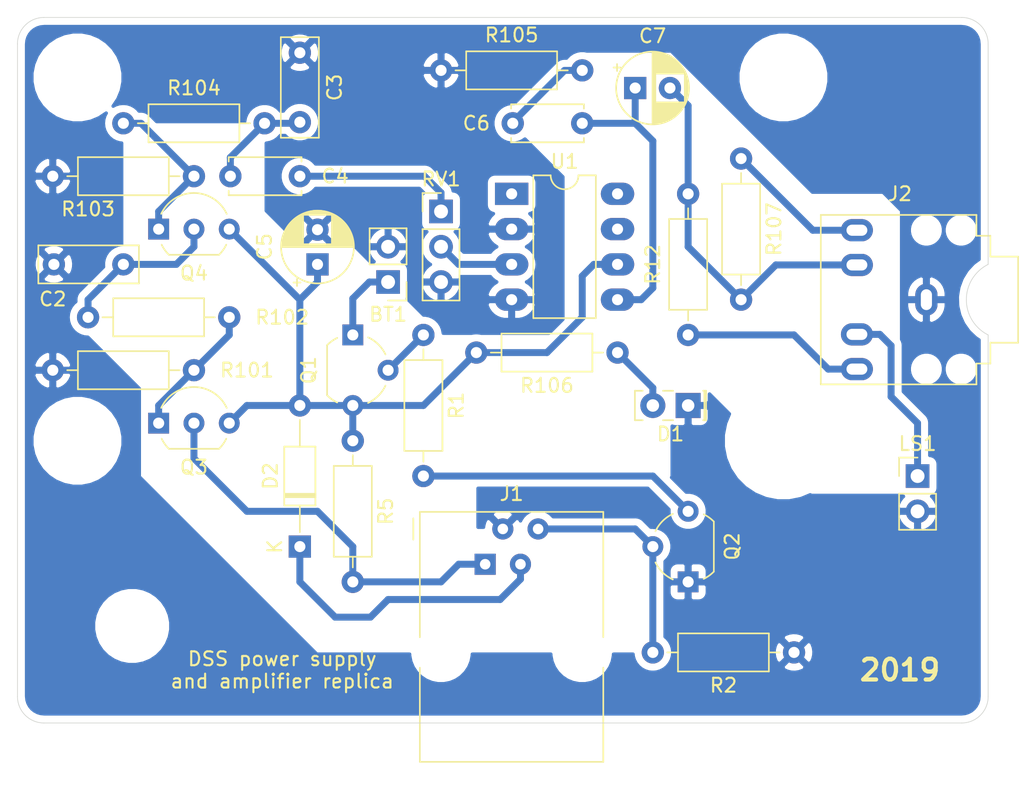
<source format=kicad_pcb>
(kicad_pcb (version 20171130) (host pcbnew 5.1.4-5.1.4)

  (general
    (thickness 1.6)
    (drawings 12)
    (tracks 88)
    (zones 0)
    (modules 34)
    (nets 25)
  )

  (page A4)
  (title_block
    (title "Power supply and amplifier")
    (company "Benedikt Freisen")
    (comment 4 "Reverse-engineered power supply and amplifier of \"The Sound Source\" (DSS)")
  )

  (layers
    (0 F.Cu signal)
    (31 B.Cu signal)
    (32 B.Adhes user)
    (33 F.Adhes user)
    (34 B.Paste user)
    (35 F.Paste user)
    (36 B.SilkS user)
    (37 F.SilkS user)
    (38 B.Mask user)
    (39 F.Mask user)
    (40 Dwgs.User user)
    (41 Cmts.User user)
    (42 Eco1.User user)
    (43 Eco2.User user)
    (44 Edge.Cuts user)
    (45 Margin user)
    (46 B.CrtYd user)
    (47 F.CrtYd user)
    (48 B.Fab user)
    (49 F.Fab user)
  )

  (setup
    (last_trace_width 0.5)
    (trace_clearance 0.5)
    (zone_clearance 0.508)
    (zone_45_only no)
    (trace_min 0.2)
    (via_size 0.8)
    (via_drill 0.4)
    (via_min_size 0.4)
    (via_min_drill 0.3)
    (uvia_size 0.3)
    (uvia_drill 0.1)
    (uvias_allowed no)
    (uvia_min_size 0.2)
    (uvia_min_drill 0.1)
    (edge_width 0.05)
    (segment_width 0.2)
    (pcb_text_width 0.3)
    (pcb_text_size 1.5 1.5)
    (mod_edge_width 0.12)
    (mod_text_size 1 1)
    (mod_text_width 0.15)
    (pad_size 7.4 7.4)
    (pad_drill 7.4)
    (pad_to_mask_clearance 0.051)
    (solder_mask_min_width 0.25)
    (aux_axis_origin 0 0)
    (visible_elements FFFFFF7F)
    (pcbplotparams
      (layerselection 0x010fc_ffffffff)
      (usegerberextensions false)
      (usegerberattributes false)
      (usegerberadvancedattributes false)
      (creategerberjobfile false)
      (excludeedgelayer true)
      (linewidth 0.100000)
      (plotframeref false)
      (viasonmask false)
      (mode 1)
      (useauxorigin false)
      (hpglpennumber 1)
      (hpglpenspeed 20)
      (hpglpendiameter 15.000000)
      (psnegative false)
      (psa4output false)
      (plotreference true)
      (plotvalue true)
      (plotinvisibletext false)
      (padsonsilk false)
      (subtractmaskfromsilk false)
      (outputformat 1)
      (mirror false)
      (drillshape 1)
      (scaleselection 1)
      (outputdirectory ""))
  )

  (net 0 "")
  (net 1 GND)
  (net 2 "Net-(C2-Pad1)")
  (net 3 "Net-(C4-Pad1)")
  (net 4 "Net-(C6-Pad2)")
  (net 5 +9V)
  (net 6 "Net-(D1-Pad2)")
  (net 7 "Net-(D2-Pad1)")
  (net 8 "Net-(J2-PadR)")
  (net 9 "Net-(J2-PadT)")
  (net 10 "Net-(BT1-Pad1)")
  (net 11 "Net-(Q1-Pad2)")
  (net 12 "Net-(Q2-Pad3)")
  (net 13 "Net-(Q3-Pad1)")
  (net 14 "Net-(Q4-Pad1)")
  (net 15 "Net-(U1-Pad8)")
  (net 16 "Net-(U1-Pad7)")
  (net 17 "Net-(RV1-Pad2)")
  (net 18 "Net-(U1-Pad1)")
  (net 19 /SELECT)
  (net 20 /SOUND)
  (net 21 "Net-(J2-PadRN)")
  (net 22 "Net-(C3-Pad2)")
  (net 23 "Net-(C6-Pad1)")
  (net 24 "Net-(C7-Pad2)")

  (net_class Default "Dies ist die voreingestellte Netzklasse."
    (clearance 0.5)
    (trace_width 0.5)
    (via_dia 0.8)
    (via_drill 0.4)
    (uvia_dia 0.3)
    (uvia_drill 0.1)
    (add_net +9V)
    (add_net /SELECT)
    (add_net /SOUND)
    (add_net GND)
    (add_net "Net-(BT1-Pad1)")
    (add_net "Net-(C2-Pad1)")
    (add_net "Net-(C3-Pad2)")
    (add_net "Net-(C4-Pad1)")
    (add_net "Net-(C6-Pad1)")
    (add_net "Net-(C6-Pad2)")
    (add_net "Net-(C7-Pad2)")
    (add_net "Net-(D1-Pad2)")
    (add_net "Net-(D2-Pad1)")
    (add_net "Net-(J2-PadR)")
    (add_net "Net-(J2-PadRN)")
    (add_net "Net-(J2-PadT)")
    (add_net "Net-(Q1-Pad2)")
    (add_net "Net-(Q2-Pad3)")
    (add_net "Net-(Q3-Pad1)")
    (add_net "Net-(Q4-Pad1)")
    (add_net "Net-(RV1-Pad2)")
    (add_net "Net-(U1-Pad1)")
    (add_net "Net-(U1-Pad7)")
    (add_net "Net-(U1-Pad8)")
  )

  (module Connector_RJ:RJ12_Amphenol_54601 (layer F.Cu) (tedit 5D4C921E) (tstamp 5D4CA93F)
    (at 127.635 119.38)
    (descr "RJ12 connector  https://cdn.amphenol-icc.com/media/wysiwyg/files/drawing/c-bmj-0082.pdf")
    (tags "RJ12 connector")
    (path /5D4B94CE)
    (fp_text reference J1 (at 3.175 -2.54) (layer F.SilkS)
      (effects (font (size 1 1) (thickness 0.15)))
    )
    (fp_text value 6P4C (at 3.54 18.3) (layer F.Fab)
      (effects (font (size 1 1) (thickness 0.15)))
    )
    (fp_line (start -3.43 -0.48) (end -3.43 -1.23) (layer F.Fab) (width 0.1))
    (fp_line (start -2.93 0.02) (end -3.43 -0.48) (layer F.Fab) (width 0.1))
    (fp_line (start -3.43 0.52) (end -2.93 0.02) (layer F.Fab) (width 0.1))
    (fp_line (start -3.9 0.77) (end -3.9 -0.76) (layer F.SilkS) (width 0.12))
    (fp_line (start -3.43 7.79) (end -3.43 -1.23) (layer F.SilkS) (width 0.12))
    (fp_line (start -3.43 7.72) (end -3.43 7.79) (layer F.SilkS) (width 0.1))
    (fp_line (start -3.43 16.77) (end -3.43 9.99) (layer F.SilkS) (width 0.12))
    (fp_line (start 9.77 16.77) (end -3.43 16.77) (layer F.SilkS) (width 0.12))
    (fp_line (start 9.77 16.76) (end 9.77 16.77) (layer F.SilkS) (width 0.1))
    (fp_line (start 9.77 16.77) (end 9.77 9.99) (layer F.SilkS) (width 0.12))
    (fp_line (start 9.77 16.65) (end 9.77 16.77) (layer F.SilkS) (width 0.1))
    (fp_line (start 9.77 -1.23) (end 9.77 7.79) (layer F.SilkS) (width 0.12))
    (fp_line (start -3.43 -1.23) (end 9.77 -1.23) (layer F.SilkS) (width 0.12))
    (fp_line (start -4.04 17.27) (end -4.04 -1.73) (layer F.CrtYd) (width 0.05))
    (fp_line (start 10.38 17.27) (end -4.04 17.27) (layer F.CrtYd) (width 0.05))
    (fp_line (start 10.38 -1.73) (end 10.38 17.27) (layer F.CrtYd) (width 0.05))
    (fp_line (start -4.04 -1.73) (end 10.38 -1.73) (layer F.CrtYd) (width 0.05))
    (fp_line (start 9.77 16.77) (end -3.43 16.77) (layer F.Fab) (width 0.1))
    (fp_line (start 9.77 -1.23) (end 9.77 16.77) (layer F.Fab) (width 0.1))
    (fp_line (start -3.43 -1.23) (end 9.77 -1.23) (layer F.Fab) (width 0.1))
    (fp_line (start -3.43 16.77) (end -3.43 0.52) (layer F.Fab) (width 0.1))
    (fp_text user %R (at 3.16 7.76) (layer F.Fab)
      (effects (font (size 1 1) (thickness 0.15)))
    )
    (pad "" np_thru_hole circle (at 8.25 8.89) (size 3.25 3.25) (drill 3.25) (layers *.Cu *.Mask))
    (pad 4 thru_hole circle (at 5.08 0) (size 1.52 1.52) (drill 0.76) (layers *.Cu *.Mask)
      (net 19 /SELECT))
    (pad 3 thru_hole circle (at 3.81 2.54) (size 1.52 1.52) (drill 0.76) (layers *.Cu *.Mask)
      (net 7 "Net-(D2-Pad1)"))
    (pad 2 thru_hole circle (at 2.54 0) (size 1.52 1.52) (drill 0.76) (layers *.Cu *.Mask)
      (net 1 GND))
    (pad 1 thru_hole rect (at 1.27 2.54) (size 1.52 1.52) (drill 0.76) (layers *.Cu *.Mask)
      (net 20 /SOUND))
    (pad "" np_thru_hole circle (at -1.91 8.89) (size 3.25 3.25) (drill 3.25) (layers *.Cu *.Mask))
    (model ${KISYS3DMOD}/Connector_RJ.3dshapes/RJ12_Amphenol_54601.wrl
      (at (xyz 0 0 0))
      (scale (xyz 1 1 1))
      (rotate (xyz 0 0 0))
    )
  )

  (module Resistor_THT:R_Axial_DIN0207_L6.3mm_D2.5mm_P10.16mm_Horizontal (layer F.Cu) (tedit 5AE5139B) (tstamp 5D4C9FD5)
    (at 147.32 92.71 270)
    (descr "Resistor, Axial_DIN0207 series, Axial, Horizontal, pin pitch=10.16mm, 0.25W = 1/4W, length*diameter=6.3*2.5mm^2, http://cdn-reichelt.de/documents/datenblatt/B400/1_4W%23YAG.pdf")
    (tags "Resistor Axial_DIN0207 series Axial Horizontal pin pitch 10.16mm 0.25W = 1/4W length 6.3mm diameter 2.5mm")
    (path /5D4B8978)
    (fp_text reference R107 (at 5.08 -2.37 90) (layer F.SilkS)
      (effects (font (size 1 1) (thickness 0.15)))
    )
    (fp_text value 47 (at 8.89 -2.54 90) (layer F.Fab)
      (effects (font (size 1 1) (thickness 0.15)))
    )
    (fp_text user %R (at 5.08 0 90) (layer F.Fab)
      (effects (font (size 1 1) (thickness 0.15)))
    )
    (fp_line (start 11.21 -1.5) (end -1.05 -1.5) (layer F.CrtYd) (width 0.05))
    (fp_line (start 11.21 1.5) (end 11.21 -1.5) (layer F.CrtYd) (width 0.05))
    (fp_line (start -1.05 1.5) (end 11.21 1.5) (layer F.CrtYd) (width 0.05))
    (fp_line (start -1.05 -1.5) (end -1.05 1.5) (layer F.CrtYd) (width 0.05))
    (fp_line (start 9.12 0) (end 8.35 0) (layer F.SilkS) (width 0.12))
    (fp_line (start 1.04 0) (end 1.81 0) (layer F.SilkS) (width 0.12))
    (fp_line (start 8.35 -1.37) (end 1.81 -1.37) (layer F.SilkS) (width 0.12))
    (fp_line (start 8.35 1.37) (end 8.35 -1.37) (layer F.SilkS) (width 0.12))
    (fp_line (start 1.81 1.37) (end 8.35 1.37) (layer F.SilkS) (width 0.12))
    (fp_line (start 1.81 -1.37) (end 1.81 1.37) (layer F.SilkS) (width 0.12))
    (fp_line (start 10.16 0) (end 8.23 0) (layer F.Fab) (width 0.1))
    (fp_line (start 0 0) (end 1.93 0) (layer F.Fab) (width 0.1))
    (fp_line (start 8.23 -1.25) (end 1.93 -1.25) (layer F.Fab) (width 0.1))
    (fp_line (start 8.23 1.25) (end 8.23 -1.25) (layer F.Fab) (width 0.1))
    (fp_line (start 1.93 1.25) (end 8.23 1.25) (layer F.Fab) (width 0.1))
    (fp_line (start 1.93 -1.25) (end 1.93 1.25) (layer F.Fab) (width 0.1))
    (pad 2 thru_hole oval (at 10.16 0 270) (size 1.6 1.6) (drill 0.8) (layers *.Cu *.Mask)
      (net 24 "Net-(C7-Pad2)"))
    (pad 1 thru_hole circle (at 0 0 270) (size 1.6 1.6) (drill 0.8) (layers *.Cu *.Mask)
      (net 9 "Net-(J2-PadT)"))
    (model ${KISYS3DMOD}/Resistor_THT.3dshapes/R_Axial_DIN0207_L6.3mm_D2.5mm_P10.16mm_Horizontal.wrl
      (at (xyz 0 0 0))
      (scale (xyz 1 1 1))
      (rotate (xyz 0 0 0))
    )
  )

  (module Package_TO_SOT_THT:TO-92_Inline_Wide (layer F.Cu) (tedit 5A02FF81) (tstamp 5D4D22E1)
    (at 105.41 97.79)
    (descr "TO-92 leads in-line, wide, drill 0.75mm (see NXP sot054_po.pdf)")
    (tags "to-92 sc-43 sc-43a sot54 PA33 transistor")
    (path /5D4EF47E)
    (fp_text reference Q4 (at 2.54 3.175) (layer F.SilkS)
      (effects (font (size 1 1) (thickness 0.15)))
    )
    (fp_text value H9014 (at 2.54 2.79) (layer F.Fab)
      (effects (font (size 1 1) (thickness 0.15)))
    )
    (fp_arc (start 2.54 0) (end 4.34 1.85) (angle -20) (layer F.SilkS) (width 0.12))
    (fp_arc (start 2.54 0) (end 2.54 -2.48) (angle -135) (layer F.Fab) (width 0.1))
    (fp_arc (start 2.54 0) (end 2.54 -2.48) (angle 135) (layer F.Fab) (width 0.1))
    (fp_arc (start 2.54 0) (end 2.54 -2.6) (angle 65) (layer F.SilkS) (width 0.12))
    (fp_arc (start 2.54 0) (end 2.54 -2.6) (angle -65) (layer F.SilkS) (width 0.12))
    (fp_arc (start 2.54 0) (end 0.74 1.85) (angle 20) (layer F.SilkS) (width 0.12))
    (fp_line (start 6.09 2.01) (end -1.01 2.01) (layer F.CrtYd) (width 0.05))
    (fp_line (start 6.09 2.01) (end 6.09 -2.73) (layer F.CrtYd) (width 0.05))
    (fp_line (start -1.01 -2.73) (end -1.01 2.01) (layer F.CrtYd) (width 0.05))
    (fp_line (start -1.01 -2.73) (end 6.09 -2.73) (layer F.CrtYd) (width 0.05))
    (fp_line (start 0.8 1.75) (end 4.3 1.75) (layer F.Fab) (width 0.1))
    (fp_line (start 0.74 1.85) (end 4.34 1.85) (layer F.SilkS) (width 0.12))
    (fp_text user %R (at 2.54 -3.56) (layer F.Fab)
      (effects (font (size 1 1) (thickness 0.15)))
    )
    (pad 1 thru_hole rect (at 0 0 90) (size 1.5 1.5) (drill 0.8) (layers *.Cu *.Mask)
      (net 14 "Net-(Q4-Pad1)"))
    (pad 3 thru_hole circle (at 5.08 0 90) (size 1.5 1.5) (drill 0.8) (layers *.Cu *.Mask)
      (net 5 +9V))
    (pad 2 thru_hole circle (at 2.54 0 90) (size 1.5 1.5) (drill 0.8) (layers *.Cu *.Mask)
      (net 2 "Net-(C2-Pad1)"))
    (model ${KISYS3DMOD}/Package_TO_SOT_THT.3dshapes/TO-92_Inline_Wide.wrl
      (at (xyz 0 0 0))
      (scale (xyz 1 1 1))
      (rotate (xyz 0 0 0))
    )
  )

  (module Package_TO_SOT_THT:TO-92_Inline_Wide (layer F.Cu) (tedit 5A02FF81) (tstamp 5D4B3E44)
    (at 105.41 111.76)
    (descr "TO-92 leads in-line, wide, drill 0.75mm (see NXP sot054_po.pdf)")
    (tags "to-92 sc-43 sc-43a sot54 PA33 transistor")
    (path /5D4EFDEC)
    (fp_text reference Q3 (at 2.54 3.175) (layer F.SilkS)
      (effects (font (size 1 1) (thickness 0.15)))
    )
    (fp_text value H9014 (at 2.54 2.79) (layer F.Fab)
      (effects (font (size 1 1) (thickness 0.15)))
    )
    (fp_arc (start 2.54 0) (end 4.34 1.85) (angle -20) (layer F.SilkS) (width 0.12))
    (fp_arc (start 2.54 0) (end 2.54 -2.48) (angle -135) (layer F.Fab) (width 0.1))
    (fp_arc (start 2.54 0) (end 2.54 -2.48) (angle 135) (layer F.Fab) (width 0.1))
    (fp_arc (start 2.54 0) (end 2.54 -2.6) (angle 65) (layer F.SilkS) (width 0.12))
    (fp_arc (start 2.54 0) (end 2.54 -2.6) (angle -65) (layer F.SilkS) (width 0.12))
    (fp_arc (start 2.54 0) (end 0.74 1.85) (angle 20) (layer F.SilkS) (width 0.12))
    (fp_line (start 6.09 2.01) (end -1.01 2.01) (layer F.CrtYd) (width 0.05))
    (fp_line (start 6.09 2.01) (end 6.09 -2.73) (layer F.CrtYd) (width 0.05))
    (fp_line (start -1.01 -2.73) (end -1.01 2.01) (layer F.CrtYd) (width 0.05))
    (fp_line (start -1.01 -2.73) (end 6.09 -2.73) (layer F.CrtYd) (width 0.05))
    (fp_line (start 0.8 1.75) (end 4.3 1.75) (layer F.Fab) (width 0.1))
    (fp_line (start 0.74 1.85) (end 4.34 1.85) (layer F.SilkS) (width 0.12))
    (fp_text user %R (at 2.54 -3.56) (layer F.Fab)
      (effects (font (size 1 1) (thickness 0.15)))
    )
    (pad 1 thru_hole rect (at 0 0 90) (size 1.5 1.5) (drill 0.8) (layers *.Cu *.Mask)
      (net 13 "Net-(Q3-Pad1)"))
    (pad 3 thru_hole circle (at 5.08 0 90) (size 1.5 1.5) (drill 0.8) (layers *.Cu *.Mask)
      (net 5 +9V))
    (pad 2 thru_hole circle (at 2.54 0 90) (size 1.5 1.5) (drill 0.8) (layers *.Cu *.Mask)
      (net 20 /SOUND))
    (model ${KISYS3DMOD}/Package_TO_SOT_THT.3dshapes/TO-92_Inline_Wide.wrl
      (at (xyz 0 0 0))
      (scale (xyz 1 1 1))
      (rotate (xyz 0 0 0))
    )
  )

  (module Package_TO_SOT_THT:TO-92_Wide (layer F.Cu) (tedit 5A2795B7) (tstamp 5D4B3E32)
    (at 143.51 123.19 90)
    (descr "TO-92 leads molded, wide, drill 0.75mm (see NXP sot054_po.pdf)")
    (tags "to-92 sc-43 sc-43a sot54 PA33 transistor")
    (path /5D4EE551)
    (fp_text reference Q2 (at 2.55 3.175 90) (layer F.SilkS)
      (effects (font (size 1 1) (thickness 0.15)))
    )
    (fp_text value H9014 (at 2.54 2.79 90) (layer F.Fab)
      (effects (font (size 1 1) (thickness 0.15)))
    )
    (fp_arc (start 2.54 0) (end 4.34 1.85) (angle -20) (layer F.SilkS) (width 0.12))
    (fp_arc (start 2.54 0) (end 2.54 -2.48) (angle -135) (layer F.Fab) (width 0.1))
    (fp_arc (start 2.54 0) (end 2.54 -2.48) (angle 135) (layer F.Fab) (width 0.1))
    (fp_arc (start 2.54 0) (end 3.65 -2.35) (angle 39.71668247) (layer F.SilkS) (width 0.12))
    (fp_arc (start 2.54 0) (end 1.4 -2.35) (angle -39.12170074) (layer F.SilkS) (width 0.12))
    (fp_arc (start 2.54 0) (end 0.74 1.85) (angle 20) (layer F.SilkS) (width 0.12))
    (fp_line (start 6.09 2.01) (end -1.01 2.01) (layer F.CrtYd) (width 0.05))
    (fp_line (start 6.09 2.01) (end 6.09 -3.55) (layer F.CrtYd) (width 0.05))
    (fp_line (start -1.01 -3.55) (end -1.01 2.01) (layer F.CrtYd) (width 0.05))
    (fp_line (start -1.01 -3.55) (end 6.09 -3.55) (layer F.CrtYd) (width 0.05))
    (fp_line (start 0.8 1.75) (end 4.3 1.75) (layer F.Fab) (width 0.1))
    (fp_line (start 0.74 1.85) (end 4.34 1.85) (layer F.SilkS) (width 0.12))
    (fp_text user %R (at 2.54 0 90) (layer F.Fab)
      (effects (font (size 1 1) (thickness 0.15)))
    )
    (pad 1 thru_hole rect (at 0 0 180) (size 1.5 1.5) (drill 0.8) (layers *.Cu *.Mask)
      (net 1 GND))
    (pad 3 thru_hole circle (at 5.08 0 180) (size 1.5 1.5) (drill 0.8) (layers *.Cu *.Mask)
      (net 12 "Net-(Q2-Pad3)"))
    (pad 2 thru_hole circle (at 2.54 -2.54 180) (size 1.5 1.5) (drill 0.8) (layers *.Cu *.Mask)
      (net 19 /SELECT))
    (model ${KISYS3DMOD}/Package_TO_SOT_THT.3dshapes/TO-92_Wide.wrl
      (at (xyz 0 0 0))
      (scale (xyz 1 1 1))
      (rotate (xyz 0 0 0))
    )
  )

  (module Package_TO_SOT_THT:TO-92_Wide (layer F.Cu) (tedit 5A2795B7) (tstamp 5D4B3E20)
    (at 119.38 105.41 270)
    (descr "TO-92 leads molded, wide, drill 0.75mm (see NXP sot054_po.pdf)")
    (tags "to-92 sc-43 sc-43a sot54 PA33 transistor")
    (path /5D4EEED1)
    (fp_text reference Q1 (at 2.54 3.175 90) (layer F.SilkS)
      (effects (font (size 1 1) (thickness 0.15)))
    )
    (fp_text value S8550 (at 2.54 2.79 90) (layer F.Fab)
      (effects (font (size 1 1) (thickness 0.15)))
    )
    (fp_arc (start 2.54 0) (end 4.34 1.85) (angle -20) (layer F.SilkS) (width 0.12))
    (fp_arc (start 2.54 0) (end 2.54 -2.48) (angle -135) (layer F.Fab) (width 0.1))
    (fp_arc (start 2.54 0) (end 2.54 -2.48) (angle 135) (layer F.Fab) (width 0.1))
    (fp_arc (start 2.54 0) (end 3.65 -2.35) (angle 39.71668247) (layer F.SilkS) (width 0.12))
    (fp_arc (start 2.54 0) (end 1.4 -2.35) (angle -39.12170074) (layer F.SilkS) (width 0.12))
    (fp_arc (start 2.54 0) (end 0.74 1.85) (angle 20) (layer F.SilkS) (width 0.12))
    (fp_line (start 6.09 2.01) (end -1.01 2.01) (layer F.CrtYd) (width 0.05))
    (fp_line (start 6.09 2.01) (end 6.09 -3.55) (layer F.CrtYd) (width 0.05))
    (fp_line (start -1.01 -3.55) (end -1.01 2.01) (layer F.CrtYd) (width 0.05))
    (fp_line (start -1.01 -3.55) (end 6.09 -3.55) (layer F.CrtYd) (width 0.05))
    (fp_line (start 0.8 1.75) (end 4.3 1.75) (layer F.Fab) (width 0.1))
    (fp_line (start 0.74 1.85) (end 4.34 1.85) (layer F.SilkS) (width 0.12))
    (fp_text user %R (at 2.54 0 90) (layer F.Fab)
      (effects (font (size 1 1) (thickness 0.15)))
    )
    (pad 1 thru_hole rect (at 0 0) (size 1.5 1.5) (drill 0.8) (layers *.Cu *.Mask)
      (net 10 "Net-(BT1-Pad1)"))
    (pad 3 thru_hole circle (at 5.08 0) (size 1.5 1.5) (drill 0.8) (layers *.Cu *.Mask)
      (net 5 +9V))
    (pad 2 thru_hole circle (at 2.54 -2.54) (size 1.5 1.5) (drill 0.8) (layers *.Cu *.Mask)
      (net 11 "Net-(Q1-Pad2)"))
    (model ${KISYS3DMOD}/Package_TO_SOT_THT.3dshapes/TO-92_Wide.wrl
      (at (xyz 0 0 0))
      (scale (xyz 1 1 1))
      (rotate (xyz 0 0 0))
    )
  )

  (module Connector_PinHeader_2.54mm:PinHeader_1x03_P2.54mm_Vertical (layer F.Cu) (tedit 59FED5CC) (tstamp 5D4CCD00)
    (at 125.73 96.52)
    (descr "Through hole straight pin header, 1x03, 2.54mm pitch, single row")
    (tags "Through hole pin header THT 1x03 2.54mm single row")
    (path /5D4DC96B)
    (fp_text reference RV1 (at 0 -2.33) (layer F.SilkS)
      (effects (font (size 1 1) (thickness 0.15)))
    )
    (fp_text value "10k log (?)" (at 2.54 2.54 90) (layer F.Fab)
      (effects (font (size 1 1) (thickness 0.15)))
    )
    (fp_text user %R (at 0 2.54 90) (layer F.Fab)
      (effects (font (size 1 1) (thickness 0.15)))
    )
    (fp_line (start 1.8 -1.8) (end -1.8 -1.8) (layer F.CrtYd) (width 0.05))
    (fp_line (start 1.8 6.85) (end 1.8 -1.8) (layer F.CrtYd) (width 0.05))
    (fp_line (start -1.8 6.85) (end 1.8 6.85) (layer F.CrtYd) (width 0.05))
    (fp_line (start -1.8 -1.8) (end -1.8 6.85) (layer F.CrtYd) (width 0.05))
    (fp_line (start -1.33 -1.33) (end 0 -1.33) (layer F.SilkS) (width 0.12))
    (fp_line (start -1.33 0) (end -1.33 -1.33) (layer F.SilkS) (width 0.12))
    (fp_line (start -1.33 1.27) (end 1.33 1.27) (layer F.SilkS) (width 0.12))
    (fp_line (start 1.33 1.27) (end 1.33 6.41) (layer F.SilkS) (width 0.12))
    (fp_line (start -1.33 1.27) (end -1.33 6.41) (layer F.SilkS) (width 0.12))
    (fp_line (start -1.33 6.41) (end 1.33 6.41) (layer F.SilkS) (width 0.12))
    (fp_line (start -1.27 -0.635) (end -0.635 -1.27) (layer F.Fab) (width 0.1))
    (fp_line (start -1.27 6.35) (end -1.27 -0.635) (layer F.Fab) (width 0.1))
    (fp_line (start 1.27 6.35) (end -1.27 6.35) (layer F.Fab) (width 0.1))
    (fp_line (start 1.27 -1.27) (end 1.27 6.35) (layer F.Fab) (width 0.1))
    (fp_line (start -0.635 -1.27) (end 1.27 -1.27) (layer F.Fab) (width 0.1))
    (pad 3 thru_hole oval (at 0 5.08) (size 1.7 1.7) (drill 1) (layers *.Cu *.Mask)
      (net 1 GND))
    (pad 2 thru_hole oval (at 0 2.54) (size 1.7 1.7) (drill 1) (layers *.Cu *.Mask)
      (net 17 "Net-(RV1-Pad2)"))
    (pad 1 thru_hole rect (at 0 0) (size 1.7 1.7) (drill 1) (layers *.Cu *.Mask)
      (net 3 "Net-(C4-Pad1)"))
    (model ${KISYS3DMOD}/Connector_PinHeader_2.54mm.3dshapes/PinHeader_1x03_P2.54mm_Vertical.wrl
      (at (xyz 0 0 0))
      (scale (xyz 1 1 1))
      (rotate (xyz 0 0 0))
    )
  )

  (module Resistor_THT:R_Axial_DIN0207_L6.3mm_D2.5mm_P10.16mm_Horizontal (layer F.Cu) (tedit 5AE5139B) (tstamp 5D4B3F3C)
    (at 138.43 106.68 180)
    (descr "Resistor, Axial_DIN0207 series, Axial, Horizontal, pin pitch=10.16mm, 0.25W = 1/4W, length*diameter=6.3*2.5mm^2, http://cdn-reichelt.de/documents/datenblatt/B400/1_4W%23YAG.pdf")
    (tags "Resistor Axial_DIN0207 series Axial Horizontal pin pitch 10.16mm 0.25W = 1/4W length 6.3mm diameter 2.5mm")
    (path /5D4B8578)
    (fp_text reference R106 (at 5.08 -2.37) (layer F.SilkS)
      (effects (font (size 1 1) (thickness 0.15)))
    )
    (fp_text value 1.5k (at 8.89 -2.54) (layer F.Fab)
      (effects (font (size 1 1) (thickness 0.15)))
    )
    (fp_text user %R (at 5.08 0) (layer F.Fab)
      (effects (font (size 1 1) (thickness 0.15)))
    )
    (fp_line (start 11.21 -1.5) (end -1.05 -1.5) (layer F.CrtYd) (width 0.05))
    (fp_line (start 11.21 1.5) (end 11.21 -1.5) (layer F.CrtYd) (width 0.05))
    (fp_line (start -1.05 1.5) (end 11.21 1.5) (layer F.CrtYd) (width 0.05))
    (fp_line (start -1.05 -1.5) (end -1.05 1.5) (layer F.CrtYd) (width 0.05))
    (fp_line (start 9.12 0) (end 8.35 0) (layer F.SilkS) (width 0.12))
    (fp_line (start 1.04 0) (end 1.81 0) (layer F.SilkS) (width 0.12))
    (fp_line (start 8.35 -1.37) (end 1.81 -1.37) (layer F.SilkS) (width 0.12))
    (fp_line (start 8.35 1.37) (end 8.35 -1.37) (layer F.SilkS) (width 0.12))
    (fp_line (start 1.81 1.37) (end 8.35 1.37) (layer F.SilkS) (width 0.12))
    (fp_line (start 1.81 -1.37) (end 1.81 1.37) (layer F.SilkS) (width 0.12))
    (fp_line (start 10.16 0) (end 8.23 0) (layer F.Fab) (width 0.1))
    (fp_line (start 0 0) (end 1.93 0) (layer F.Fab) (width 0.1))
    (fp_line (start 8.23 -1.25) (end 1.93 -1.25) (layer F.Fab) (width 0.1))
    (fp_line (start 8.23 1.25) (end 8.23 -1.25) (layer F.Fab) (width 0.1))
    (fp_line (start 1.93 1.25) (end 8.23 1.25) (layer F.Fab) (width 0.1))
    (fp_line (start 1.93 -1.25) (end 1.93 1.25) (layer F.Fab) (width 0.1))
    (pad 2 thru_hole oval (at 10.16 0 180) (size 1.6 1.6) (drill 0.8) (layers *.Cu *.Mask)
      (net 5 +9V))
    (pad 1 thru_hole circle (at 0 0 180) (size 1.6 1.6) (drill 0.8) (layers *.Cu *.Mask)
      (net 6 "Net-(D1-Pad2)"))
    (model ${KISYS3DMOD}/Resistor_THT.3dshapes/R_Axial_DIN0207_L6.3mm_D2.5mm_P10.16mm_Horizontal.wrl
      (at (xyz 0 0 0))
      (scale (xyz 1 1 1))
      (rotate (xyz 0 0 0))
    )
  )

  (module Resistor_THT:R_Axial_DIN0207_L6.3mm_D2.5mm_P10.16mm_Horizontal (layer F.Cu) (tedit 5AE5139B) (tstamp 5D4B3F25)
    (at 135.89 86.36 180)
    (descr "Resistor, Axial_DIN0207 series, Axial, Horizontal, pin pitch=10.16mm, 0.25W = 1/4W, length*diameter=6.3*2.5mm^2, http://cdn-reichelt.de/documents/datenblatt/B400/1_4W%23YAG.pdf")
    (tags "Resistor Axial_DIN0207 series Axial Horizontal pin pitch 10.16mm 0.25W = 1/4W length 6.3mm diameter 2.5mm")
    (path /5D4B8B46)
    (fp_text reference R105 (at 5.08 2.54) (layer F.SilkS)
      (effects (font (size 1 1) (thickness 0.15)))
    )
    (fp_text value 10 (at 8.89 2.37) (layer F.Fab)
      (effects (font (size 1 1) (thickness 0.15)))
    )
    (fp_line (start 1.93 -1.25) (end 1.93 1.25) (layer F.Fab) (width 0.1))
    (fp_line (start 1.93 1.25) (end 8.23 1.25) (layer F.Fab) (width 0.1))
    (fp_line (start 8.23 1.25) (end 8.23 -1.25) (layer F.Fab) (width 0.1))
    (fp_line (start 8.23 -1.25) (end 1.93 -1.25) (layer F.Fab) (width 0.1))
    (fp_line (start 0 0) (end 1.93 0) (layer F.Fab) (width 0.1))
    (fp_line (start 10.16 0) (end 8.23 0) (layer F.Fab) (width 0.1))
    (fp_line (start 1.81 -1.37) (end 1.81 1.37) (layer F.SilkS) (width 0.12))
    (fp_line (start 1.81 1.37) (end 8.35 1.37) (layer F.SilkS) (width 0.12))
    (fp_line (start 8.35 1.37) (end 8.35 -1.37) (layer F.SilkS) (width 0.12))
    (fp_line (start 8.35 -1.37) (end 1.81 -1.37) (layer F.SilkS) (width 0.12))
    (fp_line (start 1.04 0) (end 1.81 0) (layer F.SilkS) (width 0.12))
    (fp_line (start 9.12 0) (end 8.35 0) (layer F.SilkS) (width 0.12))
    (fp_line (start -1.05 -1.5) (end -1.05 1.5) (layer F.CrtYd) (width 0.05))
    (fp_line (start -1.05 1.5) (end 11.21 1.5) (layer F.CrtYd) (width 0.05))
    (fp_line (start 11.21 1.5) (end 11.21 -1.5) (layer F.CrtYd) (width 0.05))
    (fp_line (start 11.21 -1.5) (end -1.05 -1.5) (layer F.CrtYd) (width 0.05))
    (fp_text user %R (at 5.08 0) (layer F.Fab)
      (effects (font (size 1 1) (thickness 0.15)))
    )
    (pad 1 thru_hole circle (at 0 0 180) (size 1.6 1.6) (drill 0.8) (layers *.Cu *.Mask)
      (net 4 "Net-(C6-Pad2)"))
    (pad 2 thru_hole oval (at 10.16 0 180) (size 1.6 1.6) (drill 0.8) (layers *.Cu *.Mask)
      (net 1 GND))
    (model ${KISYS3DMOD}/Resistor_THT.3dshapes/R_Axial_DIN0207_L6.3mm_D2.5mm_P10.16mm_Horizontal.wrl
      (at (xyz 0 0 0))
      (scale (xyz 1 1 1))
      (rotate (xyz 0 0 0))
    )
  )

  (module Resistor_THT:R_Axial_DIN0207_L6.3mm_D2.5mm_P10.16mm_Horizontal (layer F.Cu) (tedit 5AE5139B) (tstamp 5D4B3F0E)
    (at 113.03 90.17 180)
    (descr "Resistor, Axial_DIN0207 series, Axial, Horizontal, pin pitch=10.16mm, 0.25W = 1/4W, length*diameter=6.3*2.5mm^2, http://cdn-reichelt.de/documents/datenblatt/B400/1_4W%23YAG.pdf")
    (tags "Resistor Axial_DIN0207 series Axial Horizontal pin pitch 10.16mm 0.25W = 1/4W length 6.3mm diameter 2.5mm")
    (path /5D4B7A94)
    (fp_text reference R104 (at 5.08 2.54) (layer F.SilkS)
      (effects (font (size 1 1) (thickness 0.15)))
    )
    (fp_text value 10k (at 8.89 2.37) (layer F.Fab)
      (effects (font (size 1 1) (thickness 0.15)))
    )
    (fp_text user %R (at 5.08 0) (layer F.Fab)
      (effects (font (size 1 1) (thickness 0.15)))
    )
    (fp_line (start 11.21 -1.5) (end -1.05 -1.5) (layer F.CrtYd) (width 0.05))
    (fp_line (start 11.21 1.5) (end 11.21 -1.5) (layer F.CrtYd) (width 0.05))
    (fp_line (start -1.05 1.5) (end 11.21 1.5) (layer F.CrtYd) (width 0.05))
    (fp_line (start -1.05 -1.5) (end -1.05 1.5) (layer F.CrtYd) (width 0.05))
    (fp_line (start 9.12 0) (end 8.35 0) (layer F.SilkS) (width 0.12))
    (fp_line (start 1.04 0) (end 1.81 0) (layer F.SilkS) (width 0.12))
    (fp_line (start 8.35 -1.37) (end 1.81 -1.37) (layer F.SilkS) (width 0.12))
    (fp_line (start 8.35 1.37) (end 8.35 -1.37) (layer F.SilkS) (width 0.12))
    (fp_line (start 1.81 1.37) (end 8.35 1.37) (layer F.SilkS) (width 0.12))
    (fp_line (start 1.81 -1.37) (end 1.81 1.37) (layer F.SilkS) (width 0.12))
    (fp_line (start 10.16 0) (end 8.23 0) (layer F.Fab) (width 0.1))
    (fp_line (start 0 0) (end 1.93 0) (layer F.Fab) (width 0.1))
    (fp_line (start 8.23 -1.25) (end 1.93 -1.25) (layer F.Fab) (width 0.1))
    (fp_line (start 8.23 1.25) (end 8.23 -1.25) (layer F.Fab) (width 0.1))
    (fp_line (start 1.93 1.25) (end 8.23 1.25) (layer F.Fab) (width 0.1))
    (fp_line (start 1.93 -1.25) (end 1.93 1.25) (layer F.Fab) (width 0.1))
    (pad 2 thru_hole oval (at 10.16 0 180) (size 1.6 1.6) (drill 0.8) (layers *.Cu *.Mask)
      (net 14 "Net-(Q4-Pad1)"))
    (pad 1 thru_hole circle (at 0 0 180) (size 1.6 1.6) (drill 0.8) (layers *.Cu *.Mask)
      (net 22 "Net-(C3-Pad2)"))
    (model ${KISYS3DMOD}/Resistor_THT.3dshapes/R_Axial_DIN0207_L6.3mm_D2.5mm_P10.16mm_Horizontal.wrl
      (at (xyz 0 0 0))
      (scale (xyz 1 1 1))
      (rotate (xyz 0 0 0))
    )
  )

  (module Resistor_THT:R_Axial_DIN0207_L6.3mm_D2.5mm_P10.16mm_Horizontal (layer F.Cu) (tedit 5AE5139B) (tstamp 5D4B3EF7)
    (at 107.95 93.98 180)
    (descr "Resistor, Axial_DIN0207 series, Axial, Horizontal, pin pitch=10.16mm, 0.25W = 1/4W, length*diameter=6.3*2.5mm^2, http://cdn-reichelt.de/documents/datenblatt/B400/1_4W%23YAG.pdf")
    (tags "Resistor Axial_DIN0207 series Axial Horizontal pin pitch 10.16mm 0.25W = 1/4W length 6.3mm diameter 2.5mm")
    (path /5D4ADC68)
    (fp_text reference R103 (at 7.62 -2.37) (layer F.SilkS)
      (effects (font (size 1 1) (thickness 0.15)))
    )
    (fp_text value 3.3k (at 8.89 2.37) (layer F.Fab)
      (effects (font (size 1 1) (thickness 0.15)))
    )
    (fp_text user %R (at 5.08 0) (layer F.Fab)
      (effects (font (size 1 1) (thickness 0.15)))
    )
    (fp_line (start 11.21 -1.5) (end -1.05 -1.5) (layer F.CrtYd) (width 0.05))
    (fp_line (start 11.21 1.5) (end 11.21 -1.5) (layer F.CrtYd) (width 0.05))
    (fp_line (start -1.05 1.5) (end 11.21 1.5) (layer F.CrtYd) (width 0.05))
    (fp_line (start -1.05 -1.5) (end -1.05 1.5) (layer F.CrtYd) (width 0.05))
    (fp_line (start 9.12 0) (end 8.35 0) (layer F.SilkS) (width 0.12))
    (fp_line (start 1.04 0) (end 1.81 0) (layer F.SilkS) (width 0.12))
    (fp_line (start 8.35 -1.37) (end 1.81 -1.37) (layer F.SilkS) (width 0.12))
    (fp_line (start 8.35 1.37) (end 8.35 -1.37) (layer F.SilkS) (width 0.12))
    (fp_line (start 1.81 1.37) (end 8.35 1.37) (layer F.SilkS) (width 0.12))
    (fp_line (start 1.81 -1.37) (end 1.81 1.37) (layer F.SilkS) (width 0.12))
    (fp_line (start 10.16 0) (end 8.23 0) (layer F.Fab) (width 0.1))
    (fp_line (start 0 0) (end 1.93 0) (layer F.Fab) (width 0.1))
    (fp_line (start 8.23 -1.25) (end 1.93 -1.25) (layer F.Fab) (width 0.1))
    (fp_line (start 8.23 1.25) (end 8.23 -1.25) (layer F.Fab) (width 0.1))
    (fp_line (start 1.93 1.25) (end 8.23 1.25) (layer F.Fab) (width 0.1))
    (fp_line (start 1.93 -1.25) (end 1.93 1.25) (layer F.Fab) (width 0.1))
    (pad 2 thru_hole oval (at 10.16 0 180) (size 1.6 1.6) (drill 0.8) (layers *.Cu *.Mask)
      (net 1 GND))
    (pad 1 thru_hole circle (at 0 0 180) (size 1.6 1.6) (drill 0.8) (layers *.Cu *.Mask)
      (net 14 "Net-(Q4-Pad1)"))
    (model ${KISYS3DMOD}/Resistor_THT.3dshapes/R_Axial_DIN0207_L6.3mm_D2.5mm_P10.16mm_Horizontal.wrl
      (at (xyz 0 0 0))
      (scale (xyz 1 1 1))
      (rotate (xyz 0 0 0))
    )
  )

  (module Resistor_THT:R_Axial_DIN0207_L6.3mm_D2.5mm_P10.16mm_Horizontal (layer F.Cu) (tedit 5AE5139B) (tstamp 5D4B3EE0)
    (at 110.49 104.14 180)
    (descr "Resistor, Axial_DIN0207 series, Axial, Horizontal, pin pitch=10.16mm, 0.25W = 1/4W, length*diameter=6.3*2.5mm^2, http://cdn-reichelt.de/documents/datenblatt/B400/1_4W%23YAG.pdf")
    (tags "Resistor Axial_DIN0207 series Axial Horizontal pin pitch 10.16mm 0.25W = 1/4W length 6.3mm diameter 2.5mm")
    (path /5D4B7E40)
    (fp_text reference R102 (at -3.81 0) (layer F.SilkS)
      (effects (font (size 1 1) (thickness 0.15)))
    )
    (fp_text value 33k (at -2.54 -1.27) (layer F.Fab)
      (effects (font (size 1 1) (thickness 0.15)))
    )
    (fp_text user %R (at 5.08 0) (layer F.Fab)
      (effects (font (size 1 1) (thickness 0.15)))
    )
    (fp_line (start 11.21 -1.5) (end -1.05 -1.5) (layer F.CrtYd) (width 0.05))
    (fp_line (start 11.21 1.5) (end 11.21 -1.5) (layer F.CrtYd) (width 0.05))
    (fp_line (start -1.05 1.5) (end 11.21 1.5) (layer F.CrtYd) (width 0.05))
    (fp_line (start -1.05 -1.5) (end -1.05 1.5) (layer F.CrtYd) (width 0.05))
    (fp_line (start 9.12 0) (end 8.35 0) (layer F.SilkS) (width 0.12))
    (fp_line (start 1.04 0) (end 1.81 0) (layer F.SilkS) (width 0.12))
    (fp_line (start 8.35 -1.37) (end 1.81 -1.37) (layer F.SilkS) (width 0.12))
    (fp_line (start 8.35 1.37) (end 8.35 -1.37) (layer F.SilkS) (width 0.12))
    (fp_line (start 1.81 1.37) (end 8.35 1.37) (layer F.SilkS) (width 0.12))
    (fp_line (start 1.81 -1.37) (end 1.81 1.37) (layer F.SilkS) (width 0.12))
    (fp_line (start 10.16 0) (end 8.23 0) (layer F.Fab) (width 0.1))
    (fp_line (start 0 0) (end 1.93 0) (layer F.Fab) (width 0.1))
    (fp_line (start 8.23 -1.25) (end 1.93 -1.25) (layer F.Fab) (width 0.1))
    (fp_line (start 8.23 1.25) (end 8.23 -1.25) (layer F.Fab) (width 0.1))
    (fp_line (start 1.93 1.25) (end 8.23 1.25) (layer F.Fab) (width 0.1))
    (fp_line (start 1.93 -1.25) (end 1.93 1.25) (layer F.Fab) (width 0.1))
    (pad 2 thru_hole oval (at 10.16 0 180) (size 1.6 1.6) (drill 0.8) (layers *.Cu *.Mask)
      (net 2 "Net-(C2-Pad1)"))
    (pad 1 thru_hole circle (at 0 0 180) (size 1.6 1.6) (drill 0.8) (layers *.Cu *.Mask)
      (net 13 "Net-(Q3-Pad1)"))
    (model ${KISYS3DMOD}/Resistor_THT.3dshapes/R_Axial_DIN0207_L6.3mm_D2.5mm_P10.16mm_Horizontal.wrl
      (at (xyz 0 0 0))
      (scale (xyz 1 1 1))
      (rotate (xyz 0 0 0))
    )
  )

  (module Resistor_THT:R_Axial_DIN0207_L6.3mm_D2.5mm_P10.16mm_Horizontal (layer F.Cu) (tedit 5AE5139B) (tstamp 5D4B3EC9)
    (at 107.95 107.95 180)
    (descr "Resistor, Axial_DIN0207 series, Axial, Horizontal, pin pitch=10.16mm, 0.25W = 1/4W, length*diameter=6.3*2.5mm^2, http://cdn-reichelt.de/documents/datenblatt/B400/1_4W%23YAG.pdf")
    (tags "Resistor Axial_DIN0207 series Axial Horizontal pin pitch 10.16mm 0.25W = 1/4W length 6.3mm diameter 2.5mm")
    (path /5D4B7C72)
    (fp_text reference R101 (at -3.81 0) (layer F.SilkS)
      (effects (font (size 1 1) (thickness 0.15)))
    )
    (fp_text value 10k (at 10.16 2.37) (layer F.Fab)
      (effects (font (size 1 1) (thickness 0.15)))
    )
    (fp_text user %R (at 5.08 0) (layer F.Fab)
      (effects (font (size 1 1) (thickness 0.15)))
    )
    (fp_line (start 11.21 -1.5) (end -1.05 -1.5) (layer F.CrtYd) (width 0.05))
    (fp_line (start 11.21 1.5) (end 11.21 -1.5) (layer F.CrtYd) (width 0.05))
    (fp_line (start -1.05 1.5) (end 11.21 1.5) (layer F.CrtYd) (width 0.05))
    (fp_line (start -1.05 -1.5) (end -1.05 1.5) (layer F.CrtYd) (width 0.05))
    (fp_line (start 9.12 0) (end 8.35 0) (layer F.SilkS) (width 0.12))
    (fp_line (start 1.04 0) (end 1.81 0) (layer F.SilkS) (width 0.12))
    (fp_line (start 8.35 -1.37) (end 1.81 -1.37) (layer F.SilkS) (width 0.12))
    (fp_line (start 8.35 1.37) (end 8.35 -1.37) (layer F.SilkS) (width 0.12))
    (fp_line (start 1.81 1.37) (end 8.35 1.37) (layer F.SilkS) (width 0.12))
    (fp_line (start 1.81 -1.37) (end 1.81 1.37) (layer F.SilkS) (width 0.12))
    (fp_line (start 10.16 0) (end 8.23 0) (layer F.Fab) (width 0.1))
    (fp_line (start 0 0) (end 1.93 0) (layer F.Fab) (width 0.1))
    (fp_line (start 8.23 -1.25) (end 1.93 -1.25) (layer F.Fab) (width 0.1))
    (fp_line (start 8.23 1.25) (end 8.23 -1.25) (layer F.Fab) (width 0.1))
    (fp_line (start 1.93 1.25) (end 8.23 1.25) (layer F.Fab) (width 0.1))
    (fp_line (start 1.93 -1.25) (end 1.93 1.25) (layer F.Fab) (width 0.1))
    (pad 2 thru_hole oval (at 10.16 0 180) (size 1.6 1.6) (drill 0.8) (layers *.Cu *.Mask)
      (net 1 GND))
    (pad 1 thru_hole circle (at 0 0 180) (size 1.6 1.6) (drill 0.8) (layers *.Cu *.Mask)
      (net 13 "Net-(Q3-Pad1)"))
    (model ${KISYS3DMOD}/Resistor_THT.3dshapes/R_Axial_DIN0207_L6.3mm_D2.5mm_P10.16mm_Horizontal.wrl
      (at (xyz 0 0 0))
      (scale (xyz 1 1 1))
      (rotate (xyz 0 0 0))
    )
  )

  (module Resistor_THT:R_Axial_DIN0207_L6.3mm_D2.5mm_P10.16mm_Horizontal (layer F.Cu) (tedit 5AE5139B) (tstamp 5D4B3EB2)
    (at 143.51 95.25 270)
    (descr "Resistor, Axial_DIN0207 series, Axial, Horizontal, pin pitch=10.16mm, 0.25W = 1/4W, length*diameter=6.3*2.5mm^2, http://cdn-reichelt.de/documents/datenblatt/B400/1_4W%23YAG.pdf")
    (tags "Resistor Axial_DIN0207 series Axial Horizontal pin pitch 10.16mm 0.25W = 1/4W length 6.3mm diameter 2.5mm")
    (path /5D4B87AA)
    (fp_text reference R12 (at 5.08 2.54 90) (layer F.SilkS)
      (effects (font (size 1 1) (thickness 0.15)))
    )
    (fp_text value 47 (at 8.89 2.37 90) (layer F.Fab)
      (effects (font (size 1 1) (thickness 0.15)))
    )
    (fp_text user %R (at 5.08 0 90) (layer F.Fab)
      (effects (font (size 1 1) (thickness 0.15)))
    )
    (fp_line (start 11.21 -1.5) (end -1.05 -1.5) (layer F.CrtYd) (width 0.05))
    (fp_line (start 11.21 1.5) (end 11.21 -1.5) (layer F.CrtYd) (width 0.05))
    (fp_line (start -1.05 1.5) (end 11.21 1.5) (layer F.CrtYd) (width 0.05))
    (fp_line (start -1.05 -1.5) (end -1.05 1.5) (layer F.CrtYd) (width 0.05))
    (fp_line (start 9.12 0) (end 8.35 0) (layer F.SilkS) (width 0.12))
    (fp_line (start 1.04 0) (end 1.81 0) (layer F.SilkS) (width 0.12))
    (fp_line (start 8.35 -1.37) (end 1.81 -1.37) (layer F.SilkS) (width 0.12))
    (fp_line (start 8.35 1.37) (end 8.35 -1.37) (layer F.SilkS) (width 0.12))
    (fp_line (start 1.81 1.37) (end 8.35 1.37) (layer F.SilkS) (width 0.12))
    (fp_line (start 1.81 -1.37) (end 1.81 1.37) (layer F.SilkS) (width 0.12))
    (fp_line (start 10.16 0) (end 8.23 0) (layer F.Fab) (width 0.1))
    (fp_line (start 0 0) (end 1.93 0) (layer F.Fab) (width 0.1))
    (fp_line (start 8.23 -1.25) (end 1.93 -1.25) (layer F.Fab) (width 0.1))
    (fp_line (start 8.23 1.25) (end 8.23 -1.25) (layer F.Fab) (width 0.1))
    (fp_line (start 1.93 1.25) (end 8.23 1.25) (layer F.Fab) (width 0.1))
    (fp_line (start 1.93 -1.25) (end 1.93 1.25) (layer F.Fab) (width 0.1))
    (pad 2 thru_hole oval (at 10.16 0 270) (size 1.6 1.6) (drill 0.8) (layers *.Cu *.Mask)
      (net 8 "Net-(J2-PadR)"))
    (pad 1 thru_hole circle (at 0 0 270) (size 1.6 1.6) (drill 0.8) (layers *.Cu *.Mask)
      (net 24 "Net-(C7-Pad2)"))
    (model ${KISYS3DMOD}/Resistor_THT.3dshapes/R_Axial_DIN0207_L6.3mm_D2.5mm_P10.16mm_Horizontal.wrl
      (at (xyz 0 0 0))
      (scale (xyz 1 1 1))
      (rotate (xyz 0 0 0))
    )
  )

  (module Resistor_THT:R_Axial_DIN0207_L6.3mm_D2.5mm_P10.16mm_Horizontal (layer F.Cu) (tedit 5AE5139B) (tstamp 5D4B3E9B)
    (at 119.38 113.03 270)
    (descr "Resistor, Axial_DIN0207 series, Axial, Horizontal, pin pitch=10.16mm, 0.25W = 1/4W, length*diameter=6.3*2.5mm^2, http://cdn-reichelt.de/documents/datenblatt/B400/1_4W%23YAG.pdf")
    (tags "Resistor Axial_DIN0207 series Axial Horizontal pin pitch 10.16mm 0.25W = 1/4W length 6.3mm diameter 2.5mm")
    (path /5D4B7FFE)
    (fp_text reference R5 (at 5.08 -2.37 90) (layer F.SilkS)
      (effects (font (size 1 1) (thickness 0.15)))
    )
    (fp_text value 22k (at 5.08 2.37 90) (layer F.Fab)
      (effects (font (size 1 1) (thickness 0.15)))
    )
    (fp_line (start 1.93 -1.25) (end 1.93 1.25) (layer F.Fab) (width 0.1))
    (fp_line (start 1.93 1.25) (end 8.23 1.25) (layer F.Fab) (width 0.1))
    (fp_line (start 8.23 1.25) (end 8.23 -1.25) (layer F.Fab) (width 0.1))
    (fp_line (start 8.23 -1.25) (end 1.93 -1.25) (layer F.Fab) (width 0.1))
    (fp_line (start 0 0) (end 1.93 0) (layer F.Fab) (width 0.1))
    (fp_line (start 10.16 0) (end 8.23 0) (layer F.Fab) (width 0.1))
    (fp_line (start 1.81 -1.37) (end 1.81 1.37) (layer F.SilkS) (width 0.12))
    (fp_line (start 1.81 1.37) (end 8.35 1.37) (layer F.SilkS) (width 0.12))
    (fp_line (start 8.35 1.37) (end 8.35 -1.37) (layer F.SilkS) (width 0.12))
    (fp_line (start 8.35 -1.37) (end 1.81 -1.37) (layer F.SilkS) (width 0.12))
    (fp_line (start 1.04 0) (end 1.81 0) (layer F.SilkS) (width 0.12))
    (fp_line (start 9.12 0) (end 8.35 0) (layer F.SilkS) (width 0.12))
    (fp_line (start -1.05 -1.5) (end -1.05 1.5) (layer F.CrtYd) (width 0.05))
    (fp_line (start -1.05 1.5) (end 11.21 1.5) (layer F.CrtYd) (width 0.05))
    (fp_line (start 11.21 1.5) (end 11.21 -1.5) (layer F.CrtYd) (width 0.05))
    (fp_line (start 11.21 -1.5) (end -1.05 -1.5) (layer F.CrtYd) (width 0.05))
    (fp_text user %R (at 5.08 0 90) (layer F.Fab)
      (effects (font (size 1 1) (thickness 0.15)))
    )
    (pad 1 thru_hole circle (at 0 0 270) (size 1.6 1.6) (drill 0.8) (layers *.Cu *.Mask)
      (net 5 +9V))
    (pad 2 thru_hole oval (at 10.16 0 270) (size 1.6 1.6) (drill 0.8) (layers *.Cu *.Mask)
      (net 20 /SOUND))
    (model ${KISYS3DMOD}/Resistor_THT.3dshapes/R_Axial_DIN0207_L6.3mm_D2.5mm_P10.16mm_Horizontal.wrl
      (at (xyz 0 0 0))
      (scale (xyz 1 1 1))
      (rotate (xyz 0 0 0))
    )
  )

  (module Resistor_THT:R_Axial_DIN0207_L6.3mm_D2.5mm_P10.16mm_Horizontal (layer F.Cu) (tedit 5AE5139B) (tstamp 5D4B3E84)
    (at 151.13 128.27 180)
    (descr "Resistor, Axial_DIN0207 series, Axial, Horizontal, pin pitch=10.16mm, 0.25W = 1/4W, length*diameter=6.3*2.5mm^2, http://cdn-reichelt.de/documents/datenblatt/B400/1_4W%23YAG.pdf")
    (tags "Resistor Axial_DIN0207 series Axial Horizontal pin pitch 10.16mm 0.25W = 1/4W length 6.3mm diameter 2.5mm")
    (path /5D4B839A)
    (fp_text reference R2 (at 5.08 -2.37) (layer F.SilkS)
      (effects (font (size 1 1) (thickness 0.15)))
    )
    (fp_text value 100k (at 5.08 2.37) (layer F.Fab)
      (effects (font (size 1 1) (thickness 0.15)))
    )
    (fp_text user %R (at 5.08 0) (layer F.Fab)
      (effects (font (size 1 1) (thickness 0.15)))
    )
    (fp_line (start 11.21 -1.5) (end -1.05 -1.5) (layer F.CrtYd) (width 0.05))
    (fp_line (start 11.21 1.5) (end 11.21 -1.5) (layer F.CrtYd) (width 0.05))
    (fp_line (start -1.05 1.5) (end 11.21 1.5) (layer F.CrtYd) (width 0.05))
    (fp_line (start -1.05 -1.5) (end -1.05 1.5) (layer F.CrtYd) (width 0.05))
    (fp_line (start 9.12 0) (end 8.35 0) (layer F.SilkS) (width 0.12))
    (fp_line (start 1.04 0) (end 1.81 0) (layer F.SilkS) (width 0.12))
    (fp_line (start 8.35 -1.37) (end 1.81 -1.37) (layer F.SilkS) (width 0.12))
    (fp_line (start 8.35 1.37) (end 8.35 -1.37) (layer F.SilkS) (width 0.12))
    (fp_line (start 1.81 1.37) (end 8.35 1.37) (layer F.SilkS) (width 0.12))
    (fp_line (start 1.81 -1.37) (end 1.81 1.37) (layer F.SilkS) (width 0.12))
    (fp_line (start 10.16 0) (end 8.23 0) (layer F.Fab) (width 0.1))
    (fp_line (start 0 0) (end 1.93 0) (layer F.Fab) (width 0.1))
    (fp_line (start 8.23 -1.25) (end 1.93 -1.25) (layer F.Fab) (width 0.1))
    (fp_line (start 8.23 1.25) (end 8.23 -1.25) (layer F.Fab) (width 0.1))
    (fp_line (start 1.93 1.25) (end 8.23 1.25) (layer F.Fab) (width 0.1))
    (fp_line (start 1.93 -1.25) (end 1.93 1.25) (layer F.Fab) (width 0.1))
    (pad 2 thru_hole oval (at 10.16 0 180) (size 1.6 1.6) (drill 0.8) (layers *.Cu *.Mask)
      (net 19 /SELECT))
    (pad 1 thru_hole circle (at 0 0 180) (size 1.6 1.6) (drill 0.8) (layers *.Cu *.Mask)
      (net 1 GND))
    (model ${KISYS3DMOD}/Resistor_THT.3dshapes/R_Axial_DIN0207_L6.3mm_D2.5mm_P10.16mm_Horizontal.wrl
      (at (xyz 0 0 0))
      (scale (xyz 1 1 1))
      (rotate (xyz 0 0 0))
    )
  )

  (module Resistor_THT:R_Axial_DIN0207_L6.3mm_D2.5mm_P10.16mm_Horizontal (layer F.Cu) (tedit 5AE5139B) (tstamp 5D4B3E6D)
    (at 124.46 105.41 270)
    (descr "Resistor, Axial_DIN0207 series, Axial, Horizontal, pin pitch=10.16mm, 0.25W = 1/4W, length*diameter=6.3*2.5mm^2, http://cdn-reichelt.de/documents/datenblatt/B400/1_4W%23YAG.pdf")
    (tags "Resistor Axial_DIN0207 series Axial Horizontal pin pitch 10.16mm 0.25W = 1/4W length 6.3mm diameter 2.5mm")
    (path /5D4B81CC)
    (fp_text reference R1 (at 5.08 -2.37 90) (layer F.SilkS)
      (effects (font (size 1 1) (thickness 0.15)))
    )
    (fp_text value 2k (at 7.62 -2.54 90) (layer F.Fab)
      (effects (font (size 1 1) (thickness 0.15)))
    )
    (fp_text user %R (at 5.08 0 90) (layer F.Fab)
      (effects (font (size 1 1) (thickness 0.15)))
    )
    (fp_line (start 11.21 -1.5) (end -1.05 -1.5) (layer F.CrtYd) (width 0.05))
    (fp_line (start 11.21 1.5) (end 11.21 -1.5) (layer F.CrtYd) (width 0.05))
    (fp_line (start -1.05 1.5) (end 11.21 1.5) (layer F.CrtYd) (width 0.05))
    (fp_line (start -1.05 -1.5) (end -1.05 1.5) (layer F.CrtYd) (width 0.05))
    (fp_line (start 9.12 0) (end 8.35 0) (layer F.SilkS) (width 0.12))
    (fp_line (start 1.04 0) (end 1.81 0) (layer F.SilkS) (width 0.12))
    (fp_line (start 8.35 -1.37) (end 1.81 -1.37) (layer F.SilkS) (width 0.12))
    (fp_line (start 8.35 1.37) (end 8.35 -1.37) (layer F.SilkS) (width 0.12))
    (fp_line (start 1.81 1.37) (end 8.35 1.37) (layer F.SilkS) (width 0.12))
    (fp_line (start 1.81 -1.37) (end 1.81 1.37) (layer F.SilkS) (width 0.12))
    (fp_line (start 10.16 0) (end 8.23 0) (layer F.Fab) (width 0.1))
    (fp_line (start 0 0) (end 1.93 0) (layer F.Fab) (width 0.1))
    (fp_line (start 8.23 -1.25) (end 1.93 -1.25) (layer F.Fab) (width 0.1))
    (fp_line (start 8.23 1.25) (end 8.23 -1.25) (layer F.Fab) (width 0.1))
    (fp_line (start 1.93 1.25) (end 8.23 1.25) (layer F.Fab) (width 0.1))
    (fp_line (start 1.93 -1.25) (end 1.93 1.25) (layer F.Fab) (width 0.1))
    (pad 2 thru_hole oval (at 10.16 0 270) (size 1.6 1.6) (drill 0.8) (layers *.Cu *.Mask)
      (net 12 "Net-(Q2-Pad3)"))
    (pad 1 thru_hole circle (at 0 0 270) (size 1.6 1.6) (drill 0.8) (layers *.Cu *.Mask)
      (net 11 "Net-(Q1-Pad2)"))
    (model ${KISYS3DMOD}/Resistor_THT.3dshapes/R_Axial_DIN0207_L6.3mm_D2.5mm_P10.16mm_Horizontal.wrl
      (at (xyz 0 0 0))
      (scale (xyz 1 1 1))
      (rotate (xyz 0 0 0))
    )
  )

  (module Diode_THT:D_DO-35_SOD27_P10.16mm_Horizontal (layer F.Cu) (tedit 5AE50CD5) (tstamp 5D4B3DB4)
    (at 115.57 120.65 90)
    (descr "Diode, DO-35_SOD27 series, Axial, Horizontal, pin pitch=10.16mm, , length*diameter=4*2mm^2, , http://www.diodes.com/_files/packages/DO-35.pdf")
    (tags "Diode DO-35_SOD27 series Axial Horizontal pin pitch 10.16mm  length 4mm diameter 2mm")
    (path /5D4B9E30)
    (fp_text reference D2 (at 5.08 -2.12 90) (layer F.SilkS)
      (effects (font (size 1 1) (thickness 0.15)))
    )
    (fp_text value D (at 5.08 2.12 90) (layer F.Fab)
      (effects (font (size 1 1) (thickness 0.15)))
    )
    (fp_text user K (at 0 -1.8 90) (layer F.SilkS)
      (effects (font (size 1 1) (thickness 0.15)))
    )
    (fp_text user K (at 0 -1.8 90) (layer F.Fab)
      (effects (font (size 1 1) (thickness 0.15)))
    )
    (fp_text user %R (at 5.38 0 90) (layer F.Fab)
      (effects (font (size 0.8 0.8) (thickness 0.12)))
    )
    (fp_line (start 11.21 -1.25) (end -1.05 -1.25) (layer F.CrtYd) (width 0.05))
    (fp_line (start 11.21 1.25) (end 11.21 -1.25) (layer F.CrtYd) (width 0.05))
    (fp_line (start -1.05 1.25) (end 11.21 1.25) (layer F.CrtYd) (width 0.05))
    (fp_line (start -1.05 -1.25) (end -1.05 1.25) (layer F.CrtYd) (width 0.05))
    (fp_line (start 3.56 -1.12) (end 3.56 1.12) (layer F.SilkS) (width 0.12))
    (fp_line (start 3.8 -1.12) (end 3.8 1.12) (layer F.SilkS) (width 0.12))
    (fp_line (start 3.68 -1.12) (end 3.68 1.12) (layer F.SilkS) (width 0.12))
    (fp_line (start 9.12 0) (end 7.2 0) (layer F.SilkS) (width 0.12))
    (fp_line (start 1.04 0) (end 2.96 0) (layer F.SilkS) (width 0.12))
    (fp_line (start 7.2 -1.12) (end 2.96 -1.12) (layer F.SilkS) (width 0.12))
    (fp_line (start 7.2 1.12) (end 7.2 -1.12) (layer F.SilkS) (width 0.12))
    (fp_line (start 2.96 1.12) (end 7.2 1.12) (layer F.SilkS) (width 0.12))
    (fp_line (start 2.96 -1.12) (end 2.96 1.12) (layer F.SilkS) (width 0.12))
    (fp_line (start 3.58 -1) (end 3.58 1) (layer F.Fab) (width 0.1))
    (fp_line (start 3.78 -1) (end 3.78 1) (layer F.Fab) (width 0.1))
    (fp_line (start 3.68 -1) (end 3.68 1) (layer F.Fab) (width 0.1))
    (fp_line (start 10.16 0) (end 7.08 0) (layer F.Fab) (width 0.1))
    (fp_line (start 0 0) (end 3.08 0) (layer F.Fab) (width 0.1))
    (fp_line (start 7.08 -1) (end 3.08 -1) (layer F.Fab) (width 0.1))
    (fp_line (start 7.08 1) (end 7.08 -1) (layer F.Fab) (width 0.1))
    (fp_line (start 3.08 1) (end 7.08 1) (layer F.Fab) (width 0.1))
    (fp_line (start 3.08 -1) (end 3.08 1) (layer F.Fab) (width 0.1))
    (pad 2 thru_hole oval (at 10.16 0 90) (size 1.6 1.6) (drill 0.8) (layers *.Cu *.Mask)
      (net 5 +9V))
    (pad 1 thru_hole rect (at 0 0 90) (size 1.6 1.6) (drill 0.8) (layers *.Cu *.Mask)
      (net 7 "Net-(D2-Pad1)"))
    (model ${KISYS3DMOD}/Diode_THT.3dshapes/D_DO-35_SOD27_P10.16mm_Horizontal.wrl
      (at (xyz 0 0 0))
      (scale (xyz 1 1 1))
      (rotate (xyz 0 0 0))
    )
  )

  (module MountingHole:MountingHole_4.3mm_M4 (layer F.Cu) (tedit 56D1B4CB) (tstamp 5D4C7F11)
    (at 103.505 126.365)
    (descr "Mounting Hole 4.3mm, no annular, M4")
    (tags "mounting hole 4.3mm no annular m4")
    (path /5D4F6BB0)
    (attr virtual)
    (fp_text reference H5 (at 0 -5.3) (layer F.SilkS) hide
      (effects (font (size 1 1) (thickness 0.15)))
    )
    (fp_text value MountingHole (at 0 5.3) (layer F.Fab) hide
      (effects (font (size 1 1) (thickness 0.15)))
    )
    (fp_circle (center 0 0) (end 4.55 0) (layer F.CrtYd) (width 0.05))
    (fp_circle (center 0 0) (end 4.3 0) (layer Cmts.User) (width 0.15))
    (fp_text user %R (at 0.3 0) (layer F.Fab)
      (effects (font (size 1 1) (thickness 0.15)))
    )
    (pad 1 np_thru_hole circle (at 0 0) (size 4.3 4.3) (drill 4.3) (layers *.Cu *.Mask))
  )

  (module MountingHole:MountingHole_5.3mm_M5 (layer F.Cu) (tedit 5D4C80CC) (tstamp 5D4C7F09)
    (at 150.368 113.03)
    (descr "Mounting Hole 5.3mm, no annular, M5")
    (tags "mounting hole 5.3mm no annular m5")
    (path /5D4F5A4F)
    (attr virtual)
    (fp_text reference H4 (at 0 -6.3) (layer F.SilkS) hide
      (effects (font (size 1 1) (thickness 0.15)))
    )
    (fp_text value MountingHole (at 0 6.3) (layer F.Fab) hide
      (effects (font (size 1 1) (thickness 0.15)))
    )
    (fp_circle (center 0 0) (end 5.55 0) (layer F.CrtYd) (width 0.05))
    (fp_circle (center 0 0) (end 5.3 0) (layer Cmts.User) (width 0.15))
    (fp_text user %R (at 0.3 0) (layer F.Fab)
      (effects (font (size 1 1) (thickness 0.15)))
    )
    (pad "" np_thru_hole circle (at 0 0) (size 7.4 7.4) (drill 7.4) (layers *.Cu *.Mask))
  )

  (module MountingHole:MountingHole_5.3mm_M5 (layer F.Cu) (tedit 56D1B4CB) (tstamp 5D4C7F01)
    (at 99.568 113.03)
    (descr "Mounting Hole 5.3mm, no annular, M5")
    (tags "mounting hole 5.3mm no annular m5")
    (path /5D4F56CE)
    (attr virtual)
    (fp_text reference H3 (at 0 -6.3) (layer F.SilkS) hide
      (effects (font (size 1 1) (thickness 0.15)))
    )
    (fp_text value MountingHole (at 0 6.3) (layer F.Fab) hide
      (effects (font (size 1 1) (thickness 0.15)))
    )
    (fp_circle (center 0 0) (end 5.55 0) (layer F.CrtYd) (width 0.05))
    (fp_circle (center 0 0) (end 5.3 0) (layer Cmts.User) (width 0.15))
    (fp_text user %R (at 0.3 0) (layer F.Fab)
      (effects (font (size 1 1) (thickness 0.15)))
    )
    (pad 1 np_thru_hole circle (at 0 0) (size 5.3 5.3) (drill 5.3) (layers *.Cu *.Mask))
  )

  (module MountingHole:MountingHole_5.3mm_M5 (layer F.Cu) (tedit 56D1B4CB) (tstamp 5D4C7EF9)
    (at 150.368 86.868)
    (descr "Mounting Hole 5.3mm, no annular, M5")
    (tags "mounting hole 5.3mm no annular m5")
    (path /5D4F5070)
    (attr virtual)
    (fp_text reference H2 (at 0 -6.3) (layer F.SilkS) hide
      (effects (font (size 1 1) (thickness 0.15)))
    )
    (fp_text value MountingHole (at 0 6.3) (layer F.Fab) hide
      (effects (font (size 1 1) (thickness 0.15)))
    )
    (fp_circle (center 0 0) (end 5.55 0) (layer F.CrtYd) (width 0.05))
    (fp_circle (center 0 0) (end 5.3 0) (layer Cmts.User) (width 0.15))
    (fp_text user %R (at 0.3 0) (layer F.Fab)
      (effects (font (size 1 1) (thickness 0.15)))
    )
    (pad 1 np_thru_hole circle (at 0 0) (size 5.3 5.3) (drill 5.3) (layers *.Cu *.Mask))
  )

  (module MountingHole:MountingHole_5.3mm_M5 (layer F.Cu) (tedit 56D1B4CB) (tstamp 5D4C7EF1)
    (at 99.568 86.868)
    (descr "Mounting Hole 5.3mm, no annular, M5")
    (tags "mounting hole 5.3mm no annular m5")
    (path /5D4F501A)
    (attr virtual)
    (fp_text reference H1 (at 0 -6.3) (layer F.SilkS) hide
      (effects (font (size 1 1) (thickness 0.15)))
    )
    (fp_text value MountingHole (at 0 6.3) (layer F.Fab) hide
      (effects (font (size 1 1) (thickness 0.15)))
    )
    (fp_circle (center 0 0) (end 5.55 0) (layer F.CrtYd) (width 0.05))
    (fp_circle (center 0 0) (end 5.3 0) (layer Cmts.User) (width 0.15))
    (fp_text user %R (at 0.3 0) (layer F.Fab)
      (effects (font (size 1 1) (thickness 0.15)))
    )
    (pad 1 np_thru_hole circle (at 0 0) (size 5.3 5.3) (drill 5.3) (layers *.Cu *.Mask))
  )

  (module Connector_PinHeader_2.54mm:PinHeader_1x02_P2.54mm_Vertical (layer F.Cu) (tedit 59FED5CC) (tstamp 5D4C629A)
    (at 160.02 115.57)
    (descr "Through hole straight pin header, 1x02, 2.54mm pitch, single row")
    (tags "Through hole pin header THT 1x02 2.54mm single row")
    (path /5D4BCE87)
    (fp_text reference LS1 (at 0 -2.33) (layer F.SilkS)
      (effects (font (size 1 1) (thickness 0.15)))
    )
    (fp_text value Speaker (at 0 4.87) (layer F.Fab)
      (effects (font (size 1 1) (thickness 0.15)))
    )
    (fp_text user %R (at 0 1.27 90) (layer F.Fab)
      (effects (font (size 1 1) (thickness 0.15)))
    )
    (fp_line (start 1.8 -1.8) (end -1.8 -1.8) (layer F.CrtYd) (width 0.05))
    (fp_line (start 1.8 4.35) (end 1.8 -1.8) (layer F.CrtYd) (width 0.05))
    (fp_line (start -1.8 4.35) (end 1.8 4.35) (layer F.CrtYd) (width 0.05))
    (fp_line (start -1.8 -1.8) (end -1.8 4.35) (layer F.CrtYd) (width 0.05))
    (fp_line (start -1.33 -1.33) (end 0 -1.33) (layer F.SilkS) (width 0.12))
    (fp_line (start -1.33 0) (end -1.33 -1.33) (layer F.SilkS) (width 0.12))
    (fp_line (start -1.33 1.27) (end 1.33 1.27) (layer F.SilkS) (width 0.12))
    (fp_line (start 1.33 1.27) (end 1.33 3.87) (layer F.SilkS) (width 0.12))
    (fp_line (start -1.33 1.27) (end -1.33 3.87) (layer F.SilkS) (width 0.12))
    (fp_line (start -1.33 3.87) (end 1.33 3.87) (layer F.SilkS) (width 0.12))
    (fp_line (start -1.27 -0.635) (end -0.635 -1.27) (layer F.Fab) (width 0.1))
    (fp_line (start -1.27 3.81) (end -1.27 -0.635) (layer F.Fab) (width 0.1))
    (fp_line (start 1.27 3.81) (end -1.27 3.81) (layer F.Fab) (width 0.1))
    (fp_line (start 1.27 -1.27) (end 1.27 3.81) (layer F.Fab) (width 0.1))
    (fp_line (start -0.635 -1.27) (end 1.27 -1.27) (layer F.Fab) (width 0.1))
    (pad 2 thru_hole oval (at 0 2.54) (size 1.7 1.7) (drill 1) (layers *.Cu *.Mask)
      (net 1 GND))
    (pad 1 thru_hole rect (at 0 0) (size 1.7 1.7) (drill 1) (layers *.Cu *.Mask)
      (net 21 "Net-(J2-PadRN)"))
    (model ${KISYS3DMOD}/Connector_PinHeader_2.54mm.3dshapes/PinHeader_1x02_P2.54mm_Vertical.wrl
      (at (xyz 0 0 0))
      (scale (xyz 1 1 1))
      (rotate (xyz 0 0 0))
    )
  )

  (module Connector_PinHeader_2.54mm:PinHeader_1x02_P2.54mm_Vertical (layer F.Cu) (tedit 59FED5CC) (tstamp 5D4C5EC8)
    (at 121.92 101.6 180)
    (descr "Through hole straight pin header, 1x02, 2.54mm pitch, single row")
    (tags "Through hole pin header THT 1x02 2.54mm single row")
    (path /5D4BB7C2)
    (fp_text reference BT1 (at 0 -2.33) (layer F.SilkS)
      (effects (font (size 1 1) (thickness 0.15)))
    )
    (fp_text value Battery (at 0 4.87) (layer F.Fab)
      (effects (font (size 1 1) (thickness 0.15)))
    )
    (fp_text user %R (at 0 1.27 90) (layer F.Fab)
      (effects (font (size 1 1) (thickness 0.15)))
    )
    (fp_line (start 1.8 -1.8) (end -1.8 -1.8) (layer F.CrtYd) (width 0.05))
    (fp_line (start 1.8 4.35) (end 1.8 -1.8) (layer F.CrtYd) (width 0.05))
    (fp_line (start -1.8 4.35) (end 1.8 4.35) (layer F.CrtYd) (width 0.05))
    (fp_line (start -1.8 -1.8) (end -1.8 4.35) (layer F.CrtYd) (width 0.05))
    (fp_line (start -1.33 -1.33) (end 0 -1.33) (layer F.SilkS) (width 0.12))
    (fp_line (start -1.33 0) (end -1.33 -1.33) (layer F.SilkS) (width 0.12))
    (fp_line (start -1.33 1.27) (end 1.33 1.27) (layer F.SilkS) (width 0.12))
    (fp_line (start 1.33 1.27) (end 1.33 3.87) (layer F.SilkS) (width 0.12))
    (fp_line (start -1.33 1.27) (end -1.33 3.87) (layer F.SilkS) (width 0.12))
    (fp_line (start -1.33 3.87) (end 1.33 3.87) (layer F.SilkS) (width 0.12))
    (fp_line (start -1.27 -0.635) (end -0.635 -1.27) (layer F.Fab) (width 0.1))
    (fp_line (start -1.27 3.81) (end -1.27 -0.635) (layer F.Fab) (width 0.1))
    (fp_line (start 1.27 3.81) (end -1.27 3.81) (layer F.Fab) (width 0.1))
    (fp_line (start 1.27 -1.27) (end 1.27 3.81) (layer F.Fab) (width 0.1))
    (fp_line (start -0.635 -1.27) (end 1.27 -1.27) (layer F.Fab) (width 0.1))
    (pad 2 thru_hole oval (at 0 2.54 180) (size 1.7 1.7) (drill 1) (layers *.Cu *.Mask)
      (net 1 GND))
    (pad 1 thru_hole rect (at 0 0 180) (size 1.7 1.7) (drill 1) (layers *.Cu *.Mask)
      (net 10 "Net-(BT1-Pad1)"))
    (model ${KISYS3DMOD}/Connector_PinHeader_2.54mm.3dshapes/PinHeader_1x02_P2.54mm_Vertical.wrl
      (at (xyz 0 0 0))
      (scale (xyz 1 1 1))
      (rotate (xyz 0 0 0))
    )
  )

  (module Package_DIP:DIP-8_W7.62mm_LongPads (layer F.Cu) (tedit 5A02E8C5) (tstamp 5D4C9C1A)
    (at 130.81 95.25)
    (descr "8-lead though-hole mounted DIP package, row spacing 7.62 mm (300 mils), LongPads")
    (tags "THT DIP DIL PDIP 2.54mm 7.62mm 300mil LongPads")
    (path /5D4B8EE5)
    (fp_text reference U1 (at 3.81 -2.33) (layer F.SilkS)
      (effects (font (size 1 1) (thickness 0.15)))
    )
    (fp_text value LM386 (at 3.81 6.35) (layer F.Fab)
      (effects (font (size 1 1) (thickness 0.15)))
    )
    (fp_text user %R (at 3.81 3.81) (layer F.Fab)
      (effects (font (size 1 1) (thickness 0.15)))
    )
    (fp_line (start 9.1 -1.55) (end -1.45 -1.55) (layer F.CrtYd) (width 0.05))
    (fp_line (start 9.1 9.15) (end 9.1 -1.55) (layer F.CrtYd) (width 0.05))
    (fp_line (start -1.45 9.15) (end 9.1 9.15) (layer F.CrtYd) (width 0.05))
    (fp_line (start -1.45 -1.55) (end -1.45 9.15) (layer F.CrtYd) (width 0.05))
    (fp_line (start 6.06 -1.33) (end 4.81 -1.33) (layer F.SilkS) (width 0.12))
    (fp_line (start 6.06 8.95) (end 6.06 -1.33) (layer F.SilkS) (width 0.12))
    (fp_line (start 1.56 8.95) (end 6.06 8.95) (layer F.SilkS) (width 0.12))
    (fp_line (start 1.56 -1.33) (end 1.56 8.95) (layer F.SilkS) (width 0.12))
    (fp_line (start 2.81 -1.33) (end 1.56 -1.33) (layer F.SilkS) (width 0.12))
    (fp_line (start 0.635 -0.27) (end 1.635 -1.27) (layer F.Fab) (width 0.1))
    (fp_line (start 0.635 8.89) (end 0.635 -0.27) (layer F.Fab) (width 0.1))
    (fp_line (start 6.985 8.89) (end 0.635 8.89) (layer F.Fab) (width 0.1))
    (fp_line (start 6.985 -1.27) (end 6.985 8.89) (layer F.Fab) (width 0.1))
    (fp_line (start 1.635 -1.27) (end 6.985 -1.27) (layer F.Fab) (width 0.1))
    (fp_arc (start 3.81 -1.33) (end 2.81 -1.33) (angle -180) (layer F.SilkS) (width 0.12))
    (pad 8 thru_hole oval (at 7.62 0) (size 2.4 1.6) (drill 0.8) (layers *.Cu *.Mask)
      (net 15 "Net-(U1-Pad8)"))
    (pad 4 thru_hole oval (at 0 7.62) (size 2.4 1.6) (drill 0.8) (layers *.Cu *.Mask)
      (net 1 GND))
    (pad 7 thru_hole oval (at 7.62 2.54) (size 2.4 1.6) (drill 0.8) (layers *.Cu *.Mask)
      (net 16 "Net-(U1-Pad7)"))
    (pad 3 thru_hole oval (at 0 5.08) (size 2.4 1.6) (drill 0.8) (layers *.Cu *.Mask)
      (net 17 "Net-(RV1-Pad2)"))
    (pad 6 thru_hole oval (at 7.62 5.08) (size 2.4 1.6) (drill 0.8) (layers *.Cu *.Mask)
      (net 5 +9V))
    (pad 2 thru_hole oval (at 0 2.54) (size 2.4 1.6) (drill 0.8) (layers *.Cu *.Mask)
      (net 1 GND))
    (pad 5 thru_hole oval (at 7.62 7.62) (size 2.4 1.6) (drill 0.8) (layers *.Cu *.Mask)
      (net 23 "Net-(C6-Pad1)"))
    (pad 1 thru_hole rect (at 0 0) (size 2.4 1.6) (drill 0.8) (layers *.Cu *.Mask)
      (net 18 "Net-(U1-Pad1)"))
    (model ${KISYS3DMOD}/Package_DIP.3dshapes/DIP-8_W7.62mm.wrl
      (at (xyz 0 0 0))
      (scale (xyz 1 1 1))
      (rotate (xyz 0 0 0))
    )
  )

  (module power_supply_and_amplifier:Jack_3.5mm_CUI_SJ1-3525N_Horizontal (layer F.Cu) (tedit 5C589722) (tstamp 5D4B3E0E)
    (at 160.655 102.87 270)
    (descr "TRS 3.5mm, horizontal, through-hole, https://www.cui.com/product/resource/sj1-353xng.pdf")
    (tags "TRS audio jack stereo horizontal")
    (path /5D4BC77B)
    (fp_text reference J2 (at -7.62 1.905 180) (layer F.SilkS)
      (effects (font (size 1 1) (thickness 0.15)))
    )
    (fp_text value AudioJack3_SwitchTR (at 0 8.8 90) (layer F.Fab)
      (effects (font (size 1 1) (thickness 0.15)))
    )
    (fp_text user PCB (at -3 -4 90) (layer Dwgs.User)
      (effects (font (size 0.5 0.5) (thickness 0.05)))
    )
    (fp_text user edge (at 3 -4 90) (layer Dwgs.User)
      (effects (font (size 0.5 0.5) (thickness 0.05)))
    )
    (fp_line (start -2 -4.5) (end -6 -4.5) (layer Dwgs.User) (width 0.05))
    (fp_line (start 2 -4.5) (end 6 -4.5) (layer Dwgs.User) (width 0.05))
    (fp_line (start 1.5 -3.5) (end 1.5 -4.5) (layer F.Fab) (width 0.1))
    (fp_line (start -1.5 -3.5) (end 1.5 -3.5) (layer F.Fab) (width 0.1))
    (fp_line (start -1.5 -4.5) (end -1.5 -3.5) (layer F.Fab) (width 0.1))
    (fp_line (start 6.5 8) (end -6.5 8) (layer F.CrtYd) (width 0.05))
    (fp_line (start 6.5 -7) (end 6.5 8) (layer F.CrtYd) (width 0.05))
    (fp_line (start -6.5 -7) (end 6.5 -7) (layer F.CrtYd) (width 0.05))
    (fp_line (start -6.5 8) (end -6.5 -7) (layer F.CrtYd) (width 0.05))
    (fp_line (start 6.1 7.6) (end -6.1 7.6) (layer F.SilkS) (width 0.12))
    (fp_line (start 6.1 -3.6) (end 6.1 7.6) (layer F.SilkS) (width 0.12))
    (fp_line (start 4.6 -3.6) (end 6.1 -3.6) (layer F.SilkS) (width 0.12))
    (fp_line (start 4.6 -4.6) (end 4.6 -3.6) (layer F.SilkS) (width 0.12))
    (fp_line (start 3.1 -4.6) (end 4.6 -4.6) (layer F.SilkS) (width 0.12))
    (fp_line (start 3.1 -6.6) (end 3.1 -4.6) (layer F.SilkS) (width 0.12))
    (fp_line (start -3.1 -6.6) (end 3.1 -6.6) (layer F.SilkS) (width 0.12))
    (fp_line (start -3.1 -4.6) (end -3.1 -6.6) (layer F.SilkS) (width 0.12))
    (fp_line (start -4.6 -4.6) (end -3.1 -4.6) (layer F.SilkS) (width 0.12))
    (fp_line (start -4.6 -3.6) (end -4.6 -4.6) (layer F.SilkS) (width 0.12))
    (fp_line (start -6.1 -3.6) (end -4.6 -3.6) (layer F.SilkS) (width 0.12))
    (fp_line (start -6.1 7.6) (end -6.1 -3.6) (layer F.SilkS) (width 0.12))
    (fp_line (start 2.9 -5.5) (end 2.9 -4.5) (layer F.Fab) (width 0.1))
    (fp_line (start -2.9 -5.5) (end -2.9 -4.5) (layer F.Fab) (width 0.1))
    (fp_line (start 3 -5.5) (end -3 -5.5) (layer F.Fab) (width 0.1))
    (fp_line (start 3 -6.5) (end 3 -5.5) (layer F.Fab) (width 0.1))
    (fp_line (start -3 -6.5) (end 3 -6.5) (layer F.Fab) (width 0.1))
    (fp_line (start -3 -5.5) (end -3 -6.5) (layer F.Fab) (width 0.1))
    (fp_line (start -4.5 -3.5) (end -6 -3.5) (layer F.Fab) (width 0.1))
    (fp_line (start -4.5 -4.5) (end -4.5 -3.5) (layer F.Fab) (width 0.1))
    (fp_line (start 4.5 -3.5) (end 4.5 -4.5) (layer F.Fab) (width 0.1))
    (fp_line (start 6 -3.5) (end 4.5 -3.5) (layer F.Fab) (width 0.1))
    (fp_line (start -6 7.5) (end -6 -3.5) (layer F.Fab) (width 0.1))
    (fp_line (start 6 7.5) (end -6 7.5) (layer F.Fab) (width 0.1))
    (fp_line (start 6 -3.5) (end 6 7.5) (layer F.Fab) (width 0.1))
    (fp_line (start 1.5 -4.5) (end 4.5 -4.5) (layer F.Fab) (width 0.1))
    (fp_line (start 2 -3.3) (end 2 -4.5) (layer Dwgs.User) (width 0.05))
    (fp_line (start -2 -3.3) (end 2 -3.3) (layer Dwgs.User) (width 0.05))
    (fp_line (start -2 -4.5) (end -2 -3.3) (layer Dwgs.User) (width 0.05))
    (fp_line (start -4.5 -4.5) (end -1.5 -4.5) (layer F.Fab) (width 0.1))
    (fp_text user %R (at 0 2.5 90) (layer F.Fab)
      (effects (font (size 1 1) (thickness 0.15)))
    )
    (pad "" np_thru_hole circle (at -5 -2.5 270) (size 1.2 1.2) (drill 1.2) (layers *.Cu *.Mask))
    (pad "" np_thru_hole circle (at 5 -2.5 270) (size 1.2 1.2) (drill 1.2) (layers *.Cu *.Mask))
    (pad "" np_thru_hole circle (at 5 0 270) (size 1.2 1.2) (drill 1.2) (layers *.Cu *.Mask))
    (pad "" np_thru_hole circle (at -5 0 270) (size 1.2 1.2) (drill 1.2) (layers *.Cu *.Mask))
    (pad "" np_thru_hole circle (at 0 5 270) (size 1.2 1.2) (drill 1.2) (layers *.Cu *.Mask))
    (pad RN thru_hole oval (at 2.5 5 270) (size 1.6 2.3) (drill oval 0.8 1.5) (layers *.Cu *.Mask)
      (net 21 "Net-(J2-PadRN)"))
    (pad TN thru_hole oval (at -2.5 5 270) (size 1.6 2.3) (drill oval 0.8 1.5) (layers *.Cu *.Mask)
      (net 24 "Net-(C7-Pad2)"))
    (pad R thru_hole oval (at 5 5 270) (size 1.6 2.3) (drill oval 0.8 1.5) (layers *.Cu *.Mask)
      (net 8 "Net-(J2-PadR)"))
    (pad T thru_hole oval (at -5 5 270) (size 1.6 2.3) (drill oval 0.8 1.5) (layers *.Cu *.Mask)
      (net 9 "Net-(J2-PadT)"))
    (pad S thru_hole oval (at 0 0 270) (size 2.3 1.6) (drill oval 1.5 0.8) (layers *.Cu *.Mask)
      (net 1 GND))
    (model ${KISYS3DMOD}/Connector_Audio.3dshapes/Jack_3.5mm_CUI_SJ1-3533NG_Horizontal.wrl
      (at (xyz 0 0 0))
      (scale (xyz 1 1 1))
      (rotate (xyz 0 0 0))
    )
  )

  (module LED_THT:LED_Rectangular_W5.0mm_H2.0mm (layer F.Cu) (tedit 587A3A7B) (tstamp 5D4B3D95)
    (at 143.51 110.49 180)
    (descr "LED_Rectangular, Rectangular,  Rectangular size 5.0x2.0mm^2, 2 pins, http://www.kingbright.com/attachments/file/psearch/000/00/00/L-169XCGDK(Ver.9B).pdf")
    (tags "LED_Rectangular Rectangular  Rectangular size 5.0x2.0mm^2 2 pins")
    (path /5D4B9C48)
    (fp_text reference D1 (at 1.27 -2.06) (layer F.SilkS)
      (effects (font (size 1 1) (thickness 0.15)))
    )
    (fp_text value LED_RED (at 1.27 2.06) (layer F.Fab)
      (effects (font (size 1 1) (thickness 0.15)))
    )
    (fp_line (start 4.1 -1.35) (end -1.55 -1.35) (layer F.CrtYd) (width 0.05))
    (fp_line (start 4.1 1.35) (end 4.1 -1.35) (layer F.CrtYd) (width 0.05))
    (fp_line (start -1.55 1.35) (end 4.1 1.35) (layer F.CrtYd) (width 0.05))
    (fp_line (start -1.55 -1.35) (end -1.55 1.35) (layer F.CrtYd) (width 0.05))
    (fp_line (start -1.17 -1.06) (end -1.17 1.06) (layer F.SilkS) (width 0.12))
    (fp_line (start 3.83 -1.06) (end 3.83 1.06) (layer F.SilkS) (width 0.12))
    (fp_line (start -1.29 -1.06) (end -1.29 1.06) (layer F.SilkS) (width 0.12))
    (fp_line (start 3.27 1.06) (end 3.83 1.06) (layer F.SilkS) (width 0.12))
    (fp_line (start 1.08 1.06) (end 1.811 1.06) (layer F.SilkS) (width 0.12))
    (fp_line (start -1.29 1.06) (end -1.08 1.06) (layer F.SilkS) (width 0.12))
    (fp_line (start 3.27 -1.06) (end 3.83 -1.06) (layer F.SilkS) (width 0.12))
    (fp_line (start 1.08 -1.06) (end 1.811 -1.06) (layer F.SilkS) (width 0.12))
    (fp_line (start -1.29 -1.06) (end -1.08 -1.06) (layer F.SilkS) (width 0.12))
    (fp_line (start 3.77 -1) (end -1.23 -1) (layer F.Fab) (width 0.1))
    (fp_line (start 3.77 1) (end 3.77 -1) (layer F.Fab) (width 0.1))
    (fp_line (start -1.23 1) (end 3.77 1) (layer F.Fab) (width 0.1))
    (fp_line (start -1.23 -1) (end -1.23 1) (layer F.Fab) (width 0.1))
    (pad 2 thru_hole circle (at 2.54 0 180) (size 1.8 1.8) (drill 0.9) (layers *.Cu *.Mask)
      (net 6 "Net-(D1-Pad2)"))
    (pad 1 thru_hole rect (at 0 0 180) (size 1.8 1.8) (drill 0.9) (layers *.Cu *.Mask)
      (net 1 GND))
    (model ${KISYS3DMOD}/LED_THT.3dshapes/LED_Rectangular_W5.0mm_H2.0mm.wrl
      (at (xyz 0 0 0))
      (scale (xyz 1 1 1))
      (rotate (xyz 0 0 0))
    )
  )

  (module Capacitor_THT:CP_Radial_D5.0mm_P2.50mm (layer F.Cu) (tedit 5AE50EF0) (tstamp 5D4B3D7E)
    (at 139.7 87.63)
    (descr "CP, Radial series, Radial, pin pitch=2.50mm, , diameter=5mm, Electrolytic Capacitor")
    (tags "CP Radial series Radial pin pitch 2.50mm  diameter 5mm Electrolytic Capacitor")
    (path /5D4BAA1F)
    (fp_text reference C7 (at 1.25 -3.75) (layer F.SilkS)
      (effects (font (size 1 1) (thickness 0.15)))
    )
    (fp_text value 100µ (at 1.25 3.75) (layer F.Fab)
      (effects (font (size 1 1) (thickness 0.15)))
    )
    (fp_text user %R (at 1.25 0) (layer F.Fab)
      (effects (font (size 1 1) (thickness 0.15)))
    )
    (fp_line (start -1.304775 -1.725) (end -1.304775 -1.225) (layer F.SilkS) (width 0.12))
    (fp_line (start -1.554775 -1.475) (end -1.054775 -1.475) (layer F.SilkS) (width 0.12))
    (fp_line (start 3.851 -0.284) (end 3.851 0.284) (layer F.SilkS) (width 0.12))
    (fp_line (start 3.811 -0.518) (end 3.811 0.518) (layer F.SilkS) (width 0.12))
    (fp_line (start 3.771 -0.677) (end 3.771 0.677) (layer F.SilkS) (width 0.12))
    (fp_line (start 3.731 -0.805) (end 3.731 0.805) (layer F.SilkS) (width 0.12))
    (fp_line (start 3.691 -0.915) (end 3.691 0.915) (layer F.SilkS) (width 0.12))
    (fp_line (start 3.651 -1.011) (end 3.651 1.011) (layer F.SilkS) (width 0.12))
    (fp_line (start 3.611 -1.098) (end 3.611 1.098) (layer F.SilkS) (width 0.12))
    (fp_line (start 3.571 -1.178) (end 3.571 1.178) (layer F.SilkS) (width 0.12))
    (fp_line (start 3.531 1.04) (end 3.531 1.251) (layer F.SilkS) (width 0.12))
    (fp_line (start 3.531 -1.251) (end 3.531 -1.04) (layer F.SilkS) (width 0.12))
    (fp_line (start 3.491 1.04) (end 3.491 1.319) (layer F.SilkS) (width 0.12))
    (fp_line (start 3.491 -1.319) (end 3.491 -1.04) (layer F.SilkS) (width 0.12))
    (fp_line (start 3.451 1.04) (end 3.451 1.383) (layer F.SilkS) (width 0.12))
    (fp_line (start 3.451 -1.383) (end 3.451 -1.04) (layer F.SilkS) (width 0.12))
    (fp_line (start 3.411 1.04) (end 3.411 1.443) (layer F.SilkS) (width 0.12))
    (fp_line (start 3.411 -1.443) (end 3.411 -1.04) (layer F.SilkS) (width 0.12))
    (fp_line (start 3.371 1.04) (end 3.371 1.5) (layer F.SilkS) (width 0.12))
    (fp_line (start 3.371 -1.5) (end 3.371 -1.04) (layer F.SilkS) (width 0.12))
    (fp_line (start 3.331 1.04) (end 3.331 1.554) (layer F.SilkS) (width 0.12))
    (fp_line (start 3.331 -1.554) (end 3.331 -1.04) (layer F.SilkS) (width 0.12))
    (fp_line (start 3.291 1.04) (end 3.291 1.605) (layer F.SilkS) (width 0.12))
    (fp_line (start 3.291 -1.605) (end 3.291 -1.04) (layer F.SilkS) (width 0.12))
    (fp_line (start 3.251 1.04) (end 3.251 1.653) (layer F.SilkS) (width 0.12))
    (fp_line (start 3.251 -1.653) (end 3.251 -1.04) (layer F.SilkS) (width 0.12))
    (fp_line (start 3.211 1.04) (end 3.211 1.699) (layer F.SilkS) (width 0.12))
    (fp_line (start 3.211 -1.699) (end 3.211 -1.04) (layer F.SilkS) (width 0.12))
    (fp_line (start 3.171 1.04) (end 3.171 1.743) (layer F.SilkS) (width 0.12))
    (fp_line (start 3.171 -1.743) (end 3.171 -1.04) (layer F.SilkS) (width 0.12))
    (fp_line (start 3.131 1.04) (end 3.131 1.785) (layer F.SilkS) (width 0.12))
    (fp_line (start 3.131 -1.785) (end 3.131 -1.04) (layer F.SilkS) (width 0.12))
    (fp_line (start 3.091 1.04) (end 3.091 1.826) (layer F.SilkS) (width 0.12))
    (fp_line (start 3.091 -1.826) (end 3.091 -1.04) (layer F.SilkS) (width 0.12))
    (fp_line (start 3.051 1.04) (end 3.051 1.864) (layer F.SilkS) (width 0.12))
    (fp_line (start 3.051 -1.864) (end 3.051 -1.04) (layer F.SilkS) (width 0.12))
    (fp_line (start 3.011 1.04) (end 3.011 1.901) (layer F.SilkS) (width 0.12))
    (fp_line (start 3.011 -1.901) (end 3.011 -1.04) (layer F.SilkS) (width 0.12))
    (fp_line (start 2.971 1.04) (end 2.971 1.937) (layer F.SilkS) (width 0.12))
    (fp_line (start 2.971 -1.937) (end 2.971 -1.04) (layer F.SilkS) (width 0.12))
    (fp_line (start 2.931 1.04) (end 2.931 1.971) (layer F.SilkS) (width 0.12))
    (fp_line (start 2.931 -1.971) (end 2.931 -1.04) (layer F.SilkS) (width 0.12))
    (fp_line (start 2.891 1.04) (end 2.891 2.004) (layer F.SilkS) (width 0.12))
    (fp_line (start 2.891 -2.004) (end 2.891 -1.04) (layer F.SilkS) (width 0.12))
    (fp_line (start 2.851 1.04) (end 2.851 2.035) (layer F.SilkS) (width 0.12))
    (fp_line (start 2.851 -2.035) (end 2.851 -1.04) (layer F.SilkS) (width 0.12))
    (fp_line (start 2.811 1.04) (end 2.811 2.065) (layer F.SilkS) (width 0.12))
    (fp_line (start 2.811 -2.065) (end 2.811 -1.04) (layer F.SilkS) (width 0.12))
    (fp_line (start 2.771 1.04) (end 2.771 2.095) (layer F.SilkS) (width 0.12))
    (fp_line (start 2.771 -2.095) (end 2.771 -1.04) (layer F.SilkS) (width 0.12))
    (fp_line (start 2.731 1.04) (end 2.731 2.122) (layer F.SilkS) (width 0.12))
    (fp_line (start 2.731 -2.122) (end 2.731 -1.04) (layer F.SilkS) (width 0.12))
    (fp_line (start 2.691 1.04) (end 2.691 2.149) (layer F.SilkS) (width 0.12))
    (fp_line (start 2.691 -2.149) (end 2.691 -1.04) (layer F.SilkS) (width 0.12))
    (fp_line (start 2.651 1.04) (end 2.651 2.175) (layer F.SilkS) (width 0.12))
    (fp_line (start 2.651 -2.175) (end 2.651 -1.04) (layer F.SilkS) (width 0.12))
    (fp_line (start 2.611 1.04) (end 2.611 2.2) (layer F.SilkS) (width 0.12))
    (fp_line (start 2.611 -2.2) (end 2.611 -1.04) (layer F.SilkS) (width 0.12))
    (fp_line (start 2.571 1.04) (end 2.571 2.224) (layer F.SilkS) (width 0.12))
    (fp_line (start 2.571 -2.224) (end 2.571 -1.04) (layer F.SilkS) (width 0.12))
    (fp_line (start 2.531 1.04) (end 2.531 2.247) (layer F.SilkS) (width 0.12))
    (fp_line (start 2.531 -2.247) (end 2.531 -1.04) (layer F.SilkS) (width 0.12))
    (fp_line (start 2.491 1.04) (end 2.491 2.268) (layer F.SilkS) (width 0.12))
    (fp_line (start 2.491 -2.268) (end 2.491 -1.04) (layer F.SilkS) (width 0.12))
    (fp_line (start 2.451 1.04) (end 2.451 2.29) (layer F.SilkS) (width 0.12))
    (fp_line (start 2.451 -2.29) (end 2.451 -1.04) (layer F.SilkS) (width 0.12))
    (fp_line (start 2.411 1.04) (end 2.411 2.31) (layer F.SilkS) (width 0.12))
    (fp_line (start 2.411 -2.31) (end 2.411 -1.04) (layer F.SilkS) (width 0.12))
    (fp_line (start 2.371 1.04) (end 2.371 2.329) (layer F.SilkS) (width 0.12))
    (fp_line (start 2.371 -2.329) (end 2.371 -1.04) (layer F.SilkS) (width 0.12))
    (fp_line (start 2.331 1.04) (end 2.331 2.348) (layer F.SilkS) (width 0.12))
    (fp_line (start 2.331 -2.348) (end 2.331 -1.04) (layer F.SilkS) (width 0.12))
    (fp_line (start 2.291 1.04) (end 2.291 2.365) (layer F.SilkS) (width 0.12))
    (fp_line (start 2.291 -2.365) (end 2.291 -1.04) (layer F.SilkS) (width 0.12))
    (fp_line (start 2.251 1.04) (end 2.251 2.382) (layer F.SilkS) (width 0.12))
    (fp_line (start 2.251 -2.382) (end 2.251 -1.04) (layer F.SilkS) (width 0.12))
    (fp_line (start 2.211 1.04) (end 2.211 2.398) (layer F.SilkS) (width 0.12))
    (fp_line (start 2.211 -2.398) (end 2.211 -1.04) (layer F.SilkS) (width 0.12))
    (fp_line (start 2.171 1.04) (end 2.171 2.414) (layer F.SilkS) (width 0.12))
    (fp_line (start 2.171 -2.414) (end 2.171 -1.04) (layer F.SilkS) (width 0.12))
    (fp_line (start 2.131 1.04) (end 2.131 2.428) (layer F.SilkS) (width 0.12))
    (fp_line (start 2.131 -2.428) (end 2.131 -1.04) (layer F.SilkS) (width 0.12))
    (fp_line (start 2.091 1.04) (end 2.091 2.442) (layer F.SilkS) (width 0.12))
    (fp_line (start 2.091 -2.442) (end 2.091 -1.04) (layer F.SilkS) (width 0.12))
    (fp_line (start 2.051 1.04) (end 2.051 2.455) (layer F.SilkS) (width 0.12))
    (fp_line (start 2.051 -2.455) (end 2.051 -1.04) (layer F.SilkS) (width 0.12))
    (fp_line (start 2.011 1.04) (end 2.011 2.468) (layer F.SilkS) (width 0.12))
    (fp_line (start 2.011 -2.468) (end 2.011 -1.04) (layer F.SilkS) (width 0.12))
    (fp_line (start 1.971 1.04) (end 1.971 2.48) (layer F.SilkS) (width 0.12))
    (fp_line (start 1.971 -2.48) (end 1.971 -1.04) (layer F.SilkS) (width 0.12))
    (fp_line (start 1.93 1.04) (end 1.93 2.491) (layer F.SilkS) (width 0.12))
    (fp_line (start 1.93 -2.491) (end 1.93 -1.04) (layer F.SilkS) (width 0.12))
    (fp_line (start 1.89 1.04) (end 1.89 2.501) (layer F.SilkS) (width 0.12))
    (fp_line (start 1.89 -2.501) (end 1.89 -1.04) (layer F.SilkS) (width 0.12))
    (fp_line (start 1.85 1.04) (end 1.85 2.511) (layer F.SilkS) (width 0.12))
    (fp_line (start 1.85 -2.511) (end 1.85 -1.04) (layer F.SilkS) (width 0.12))
    (fp_line (start 1.81 1.04) (end 1.81 2.52) (layer F.SilkS) (width 0.12))
    (fp_line (start 1.81 -2.52) (end 1.81 -1.04) (layer F.SilkS) (width 0.12))
    (fp_line (start 1.77 1.04) (end 1.77 2.528) (layer F.SilkS) (width 0.12))
    (fp_line (start 1.77 -2.528) (end 1.77 -1.04) (layer F.SilkS) (width 0.12))
    (fp_line (start 1.73 1.04) (end 1.73 2.536) (layer F.SilkS) (width 0.12))
    (fp_line (start 1.73 -2.536) (end 1.73 -1.04) (layer F.SilkS) (width 0.12))
    (fp_line (start 1.69 1.04) (end 1.69 2.543) (layer F.SilkS) (width 0.12))
    (fp_line (start 1.69 -2.543) (end 1.69 -1.04) (layer F.SilkS) (width 0.12))
    (fp_line (start 1.65 1.04) (end 1.65 2.55) (layer F.SilkS) (width 0.12))
    (fp_line (start 1.65 -2.55) (end 1.65 -1.04) (layer F.SilkS) (width 0.12))
    (fp_line (start 1.61 1.04) (end 1.61 2.556) (layer F.SilkS) (width 0.12))
    (fp_line (start 1.61 -2.556) (end 1.61 -1.04) (layer F.SilkS) (width 0.12))
    (fp_line (start 1.57 1.04) (end 1.57 2.561) (layer F.SilkS) (width 0.12))
    (fp_line (start 1.57 -2.561) (end 1.57 -1.04) (layer F.SilkS) (width 0.12))
    (fp_line (start 1.53 1.04) (end 1.53 2.565) (layer F.SilkS) (width 0.12))
    (fp_line (start 1.53 -2.565) (end 1.53 -1.04) (layer F.SilkS) (width 0.12))
    (fp_line (start 1.49 1.04) (end 1.49 2.569) (layer F.SilkS) (width 0.12))
    (fp_line (start 1.49 -2.569) (end 1.49 -1.04) (layer F.SilkS) (width 0.12))
    (fp_line (start 1.45 -2.573) (end 1.45 2.573) (layer F.SilkS) (width 0.12))
    (fp_line (start 1.41 -2.576) (end 1.41 2.576) (layer F.SilkS) (width 0.12))
    (fp_line (start 1.37 -2.578) (end 1.37 2.578) (layer F.SilkS) (width 0.12))
    (fp_line (start 1.33 -2.579) (end 1.33 2.579) (layer F.SilkS) (width 0.12))
    (fp_line (start 1.29 -2.58) (end 1.29 2.58) (layer F.SilkS) (width 0.12))
    (fp_line (start 1.25 -2.58) (end 1.25 2.58) (layer F.SilkS) (width 0.12))
    (fp_line (start -0.633605 -1.3375) (end -0.633605 -0.8375) (layer F.Fab) (width 0.1))
    (fp_line (start -0.883605 -1.0875) (end -0.383605 -1.0875) (layer F.Fab) (width 0.1))
    (fp_circle (center 1.25 0) (end 4 0) (layer F.CrtYd) (width 0.05))
    (fp_circle (center 1.25 0) (end 3.87 0) (layer F.SilkS) (width 0.12))
    (fp_circle (center 1.25 0) (end 3.75 0) (layer F.Fab) (width 0.1))
    (pad 2 thru_hole circle (at 2.5 0) (size 1.6 1.6) (drill 0.8) (layers *.Cu *.Mask)
      (net 24 "Net-(C7-Pad2)"))
    (pad 1 thru_hole rect (at 0 0) (size 1.6 1.6) (drill 0.8) (layers *.Cu *.Mask)
      (net 23 "Net-(C6-Pad1)"))
    (model ${KISYS3DMOD}/Capacitor_THT.3dshapes/CP_Radial_D5.0mm_P2.50mm.wrl
      (at (xyz 0 0 0))
      (scale (xyz 1 1 1))
      (rotate (xyz 0 0 0))
    )
  )

  (module Capacitor_THT:C_Rect_L7.0mm_W2.5mm_P5.00mm (layer F.Cu) (tedit 5AE50EF0) (tstamp 5D4B3CFA)
    (at 115.57 85.09 270)
    (descr "C, Rect series, Radial, pin pitch=5.00mm, , length*width=7*2.5mm^2, Capacitor")
    (tags "C Rect series Radial pin pitch 5.00mm  length 7mm width 2.5mm Capacitor")
    (path /5D4BA3B4)
    (fp_text reference C3 (at 2.5 -2.5 90) (layer F.SilkS)
      (effects (font (size 1 1) (thickness 0.15)))
    )
    (fp_text value 10n (at 1.27 2.54 90) (layer F.Fab)
      (effects (font (size 1 1) (thickness 0.15)))
    )
    (fp_text user %R (at 2.5 0 90) (layer F.Fab)
      (effects (font (size 1 1) (thickness 0.15)))
    )
    (fp_line (start 6.25 -1.5) (end -1.25 -1.5) (layer F.CrtYd) (width 0.05))
    (fp_line (start 6.25 1.5) (end 6.25 -1.5) (layer F.CrtYd) (width 0.05))
    (fp_line (start -1.25 1.5) (end 6.25 1.5) (layer F.CrtYd) (width 0.05))
    (fp_line (start -1.25 -1.5) (end -1.25 1.5) (layer F.CrtYd) (width 0.05))
    (fp_line (start 6.12 -1.37) (end 6.12 1.37) (layer F.SilkS) (width 0.12))
    (fp_line (start -1.12 -1.37) (end -1.12 1.37) (layer F.SilkS) (width 0.12))
    (fp_line (start -1.12 1.37) (end 6.12 1.37) (layer F.SilkS) (width 0.12))
    (fp_line (start -1.12 -1.37) (end 6.12 -1.37) (layer F.SilkS) (width 0.12))
    (fp_line (start 6 -1.25) (end -1 -1.25) (layer F.Fab) (width 0.1))
    (fp_line (start 6 1.25) (end 6 -1.25) (layer F.Fab) (width 0.1))
    (fp_line (start -1 1.25) (end 6 1.25) (layer F.Fab) (width 0.1))
    (fp_line (start -1 -1.25) (end -1 1.25) (layer F.Fab) (width 0.1))
    (pad 2 thru_hole circle (at 5 0 270) (size 1.6 1.6) (drill 0.8) (layers *.Cu *.Mask)
      (net 22 "Net-(C3-Pad2)"))
    (pad 1 thru_hole circle (at 0 0 270) (size 1.6 1.6) (drill 0.8) (layers *.Cu *.Mask)
      (net 1 GND))
    (model ${KISYS3DMOD}/Capacitor_THT.3dshapes/C_Rect_L7.0mm_W2.5mm_P5.00mm.wrl
      (at (xyz 0 0 0))
      (scale (xyz 1 1 1))
      (rotate (xyz 0 0 0))
    )
  )

  (module Capacitor_THT:CP_Radial_D5.0mm_P2.50mm (layer F.Cu) (tedit 5AE50EF0) (tstamp 5D4B3CE7)
    (at 116.84 100.33 90)
    (descr "CP, Radial series, Radial, pin pitch=2.50mm, , diameter=5mm, Electrolytic Capacitor")
    (tags "CP Radial series Radial pin pitch 2.50mm  diameter 5mm Electrolytic Capacitor")
    (path /5D4BA806)
    (fp_text reference C5 (at 1.27 -3.81 270) (layer F.SilkS)
      (effects (font (size 1 1) (thickness 0.15)))
    )
    (fp_text value 100µ (at -2.54 0 180) (layer F.Fab)
      (effects (font (size 1 1) (thickness 0.15)))
    )
    (fp_text user %R (at 1.25 0 90) (layer F.Fab)
      (effects (font (size 1 1) (thickness 0.15)))
    )
    (fp_line (start -1.304775 -1.725) (end -1.304775 -1.225) (layer F.SilkS) (width 0.12))
    (fp_line (start -1.554775 -1.475) (end -1.054775 -1.475) (layer F.SilkS) (width 0.12))
    (fp_line (start 3.851 -0.284) (end 3.851 0.284) (layer F.SilkS) (width 0.12))
    (fp_line (start 3.811 -0.518) (end 3.811 0.518) (layer F.SilkS) (width 0.12))
    (fp_line (start 3.771 -0.677) (end 3.771 0.677) (layer F.SilkS) (width 0.12))
    (fp_line (start 3.731 -0.805) (end 3.731 0.805) (layer F.SilkS) (width 0.12))
    (fp_line (start 3.691 -0.915) (end 3.691 0.915) (layer F.SilkS) (width 0.12))
    (fp_line (start 3.651 -1.011) (end 3.651 1.011) (layer F.SilkS) (width 0.12))
    (fp_line (start 3.611 -1.098) (end 3.611 1.098) (layer F.SilkS) (width 0.12))
    (fp_line (start 3.571 -1.178) (end 3.571 1.178) (layer F.SilkS) (width 0.12))
    (fp_line (start 3.531 1.04) (end 3.531 1.251) (layer F.SilkS) (width 0.12))
    (fp_line (start 3.531 -1.251) (end 3.531 -1.04) (layer F.SilkS) (width 0.12))
    (fp_line (start 3.491 1.04) (end 3.491 1.319) (layer F.SilkS) (width 0.12))
    (fp_line (start 3.491 -1.319) (end 3.491 -1.04) (layer F.SilkS) (width 0.12))
    (fp_line (start 3.451 1.04) (end 3.451 1.383) (layer F.SilkS) (width 0.12))
    (fp_line (start 3.451 -1.383) (end 3.451 -1.04) (layer F.SilkS) (width 0.12))
    (fp_line (start 3.411 1.04) (end 3.411 1.443) (layer F.SilkS) (width 0.12))
    (fp_line (start 3.411 -1.443) (end 3.411 -1.04) (layer F.SilkS) (width 0.12))
    (fp_line (start 3.371 1.04) (end 3.371 1.5) (layer F.SilkS) (width 0.12))
    (fp_line (start 3.371 -1.5) (end 3.371 -1.04) (layer F.SilkS) (width 0.12))
    (fp_line (start 3.331 1.04) (end 3.331 1.554) (layer F.SilkS) (width 0.12))
    (fp_line (start 3.331 -1.554) (end 3.331 -1.04) (layer F.SilkS) (width 0.12))
    (fp_line (start 3.291 1.04) (end 3.291 1.605) (layer F.SilkS) (width 0.12))
    (fp_line (start 3.291 -1.605) (end 3.291 -1.04) (layer F.SilkS) (width 0.12))
    (fp_line (start 3.251 1.04) (end 3.251 1.653) (layer F.SilkS) (width 0.12))
    (fp_line (start 3.251 -1.653) (end 3.251 -1.04) (layer F.SilkS) (width 0.12))
    (fp_line (start 3.211 1.04) (end 3.211 1.699) (layer F.SilkS) (width 0.12))
    (fp_line (start 3.211 -1.699) (end 3.211 -1.04) (layer F.SilkS) (width 0.12))
    (fp_line (start 3.171 1.04) (end 3.171 1.743) (layer F.SilkS) (width 0.12))
    (fp_line (start 3.171 -1.743) (end 3.171 -1.04) (layer F.SilkS) (width 0.12))
    (fp_line (start 3.131 1.04) (end 3.131 1.785) (layer F.SilkS) (width 0.12))
    (fp_line (start 3.131 -1.785) (end 3.131 -1.04) (layer F.SilkS) (width 0.12))
    (fp_line (start 3.091 1.04) (end 3.091 1.826) (layer F.SilkS) (width 0.12))
    (fp_line (start 3.091 -1.826) (end 3.091 -1.04) (layer F.SilkS) (width 0.12))
    (fp_line (start 3.051 1.04) (end 3.051 1.864) (layer F.SilkS) (width 0.12))
    (fp_line (start 3.051 -1.864) (end 3.051 -1.04) (layer F.SilkS) (width 0.12))
    (fp_line (start 3.011 1.04) (end 3.011 1.901) (layer F.SilkS) (width 0.12))
    (fp_line (start 3.011 -1.901) (end 3.011 -1.04) (layer F.SilkS) (width 0.12))
    (fp_line (start 2.971 1.04) (end 2.971 1.937) (layer F.SilkS) (width 0.12))
    (fp_line (start 2.971 -1.937) (end 2.971 -1.04) (layer F.SilkS) (width 0.12))
    (fp_line (start 2.931 1.04) (end 2.931 1.971) (layer F.SilkS) (width 0.12))
    (fp_line (start 2.931 -1.971) (end 2.931 -1.04) (layer F.SilkS) (width 0.12))
    (fp_line (start 2.891 1.04) (end 2.891 2.004) (layer F.SilkS) (width 0.12))
    (fp_line (start 2.891 -2.004) (end 2.891 -1.04) (layer F.SilkS) (width 0.12))
    (fp_line (start 2.851 1.04) (end 2.851 2.035) (layer F.SilkS) (width 0.12))
    (fp_line (start 2.851 -2.035) (end 2.851 -1.04) (layer F.SilkS) (width 0.12))
    (fp_line (start 2.811 1.04) (end 2.811 2.065) (layer F.SilkS) (width 0.12))
    (fp_line (start 2.811 -2.065) (end 2.811 -1.04) (layer F.SilkS) (width 0.12))
    (fp_line (start 2.771 1.04) (end 2.771 2.095) (layer F.SilkS) (width 0.12))
    (fp_line (start 2.771 -2.095) (end 2.771 -1.04) (layer F.SilkS) (width 0.12))
    (fp_line (start 2.731 1.04) (end 2.731 2.122) (layer F.SilkS) (width 0.12))
    (fp_line (start 2.731 -2.122) (end 2.731 -1.04) (layer F.SilkS) (width 0.12))
    (fp_line (start 2.691 1.04) (end 2.691 2.149) (layer F.SilkS) (width 0.12))
    (fp_line (start 2.691 -2.149) (end 2.691 -1.04) (layer F.SilkS) (width 0.12))
    (fp_line (start 2.651 1.04) (end 2.651 2.175) (layer F.SilkS) (width 0.12))
    (fp_line (start 2.651 -2.175) (end 2.651 -1.04) (layer F.SilkS) (width 0.12))
    (fp_line (start 2.611 1.04) (end 2.611 2.2) (layer F.SilkS) (width 0.12))
    (fp_line (start 2.611 -2.2) (end 2.611 -1.04) (layer F.SilkS) (width 0.12))
    (fp_line (start 2.571 1.04) (end 2.571 2.224) (layer F.SilkS) (width 0.12))
    (fp_line (start 2.571 -2.224) (end 2.571 -1.04) (layer F.SilkS) (width 0.12))
    (fp_line (start 2.531 1.04) (end 2.531 2.247) (layer F.SilkS) (width 0.12))
    (fp_line (start 2.531 -2.247) (end 2.531 -1.04) (layer F.SilkS) (width 0.12))
    (fp_line (start 2.491 1.04) (end 2.491 2.268) (layer F.SilkS) (width 0.12))
    (fp_line (start 2.491 -2.268) (end 2.491 -1.04) (layer F.SilkS) (width 0.12))
    (fp_line (start 2.451 1.04) (end 2.451 2.29) (layer F.SilkS) (width 0.12))
    (fp_line (start 2.451 -2.29) (end 2.451 -1.04) (layer F.SilkS) (width 0.12))
    (fp_line (start 2.411 1.04) (end 2.411 2.31) (layer F.SilkS) (width 0.12))
    (fp_line (start 2.411 -2.31) (end 2.411 -1.04) (layer F.SilkS) (width 0.12))
    (fp_line (start 2.371 1.04) (end 2.371 2.329) (layer F.SilkS) (width 0.12))
    (fp_line (start 2.371 -2.329) (end 2.371 -1.04) (layer F.SilkS) (width 0.12))
    (fp_line (start 2.331 1.04) (end 2.331 2.348) (layer F.SilkS) (width 0.12))
    (fp_line (start 2.331 -2.348) (end 2.331 -1.04) (layer F.SilkS) (width 0.12))
    (fp_line (start 2.291 1.04) (end 2.291 2.365) (layer F.SilkS) (width 0.12))
    (fp_line (start 2.291 -2.365) (end 2.291 -1.04) (layer F.SilkS) (width 0.12))
    (fp_line (start 2.251 1.04) (end 2.251 2.382) (layer F.SilkS) (width 0.12))
    (fp_line (start 2.251 -2.382) (end 2.251 -1.04) (layer F.SilkS) (width 0.12))
    (fp_line (start 2.211 1.04) (end 2.211 2.398) (layer F.SilkS) (width 0.12))
    (fp_line (start 2.211 -2.398) (end 2.211 -1.04) (layer F.SilkS) (width 0.12))
    (fp_line (start 2.171 1.04) (end 2.171 2.414) (layer F.SilkS) (width 0.12))
    (fp_line (start 2.171 -2.414) (end 2.171 -1.04) (layer F.SilkS) (width 0.12))
    (fp_line (start 2.131 1.04) (end 2.131 2.428) (layer F.SilkS) (width 0.12))
    (fp_line (start 2.131 -2.428) (end 2.131 -1.04) (layer F.SilkS) (width 0.12))
    (fp_line (start 2.091 1.04) (end 2.091 2.442) (layer F.SilkS) (width 0.12))
    (fp_line (start 2.091 -2.442) (end 2.091 -1.04) (layer F.SilkS) (width 0.12))
    (fp_line (start 2.051 1.04) (end 2.051 2.455) (layer F.SilkS) (width 0.12))
    (fp_line (start 2.051 -2.455) (end 2.051 -1.04) (layer F.SilkS) (width 0.12))
    (fp_line (start 2.011 1.04) (end 2.011 2.468) (layer F.SilkS) (width 0.12))
    (fp_line (start 2.011 -2.468) (end 2.011 -1.04) (layer F.SilkS) (width 0.12))
    (fp_line (start 1.971 1.04) (end 1.971 2.48) (layer F.SilkS) (width 0.12))
    (fp_line (start 1.971 -2.48) (end 1.971 -1.04) (layer F.SilkS) (width 0.12))
    (fp_line (start 1.93 1.04) (end 1.93 2.491) (layer F.SilkS) (width 0.12))
    (fp_line (start 1.93 -2.491) (end 1.93 -1.04) (layer F.SilkS) (width 0.12))
    (fp_line (start 1.89 1.04) (end 1.89 2.501) (layer F.SilkS) (width 0.12))
    (fp_line (start 1.89 -2.501) (end 1.89 -1.04) (layer F.SilkS) (width 0.12))
    (fp_line (start 1.85 1.04) (end 1.85 2.511) (layer F.SilkS) (width 0.12))
    (fp_line (start 1.85 -2.511) (end 1.85 -1.04) (layer F.SilkS) (width 0.12))
    (fp_line (start 1.81 1.04) (end 1.81 2.52) (layer F.SilkS) (width 0.12))
    (fp_line (start 1.81 -2.52) (end 1.81 -1.04) (layer F.SilkS) (width 0.12))
    (fp_line (start 1.77 1.04) (end 1.77 2.528) (layer F.SilkS) (width 0.12))
    (fp_line (start 1.77 -2.528) (end 1.77 -1.04) (layer F.SilkS) (width 0.12))
    (fp_line (start 1.73 1.04) (end 1.73 2.536) (layer F.SilkS) (width 0.12))
    (fp_line (start 1.73 -2.536) (end 1.73 -1.04) (layer F.SilkS) (width 0.12))
    (fp_line (start 1.69 1.04) (end 1.69 2.543) (layer F.SilkS) (width 0.12))
    (fp_line (start 1.69 -2.543) (end 1.69 -1.04) (layer F.SilkS) (width 0.12))
    (fp_line (start 1.65 1.04) (end 1.65 2.55) (layer F.SilkS) (width 0.12))
    (fp_line (start 1.65 -2.55) (end 1.65 -1.04) (layer F.SilkS) (width 0.12))
    (fp_line (start 1.61 1.04) (end 1.61 2.556) (layer F.SilkS) (width 0.12))
    (fp_line (start 1.61 -2.556) (end 1.61 -1.04) (layer F.SilkS) (width 0.12))
    (fp_line (start 1.57 1.04) (end 1.57 2.561) (layer F.SilkS) (width 0.12))
    (fp_line (start 1.57 -2.561) (end 1.57 -1.04) (layer F.SilkS) (width 0.12))
    (fp_line (start 1.53 1.04) (end 1.53 2.565) (layer F.SilkS) (width 0.12))
    (fp_line (start 1.53 -2.565) (end 1.53 -1.04) (layer F.SilkS) (width 0.12))
    (fp_line (start 1.49 1.04) (end 1.49 2.569) (layer F.SilkS) (width 0.12))
    (fp_line (start 1.49 -2.569) (end 1.49 -1.04) (layer F.SilkS) (width 0.12))
    (fp_line (start 1.45 -2.573) (end 1.45 2.573) (layer F.SilkS) (width 0.12))
    (fp_line (start 1.41 -2.576) (end 1.41 2.576) (layer F.SilkS) (width 0.12))
    (fp_line (start 1.37 -2.578) (end 1.37 2.578) (layer F.SilkS) (width 0.12))
    (fp_line (start 1.33 -2.579) (end 1.33 2.579) (layer F.SilkS) (width 0.12))
    (fp_line (start 1.29 -2.58) (end 1.29 2.58) (layer F.SilkS) (width 0.12))
    (fp_line (start 1.25 -2.58) (end 1.25 2.58) (layer F.SilkS) (width 0.12))
    (fp_line (start -0.633605 -1.3375) (end -0.633605 -0.8375) (layer F.Fab) (width 0.1))
    (fp_line (start -0.883605 -1.0875) (end -0.383605 -1.0875) (layer F.Fab) (width 0.1))
    (fp_circle (center 1.25 0) (end 4 0) (layer F.CrtYd) (width 0.05))
    (fp_circle (center 1.25 0) (end 3.87 0) (layer F.SilkS) (width 0.12))
    (fp_circle (center 1.25 0) (end 3.75 0) (layer F.Fab) (width 0.1))
    (pad 2 thru_hole circle (at 2.5 0 90) (size 1.6 1.6) (drill 0.8) (layers *.Cu *.Mask)
      (net 1 GND))
    (pad 1 thru_hole rect (at 0 0 90) (size 1.6 1.6) (drill 0.8) (layers *.Cu *.Mask)
      (net 5 +9V))
    (model ${KISYS3DMOD}/Capacitor_THT.3dshapes/CP_Radial_D5.0mm_P2.50mm.wrl
      (at (xyz 0 0 0))
      (scale (xyz 1 1 1))
      (rotate (xyz 0 0 0))
    )
  )

  (module Capacitor_THT:C_Disc_D5.0mm_W2.5mm_P5.00mm (layer F.Cu) (tedit 5AE50EF0) (tstamp 5D4B3C63)
    (at 135.89 90.17 180)
    (descr "C, Disc series, Radial, pin pitch=5.00mm, , diameter*width=5*2.5mm^2, Capacitor, http://cdn-reichelt.de/documents/datenblatt/B300/DS_KERKO_TC.pdf")
    (tags "C Disc series Radial pin pitch 5.00mm  diameter 5mm width 2.5mm Capacitor")
    (path /5D4BA020)
    (fp_text reference C6 (at 7.62 0) (layer F.SilkS)
      (effects (font (size 1 1) (thickness 0.15)))
    )
    (fp_text value 47n (at 5.08 -2.54) (layer F.Fab)
      (effects (font (size 1 1) (thickness 0.15)))
    )
    (fp_text user %R (at 2.5 0) (layer F.Fab)
      (effects (font (size 1 1) (thickness 0.15)))
    )
    (fp_line (start 6.05 -1.5) (end -1.05 -1.5) (layer F.CrtYd) (width 0.05))
    (fp_line (start 6.05 1.5) (end 6.05 -1.5) (layer F.CrtYd) (width 0.05))
    (fp_line (start -1.05 1.5) (end 6.05 1.5) (layer F.CrtYd) (width 0.05))
    (fp_line (start -1.05 -1.5) (end -1.05 1.5) (layer F.CrtYd) (width 0.05))
    (fp_line (start 5.12 1.055) (end 5.12 1.37) (layer F.SilkS) (width 0.12))
    (fp_line (start 5.12 -1.37) (end 5.12 -1.055) (layer F.SilkS) (width 0.12))
    (fp_line (start -0.12 1.055) (end -0.12 1.37) (layer F.SilkS) (width 0.12))
    (fp_line (start -0.12 -1.37) (end -0.12 -1.055) (layer F.SilkS) (width 0.12))
    (fp_line (start -0.12 1.37) (end 5.12 1.37) (layer F.SilkS) (width 0.12))
    (fp_line (start -0.12 -1.37) (end 5.12 -1.37) (layer F.SilkS) (width 0.12))
    (fp_line (start 5 -1.25) (end 0 -1.25) (layer F.Fab) (width 0.1))
    (fp_line (start 5 1.25) (end 5 -1.25) (layer F.Fab) (width 0.1))
    (fp_line (start 0 1.25) (end 5 1.25) (layer F.Fab) (width 0.1))
    (fp_line (start 0 -1.25) (end 0 1.25) (layer F.Fab) (width 0.1))
    (pad 2 thru_hole circle (at 5 0 180) (size 1.6 1.6) (drill 0.8) (layers *.Cu *.Mask)
      (net 4 "Net-(C6-Pad2)"))
    (pad 1 thru_hole circle (at 0 0 180) (size 1.6 1.6) (drill 0.8) (layers *.Cu *.Mask)
      (net 23 "Net-(C6-Pad1)"))
    (model ${KISYS3DMOD}/Capacitor_THT.3dshapes/C_Disc_D5.0mm_W2.5mm_P5.00mm.wrl
      (at (xyz 0 0 0))
      (scale (xyz 1 1 1))
      (rotate (xyz 0 0 0))
    )
  )

  (module Capacitor_THT:C_Disc_D5.0mm_W2.5mm_P5.00mm (layer F.Cu) (tedit 5AE50EF0) (tstamp 5D4B3C4E)
    (at 115.57 93.98 180)
    (descr "C, Disc series, Radial, pin pitch=5.00mm, , diameter*width=5*2.5mm^2, Capacitor, http://cdn-reichelt.de/documents/datenblatt/B300/DS_KERKO_TC.pdf")
    (tags "C Disc series Radial pin pitch 5.00mm  diameter 5mm width 2.5mm Capacitor")
    (path /5D4BA1E1)
    (fp_text reference C4 (at -2.54 0) (layer F.SilkS)
      (effects (font (size 1 1) (thickness 0.15)))
    )
    (fp_text value 100n (at 2.54 -2.54) (layer F.Fab)
      (effects (font (size 1 1) (thickness 0.15)))
    )
    (fp_text user %R (at 2.5 0) (layer F.Fab)
      (effects (font (size 1 1) (thickness 0.15)))
    )
    (fp_line (start 6.05 -1.5) (end -1.05 -1.5) (layer F.CrtYd) (width 0.05))
    (fp_line (start 6.05 1.5) (end 6.05 -1.5) (layer F.CrtYd) (width 0.05))
    (fp_line (start -1.05 1.5) (end 6.05 1.5) (layer F.CrtYd) (width 0.05))
    (fp_line (start -1.05 -1.5) (end -1.05 1.5) (layer F.CrtYd) (width 0.05))
    (fp_line (start 5.12 1.055) (end 5.12 1.37) (layer F.SilkS) (width 0.12))
    (fp_line (start 5.12 -1.37) (end 5.12 -1.055) (layer F.SilkS) (width 0.12))
    (fp_line (start -0.12 1.055) (end -0.12 1.37) (layer F.SilkS) (width 0.12))
    (fp_line (start -0.12 -1.37) (end -0.12 -1.055) (layer F.SilkS) (width 0.12))
    (fp_line (start -0.12 1.37) (end 5.12 1.37) (layer F.SilkS) (width 0.12))
    (fp_line (start -0.12 -1.37) (end 5.12 -1.37) (layer F.SilkS) (width 0.12))
    (fp_line (start 5 -1.25) (end 0 -1.25) (layer F.Fab) (width 0.1))
    (fp_line (start 5 1.25) (end 5 -1.25) (layer F.Fab) (width 0.1))
    (fp_line (start 0 1.25) (end 5 1.25) (layer F.Fab) (width 0.1))
    (fp_line (start 0 -1.25) (end 0 1.25) (layer F.Fab) (width 0.1))
    (pad 2 thru_hole circle (at 5 0 180) (size 1.6 1.6) (drill 0.8) (layers *.Cu *.Mask)
      (net 22 "Net-(C3-Pad2)"))
    (pad 1 thru_hole circle (at 0 0 180) (size 1.6 1.6) (drill 0.8) (layers *.Cu *.Mask)
      (net 3 "Net-(C4-Pad1)"))
    (model ${KISYS3DMOD}/Capacitor_THT.3dshapes/C_Disc_D5.0mm_W2.5mm_P5.00mm.wrl
      (at (xyz 0 0 0))
      (scale (xyz 1 1 1))
      (rotate (xyz 0 0 0))
    )
  )

  (module Capacitor_THT:C_Rect_L7.0mm_W2.5mm_P5.00mm (layer F.Cu) (tedit 5AE50EF0) (tstamp 5D4B3C39)
    (at 102.87 100.33 180)
    (descr "C, Rect series, Radial, pin pitch=5.00mm, , length*width=7*2.5mm^2, Capacitor")
    (tags "C Rect series Radial pin pitch 5.00mm  length 7mm width 2.5mm Capacitor")
    (path /5D4BA599)
    (fp_text reference C2 (at 5.08 -2.5) (layer F.SilkS)
      (effects (font (size 1 1) (thickness 0.15)))
    )
    (fp_text value 1.5n (at 2.5 2.5) (layer F.Fab)
      (effects (font (size 1 1) (thickness 0.15)))
    )
    (fp_text user %R (at 2.5 0) (layer F.Fab)
      (effects (font (size 1 1) (thickness 0.15)))
    )
    (fp_line (start 6.25 -1.5) (end -1.25 -1.5) (layer F.CrtYd) (width 0.05))
    (fp_line (start 6.25 1.5) (end 6.25 -1.5) (layer F.CrtYd) (width 0.05))
    (fp_line (start -1.25 1.5) (end 6.25 1.5) (layer F.CrtYd) (width 0.05))
    (fp_line (start -1.25 -1.5) (end -1.25 1.5) (layer F.CrtYd) (width 0.05))
    (fp_line (start 6.12 -1.37) (end 6.12 1.37) (layer F.SilkS) (width 0.12))
    (fp_line (start -1.12 -1.37) (end -1.12 1.37) (layer F.SilkS) (width 0.12))
    (fp_line (start -1.12 1.37) (end 6.12 1.37) (layer F.SilkS) (width 0.12))
    (fp_line (start -1.12 -1.37) (end 6.12 -1.37) (layer F.SilkS) (width 0.12))
    (fp_line (start 6 -1.25) (end -1 -1.25) (layer F.Fab) (width 0.1))
    (fp_line (start 6 1.25) (end 6 -1.25) (layer F.Fab) (width 0.1))
    (fp_line (start -1 1.25) (end 6 1.25) (layer F.Fab) (width 0.1))
    (fp_line (start -1 -1.25) (end -1 1.25) (layer F.Fab) (width 0.1))
    (pad 2 thru_hole circle (at 5 0 180) (size 1.6 1.6) (drill 0.8) (layers *.Cu *.Mask)
      (net 1 GND))
    (pad 1 thru_hole circle (at 0 0 180) (size 1.6 1.6) (drill 0.8) (layers *.Cu *.Mask)
      (net 2 "Net-(C2-Pad1)"))
    (model ${KISYS3DMOD}/Capacitor_THT.3dshapes/C_Rect_L7.0mm_W2.5mm_P5.00mm.wrl
      (at (xyz 0 0 0))
      (scale (xyz 1 1 1))
      (rotate (xyz 0 0 0))
    )
  )

  (gr_text 2019 (at 158.75 129.54) (layer F.SilkS)
    (effects (font (size 1.5 1.5) (thickness 0.3)))
  )
  (gr_text "DSS power supply\nand amplifier replica" (at 114.3 129.54) (layer F.SilkS)
    (effects (font (size 1 1) (thickness 0.15)))
  )
  (gr_arc (start 166.37 102.87) (end 165.1 100.33) (angle -126.8698976) (layer Edge.Cuts) (width 0.05))
  (gr_line (start 165.1 105.41) (end 165.1 131.445) (layer Edge.Cuts) (width 0.05) (tstamp 5D4CCF35))
  (gr_arc (start 163.195 84.455) (end 165.1 84.455) (angle -90) (layer Edge.Cuts) (width 0.05))
  (gr_arc (start 163.195 131.445) (end 163.195 133.35) (angle -90) (layer Edge.Cuts) (width 0.05))
  (gr_arc (start 97.155 131.445) (end 95.25 131.445) (angle -90) (layer Edge.Cuts) (width 0.05))
  (gr_arc (start 97.155 84.455) (end 97.155 82.55) (angle -90) (layer Edge.Cuts) (width 0.05))
  (gr_line (start 163.195 82.55) (end 97.155 82.55) (layer Edge.Cuts) (width 0.05) (tstamp 5D4B4D44))
  (gr_line (start 165.1 100.33) (end 165.1 84.455) (layer Edge.Cuts) (width 0.05))
  (gr_line (start 97.155 133.35) (end 163.195 133.35) (layer Edge.Cuts) (width 0.05))
  (gr_line (start 95.25 84.455) (end 95.25 131.445) (layer Edge.Cuts) (width 0.05))

  (segment (start 100.33 104.14) (end 100.33 102.87) (width 0.5) (layer B.Cu) (net 2))
  (segment (start 100.33 102.87) (end 102.87 100.33) (width 0.5) (layer B.Cu) (net 2))
  (segment (start 102.87 100.33) (end 106.68 100.33) (width 0.5) (layer B.Cu) (net 2))
  (segment (start 106.68 100.33) (end 107.95 99.06) (width 0.5) (layer B.Cu) (net 2))
  (segment (start 107.95 99.06) (end 107.95 97.79) (width 0.5) (layer B.Cu) (net 2))
  (segment (start 110.57 92.71) (end 110.57 92.63) (width 0.5) (layer B.Cu) (net 22))
  (segment (start 110.57 92.63) (end 113.03 90.17) (width 0.5) (layer B.Cu) (net 22))
  (segment (start 113.03 90.17) (end 115.57 90.17) (width 0.5) (layer B.Cu) (net 22))
  (segment (start 110.57 93.98) (end 110.57 92.63) (width 0.5) (layer B.Cu) (net 22))
  (segment (start 125.73 95.17) (end 125.73 96.52) (width 0.5) (layer B.Cu) (net 3))
  (segment (start 124.54 93.98) (end 125.73 95.17) (width 0.5) (layer B.Cu) (net 3))
  (segment (start 115.57 93.98) (end 124.54 93.98) (width 0.5) (layer B.Cu) (net 3))
  (segment (start 135.89 86.36) (end 134.62 86.36) (width 0.5) (layer B.Cu) (net 4))
  (segment (start 134.62 86.36) (end 130.81 90.17) (width 0.5) (layer B.Cu) (net 4))
  (segment (start 140.13 102.87) (end 140.97 102.03) (width 0.5) (layer B.Cu) (net 23))
  (segment (start 138.43 102.87) (end 140.13 102.87) (width 0.5) (layer B.Cu) (net 23))
  (segment (start 140.97 102.03) (end 140.97 91.44) (width 0.5) (layer B.Cu) (net 23))
  (segment (start 140.97 91.44) (end 139.7 90.17) (width 0.5) (layer B.Cu) (net 23))
  (segment (start 139.7 90.17) (end 139.7 87.63) (width 0.5) (layer B.Cu) (net 23))
  (segment (start 139.7 90.17) (end 135.89 90.17) (width 0.5) (layer B.Cu) (net 23))
  (segment (start 115.57 110.49) (end 111.76 110.49) (width 0.5) (layer B.Cu) (net 5))
  (segment (start 111.76 110.49) (end 110.49 111.76) (width 0.5) (layer B.Cu) (net 5))
  (segment (start 119.38 113.03) (end 119.38 110.49) (width 0.5) (layer B.Cu) (net 5))
  (segment (start 119.38 110.49) (end 115.57 110.49) (width 0.5) (layer B.Cu) (net 5))
  (segment (start 115.57 110.49) (end 115.57 102.87) (width 0.5) (layer B.Cu) (net 5))
  (segment (start 115.57 102.87) (end 110.49 97.79) (width 0.5) (layer B.Cu) (net 5))
  (segment (start 116.84 100.36) (end 116.84 101.6) (width 0.5) (layer B.Cu) (net 5))
  (segment (start 116.84 101.6) (end 115.57 102.87) (width 0.5) (layer B.Cu) (net 5))
  (segment (start 136.73 100.33) (end 135.89 101.17) (width 0.5) (layer B.Cu) (net 5))
  (segment (start 138.43 100.33) (end 136.73 100.33) (width 0.5) (layer B.Cu) (net 5))
  (segment (start 135.89 101.17) (end 135.89 104.14) (width 0.5) (layer B.Cu) (net 5))
  (segment (start 135.89 104.14) (end 133.35 106.68) (width 0.5) (layer B.Cu) (net 5))
  (segment (start 133.35 106.68) (end 128.27 106.68) (width 0.5) (layer B.Cu) (net 5))
  (segment (start 128.27 106.68) (end 124.46 110.49) (width 0.5) (layer B.Cu) (net 5))
  (segment (start 124.46 110.49) (end 119.38 110.49) (width 0.5) (layer B.Cu) (net 5))
  (segment (start 143.51 95.25) (end 143.51 88.9) (width 0.5) (layer B.Cu) (net 24))
  (segment (start 143.51 88.9) (end 142.24 87.63) (width 0.5) (layer B.Cu) (net 24))
  (segment (start 143.51 95.25) (end 143.51 99.06) (width 0.5) (layer B.Cu) (net 24))
  (segment (start 143.51 99.06) (end 147.32 102.87) (width 0.5) (layer B.Cu) (net 24))
  (segment (start 155.655 100.37) (end 149.82 100.37) (width 0.5) (layer B.Cu) (net 24))
  (segment (start 149.82 100.37) (end 147.32 102.87) (width 0.5) (layer B.Cu) (net 24))
  (segment (start 140.97 110.49) (end 140.97 109.22) (width 0.5) (layer B.Cu) (net 6))
  (segment (start 140.97 109.22) (end 138.43 106.68) (width 0.5) (layer B.Cu) (net 6))
  (segment (start 115.57 123.19) (end 115.57 120.65) (width 0.5) (layer B.Cu) (net 7))
  (segment (start 118.11 125.73) (end 115.57 123.19) (width 0.5) (layer B.Cu) (net 7))
  (segment (start 131.445 122.994802) (end 129.979802 124.46) (width 0.5) (layer B.Cu) (net 7))
  (segment (start 131.445 121.92) (end 131.445 122.994802) (width 0.5) (layer B.Cu) (net 7))
  (segment (start 129.979802 124.46) (end 121.92 124.46) (width 0.5) (layer B.Cu) (net 7))
  (segment (start 121.92 124.46) (end 120.65 125.73) (width 0.5) (layer B.Cu) (net 7))
  (segment (start 120.65 125.73) (end 118.11 125.73) (width 0.5) (layer B.Cu) (net 7))
  (segment (start 155.655 107.87) (end 153.59 107.87) (width 0.5) (layer B.Cu) (net 8))
  (segment (start 151.13 105.41) (end 143.51 105.41) (width 0.5) (layer B.Cu) (net 8))
  (segment (start 153.59 107.87) (end 151.13 105.41) (width 0.5) (layer B.Cu) (net 8))
  (segment (start 155.655 97.87) (end 152.48 97.87) (width 0.5) (layer B.Cu) (net 9))
  (segment (start 152.48 97.87) (end 147.32 92.71) (width 0.5) (layer B.Cu) (net 9))
  (segment (start 119.38 102.79) (end 120.57 101.6) (width 0.5) (layer B.Cu) (net 10))
  (segment (start 119.38 105.41) (end 119.38 102.79) (width 0.5) (layer B.Cu) (net 10))
  (segment (start 120.57 101.6) (end 121.92 101.6) (width 0.5) (layer B.Cu) (net 10))
  (segment (start 121.92 107.95) (end 124.46 105.41) (width 0.5) (layer B.Cu) (net 11))
  (segment (start 124.46 115.57) (end 140.97 115.57) (width 0.5) (layer B.Cu) (net 12))
  (segment (start 140.97 115.57) (end 143.51 118.11) (width 0.5) (layer B.Cu) (net 12))
  (segment (start 105.41 111.76) (end 105.41 110.49) (width 0.5) (layer B.Cu) (net 13))
  (segment (start 105.41 110.49) (end 107.95 107.95) (width 0.5) (layer B.Cu) (net 13))
  (segment (start 107.95 107.95) (end 110.49 105.41) (width 0.5) (layer B.Cu) (net 13))
  (segment (start 110.49 105.41) (end 110.49 104.14) (width 0.5) (layer B.Cu) (net 13))
  (segment (start 105.41 97.79) (end 105.41 96.52) (width 0.5) (layer B.Cu) (net 14))
  (segment (start 105.41 96.52) (end 107.95 93.98) (width 0.5) (layer B.Cu) (net 14))
  (segment (start 107.95 93.98) (end 104.14 90.17) (width 0.5) (layer B.Cu) (net 14))
  (segment (start 104.14 90.17) (end 102.87 90.17) (width 0.5) (layer B.Cu) (net 14))
  (segment (start 125.73 99.06) (end 127 100.33) (width 0.5) (layer B.Cu) (net 17))
  (segment (start 127 100.33) (end 130.81 100.33) (width 0.5) (layer B.Cu) (net 17))
  (segment (start 140.97 128.27) (end 140.97 120.65) (width 0.5) (layer B.Cu) (net 19))
  (segment (start 132.715 119.38) (end 139.7 119.38) (width 0.5) (layer B.Cu) (net 19))
  (segment (start 139.7 119.38) (end 140.97 120.65) (width 0.5) (layer B.Cu) (net 19))
  (segment (start 107.95 114.3) (end 111.76 118.11) (width 0.5) (layer B.Cu) (net 20))
  (segment (start 119.38 120.65) (end 119.38 123.19) (width 0.5) (layer B.Cu) (net 20))
  (segment (start 107.95 111.76) (end 107.95 114.3) (width 0.5) (layer B.Cu) (net 20))
  (segment (start 111.76 118.11) (end 116.84 118.11) (width 0.5) (layer B.Cu) (net 20))
  (segment (start 116.84 118.11) (end 119.38 120.65) (width 0.5) (layer B.Cu) (net 20))
  (segment (start 125.73 123.19) (end 119.38 123.19) (width 0.5) (layer B.Cu) (net 20))
  (segment (start 128.905 121.92) (end 127 121.92) (width 0.5) (layer B.Cu) (net 20))
  (segment (start 127 121.92) (end 125.73 123.19) (width 0.5) (layer B.Cu) (net 20))
  (segment (start 160.02 114.367919) (end 160.02 115.57) (width 0.5) (layer B.Cu) (net 21))
  (segment (start 160.02 111.76) (end 160.02 114.367919) (width 0.5) (layer B.Cu) (net 21))
  (segment (start 158.115 106.18) (end 158.115 109.855) (width 0.5) (layer B.Cu) (net 21))
  (segment (start 155.655 105.37) (end 157.305 105.37) (width 0.5) (layer B.Cu) (net 21))
  (segment (start 157.305 105.37) (end 158.115 106.18) (width 0.5) (layer B.Cu) (net 21))
  (segment (start 158.115 109.855) (end 160.02 111.76) (width 0.5) (layer B.Cu) (net 21))

  (zone (net 1) (net_name GND) (layer B.Cu) (tstamp 5D78FDC9) (hatch edge 0.508)
    (connect_pads (clearance 0.508))
    (min_thickness 0.254)
    (fill yes (arc_segments 32) (thermal_gap 0.508) (thermal_bridge_width 0.508))
    (polygon
      (pts
        (xy 95.25 82.55) (xy 95.25 133.35) (xy 165.1 133.35) (xy 165.1 82.55)
      )
    )
    (filled_polygon
      (pts
        (xy 163.436204 83.236815) (xy 163.668226 83.306867) (xy 163.882222 83.42065) (xy 164.070041 83.573832) (xy 164.22453 83.760577)
        (xy 164.339801 83.973769) (xy 164.411472 84.2053) (xy 164.440001 84.476734) (xy 164.44 99.963487) (xy 164.104305 100.205909)
        (xy 164.059471 100.245484) (xy 164.014062 100.284452) (xy 164.007735 100.291152) (xy 163.629997 100.696723) (xy 163.593699 100.744259)
        (xy 163.55673 100.791297) (xy 163.551824 100.799098) (xy 163.260055 101.270314) (xy 163.233692 101.323975) (xy 163.206552 101.377319)
        (xy 163.203255 101.385924) (xy 163.008569 101.904838) (xy 162.993125 101.962619) (xy 162.976869 102.020197) (xy 162.975307 102.029279)
        (xy 162.88512 102.576125) (xy 162.881195 102.635768) (xy 162.87643 102.695444) (xy 162.876661 102.704657) (xy 162.894408 103.258606)
        (xy 162.902148 103.317915) (xy 162.90906 103.377339) (xy 162.911076 103.386331) (xy 163.03608 103.926283) (xy 163.055189 103.982948)
        (xy 163.073515 104.039911) (xy 163.07724 104.04834) (xy 163.30474 104.553728) (xy 163.334495 104.605609) (xy 163.363534 104.657922)
        (xy 163.368824 104.665467) (xy 163.690158 105.117042) (xy 163.729419 105.162152) (xy 163.768068 105.20783) (xy 163.774723 105.214204)
        (xy 164.177647 105.594764) (xy 164.224905 105.631375) (xy 164.271707 105.66869) (xy 164.279474 105.67365) (xy 164.44 105.774602)
        (xy 164.440001 131.412712) (xy 164.413185 131.686205) (xy 164.343133 131.918226) (xy 164.22935 132.132222) (xy 164.076169 132.320039)
        (xy 163.889424 132.474529) (xy 163.676231 132.589802) (xy 163.444701 132.661472) (xy 163.173276 132.69) (xy 97.187277 132.69)
        (xy 96.913795 132.663185) (xy 96.681774 132.593133) (xy 96.467778 132.47935) (xy 96.279961 132.326169) (xy 96.125471 132.139424)
        (xy 96.010198 131.926231) (xy 95.938528 131.694701) (xy 95.91 131.423276) (xy 95.91 126.090701) (xy 100.72 126.090701)
        (xy 100.72 126.639299) (xy 100.827026 127.177354) (xy 101.036965 127.684192) (xy 101.34175 128.140334) (xy 101.729666 128.52825)
        (xy 102.185808 128.833035) (xy 102.692646 129.042974) (xy 103.230701 129.15) (xy 103.779299 129.15) (xy 104.317354 129.042974)
        (xy 104.824192 128.833035) (xy 105.280334 128.52825) (xy 105.66825 128.140334) (xy 105.973035 127.684192) (xy 106.182974 127.177354)
        (xy 106.29 126.639299) (xy 106.29 126.090701) (xy 106.182974 125.552646) (xy 105.973035 125.045808) (xy 105.66825 124.589666)
        (xy 105.280334 124.20175) (xy 104.824192 123.896965) (xy 104.317354 123.687026) (xy 103.779299 123.58) (xy 103.230701 123.58)
        (xy 102.692646 123.687026) (xy 102.185808 123.896965) (xy 101.729666 124.20175) (xy 101.34175 124.589666) (xy 101.036965 125.045808)
        (xy 100.827026 125.552646) (xy 100.72 126.090701) (xy 95.91 126.090701) (xy 95.91 112.706456) (xy 96.283 112.706456)
        (xy 96.283 113.353544) (xy 96.40924 113.988199) (xy 96.656871 114.586031) (xy 97.016374 115.124066) (xy 97.473934 115.581626)
        (xy 98.011969 115.941129) (xy 98.609801 116.18876) (xy 99.244456 116.315) (xy 99.891544 116.315) (xy 100.526199 116.18876)
        (xy 101.124031 115.941129) (xy 101.662066 115.581626) (xy 102.119626 115.124066) (xy 102.479129 114.586031) (xy 102.72676 113.988199)
        (xy 102.853 113.353544) (xy 102.853 112.706456) (xy 102.72676 112.071801) (xy 102.479129 111.473969) (xy 102.119626 110.935934)
        (xy 101.662066 110.478374) (xy 101.124031 110.118871) (xy 100.526199 109.87124) (xy 99.891544 109.745) (xy 99.244456 109.745)
        (xy 98.609801 109.87124) (xy 98.011969 110.118871) (xy 97.473934 110.478374) (xy 97.016374 110.935934) (xy 96.656871 111.473969)
        (xy 96.40924 112.071801) (xy 96.283 112.706456) (xy 95.91 112.706456) (xy 95.91 108.299039) (xy 96.398096 108.299039)
        (xy 96.438754 108.433087) (xy 96.558963 108.68742) (xy 96.726481 108.913414) (xy 96.934869 109.102385) (xy 97.176119 109.24707)
        (xy 97.44096 109.341909) (xy 97.663 109.220624) (xy 97.663 108.077) (xy 97.917 108.077) (xy 97.917 109.220624)
        (xy 98.13904 109.341909) (xy 98.403881 109.24707) (xy 98.645131 109.102385) (xy 98.853519 108.913414) (xy 99.021037 108.68742)
        (xy 99.141246 108.433087) (xy 99.181904 108.299039) (xy 99.059915 108.077) (xy 97.917 108.077) (xy 97.663 108.077)
        (xy 96.520085 108.077) (xy 96.398096 108.299039) (xy 95.91 108.299039) (xy 95.91 107.600961) (xy 96.398096 107.600961)
        (xy 96.520085 107.823) (xy 97.663 107.823) (xy 97.663 106.679376) (xy 97.917 106.679376) (xy 97.917 107.823)
        (xy 99.059915 107.823) (xy 99.181904 107.600961) (xy 99.141246 107.466913) (xy 99.021037 107.21258) (xy 98.853519 106.986586)
        (xy 98.645131 106.797615) (xy 98.403881 106.65293) (xy 98.13904 106.558091) (xy 97.917 106.679376) (xy 97.663 106.679376)
        (xy 97.44096 106.558091) (xy 97.176119 106.65293) (xy 96.934869 106.797615) (xy 96.726481 106.986586) (xy 96.558963 107.21258)
        (xy 96.438754 107.466913) (xy 96.398096 107.600961) (xy 95.91 107.600961) (xy 95.91 101.322702) (xy 97.056903 101.322702)
        (xy 97.128486 101.566671) (xy 97.383996 101.687571) (xy 97.658184 101.7563) (xy 97.940512 101.770217) (xy 98.22013 101.728787)
        (xy 98.486292 101.633603) (xy 98.611514 101.566671) (xy 98.683097 101.322702) (xy 97.87 100.509605) (xy 97.056903 101.322702)
        (xy 95.91 101.322702) (xy 95.91 100.400512) (xy 96.429783 100.400512) (xy 96.471213 100.68013) (xy 96.566397 100.946292)
        (xy 96.633329 101.071514) (xy 96.877298 101.143097) (xy 97.690395 100.33) (xy 98.049605 100.33) (xy 98.862702 101.143097)
        (xy 99.106671 101.071514) (xy 99.227571 100.816004) (xy 99.2963 100.541816) (xy 99.310217 100.259488) (xy 99.268787 99.97987)
        (xy 99.173603 99.713708) (xy 99.106671 99.588486) (xy 98.862702 99.516903) (xy 98.049605 100.33) (xy 97.690395 100.33)
        (xy 96.877298 99.516903) (xy 96.633329 99.588486) (xy 96.512429 99.843996) (xy 96.4437 100.118184) (xy 96.429783 100.400512)
        (xy 95.91 100.400512) (xy 95.91 99.337298) (xy 97.056903 99.337298) (xy 97.87 100.150395) (xy 98.683097 99.337298)
        (xy 98.611514 99.093329) (xy 98.356004 98.972429) (xy 98.081816 98.9037) (xy 97.799488 98.889783) (xy 97.51987 98.931213)
        (xy 97.253708 99.026397) (xy 97.128486 99.093329) (xy 97.056903 99.337298) (xy 95.91 99.337298) (xy 95.91 94.329039)
        (xy 96.398096 94.329039) (xy 96.438754 94.463087) (xy 96.558963 94.71742) (xy 96.726481 94.943414) (xy 96.934869 95.132385)
        (xy 97.176119 95.27707) (xy 97.44096 95.371909) (xy 97.663 95.250624) (xy 97.663 94.107) (xy 97.917 94.107)
        (xy 97.917 95.250624) (xy 98.13904 95.371909) (xy 98.403881 95.27707) (xy 98.645131 95.132385) (xy 98.853519 94.943414)
        (xy 99.021037 94.71742) (xy 99.141246 94.463087) (xy 99.181904 94.329039) (xy 99.059915 94.107) (xy 97.917 94.107)
        (xy 97.663 94.107) (xy 96.520085 94.107) (xy 96.398096 94.329039) (xy 95.91 94.329039) (xy 95.91 93.630961)
        (xy 96.398096 93.630961) (xy 96.520085 93.853) (xy 97.663 93.853) (xy 97.663 92.709376) (xy 97.917 92.709376)
        (xy 97.917 93.853) (xy 99.059915 93.853) (xy 99.181904 93.630961) (xy 99.141246 93.496913) (xy 99.021037 93.24258)
        (xy 98.853519 93.016586) (xy 98.645131 92.827615) (xy 98.403881 92.68293) (xy 98.13904 92.588091) (xy 97.917 92.709376)
        (xy 97.663 92.709376) (xy 97.44096 92.588091) (xy 97.176119 92.68293) (xy 96.934869 92.827615) (xy 96.726481 93.016586)
        (xy 96.558963 93.24258) (xy 96.438754 93.496913) (xy 96.398096 93.630961) (xy 95.91 93.630961) (xy 95.91 86.544456)
        (xy 96.283 86.544456) (xy 96.283 87.191544) (xy 96.40924 87.826199) (xy 96.656871 88.424031) (xy 97.016374 88.962066)
        (xy 97.473934 89.419626) (xy 98.011969 89.779129) (xy 98.609801 90.02676) (xy 99.244456 90.153) (xy 99.891544 90.153)
        (xy 100.526199 90.02676) (xy 101.124031 89.779129) (xy 101.633891 89.438452) (xy 101.537818 89.618192) (xy 101.455764 89.888691)
        (xy 101.428057 90.17) (xy 101.455764 90.451309) (xy 101.537818 90.721808) (xy 101.671068 90.971101) (xy 101.850392 91.189608)
        (xy 102.068899 91.368932) (xy 102.318192 91.502182) (xy 102.588691 91.584236) (xy 102.743 91.599434) (xy 102.743 98.895)
        (xy 102.728665 98.895) (xy 102.451426 98.950147) (xy 102.190273 99.05832) (xy 101.955241 99.215363) (xy 101.755363 99.415241)
        (xy 101.59832 99.650273) (xy 101.490147 99.911426) (xy 101.435 100.188665) (xy 101.435 100.471335) (xy 101.441983 100.506439)
        (xy 99.734951 102.213471) (xy 99.701184 102.241183) (xy 99.673471 102.274951) (xy 99.673468 102.274954) (xy 99.59059 102.375941)
        (xy 99.508412 102.529687) (xy 99.457805 102.69651) (xy 99.440719 102.87) (xy 99.445001 102.913478) (xy 99.445001 103.009921)
        (xy 99.310392 103.120392) (xy 99.131068 103.338899) (xy 98.997818 103.588192) (xy 98.915764 103.858691) (xy 98.888057 104.14)
        (xy 98.915764 104.421309) (xy 98.997818 104.691808) (xy 99.131068 104.941101) (xy 99.310392 105.159608) (xy 99.528899 105.338932)
        (xy 99.778192 105.472182) (xy 100.048691 105.554236) (xy 100.259508 105.575) (xy 100.315394 105.575) (xy 104.013 109.272606)
        (xy 104.013 115.57) (xy 104.01544 115.594776) (xy 104.022667 115.618601) (xy 104.034403 115.640557) (xy 104.050197 115.659803)
        (xy 116.750197 128.359803) (xy 116.769443 128.375597) (xy 116.791399 128.387333) (xy 116.815224 128.39456) (xy 116.84 128.397)
        (xy 123.465 128.397) (xy 123.465 128.492591) (xy 123.551851 128.929218) (xy 123.722214 129.340511) (xy 123.969544 129.710666)
        (xy 124.284334 130.025456) (xy 124.654489 130.272786) (xy 125.065782 130.443149) (xy 125.502409 130.53) (xy 125.947591 130.53)
        (xy 126.384218 130.443149) (xy 126.795511 130.272786) (xy 127.165666 130.025456) (xy 127.480456 129.710666) (xy 127.727786 129.340511)
        (xy 127.898149 128.929218) (xy 127.985 128.492591) (xy 127.985 128.397) (xy 133.625 128.397) (xy 133.625 128.492591)
        (xy 133.711851 128.929218) (xy 133.882214 129.340511) (xy 134.129544 129.710666) (xy 134.444334 130.025456) (xy 134.814489 130.272786)
        (xy 135.225782 130.443149) (xy 135.662409 130.53) (xy 136.107591 130.53) (xy 136.544218 130.443149) (xy 136.955511 130.272786)
        (xy 137.325666 130.025456) (xy 137.640456 129.710666) (xy 137.887786 129.340511) (xy 138.058149 128.929218) (xy 138.145 128.492591)
        (xy 138.145 128.397) (xy 139.540566 128.397) (xy 139.555764 128.551309) (xy 139.637818 128.821808) (xy 139.771068 129.071101)
        (xy 139.950392 129.289608) (xy 140.168899 129.468932) (xy 140.418192 129.602182) (xy 140.688691 129.684236) (xy 140.899508 129.705)
        (xy 141.040492 129.705) (xy 141.251309 129.684236) (xy 141.521808 129.602182) (xy 141.771101 129.468932) (xy 141.989608 129.289608)
        (xy 142.011689 129.262702) (xy 150.316903 129.262702) (xy 150.388486 129.506671) (xy 150.643996 129.627571) (xy 150.918184 129.6963)
        (xy 151.200512 129.710217) (xy 151.48013 129.668787) (xy 151.746292 129.573603) (xy 151.871514 129.506671) (xy 151.943097 129.262702)
        (xy 151.13 128.449605) (xy 150.316903 129.262702) (xy 142.011689 129.262702) (xy 142.168932 129.071101) (xy 142.302182 128.821808)
        (xy 142.384236 128.551309) (xy 142.404998 128.340512) (xy 149.689783 128.340512) (xy 149.731213 128.62013) (xy 149.826397 128.886292)
        (xy 149.893329 129.011514) (xy 150.137298 129.083097) (xy 150.950395 128.27) (xy 151.309605 128.27) (xy 152.122702 129.083097)
        (xy 152.366671 129.011514) (xy 152.487571 128.756004) (xy 152.5563 128.481816) (xy 152.570217 128.199488) (xy 152.528787 127.91987)
        (xy 152.433603 127.653708) (xy 152.366671 127.528486) (xy 152.122702 127.456903) (xy 151.309605 128.27) (xy 150.950395 128.27)
        (xy 150.137298 127.456903) (xy 149.893329 127.528486) (xy 149.772429 127.783996) (xy 149.7037 128.058184) (xy 149.689783 128.340512)
        (xy 142.404998 128.340512) (xy 142.411943 128.27) (xy 142.384236 127.988691) (xy 142.302182 127.718192) (xy 142.168932 127.468899)
        (xy 142.01169 127.277298) (xy 150.316903 127.277298) (xy 151.13 128.090395) (xy 151.943097 127.277298) (xy 151.871514 127.033329)
        (xy 151.616004 126.912429) (xy 151.341816 126.8437) (xy 151.059488 126.829783) (xy 150.77987 126.871213) (xy 150.513708 126.966397)
        (xy 150.388486 127.033329) (xy 150.316903 127.277298) (xy 142.01169 127.277298) (xy 141.989608 127.250392) (xy 141.855 127.139922)
        (xy 141.855 123.94) (xy 142.121928 123.94) (xy 142.134188 124.064482) (xy 142.170498 124.18418) (xy 142.229463 124.294494)
        (xy 142.308815 124.391185) (xy 142.405506 124.470537) (xy 142.51582 124.529502) (xy 142.635518 124.565812) (xy 142.76 124.578072)
        (xy 143.22425 124.575) (xy 143.383 124.41625) (xy 143.383 123.317) (xy 143.637 123.317) (xy 143.637 124.41625)
        (xy 143.79575 124.575) (xy 144.26 124.578072) (xy 144.384482 124.565812) (xy 144.50418 124.529502) (xy 144.614494 124.470537)
        (xy 144.711185 124.391185) (xy 144.790537 124.294494) (xy 144.849502 124.18418) (xy 144.885812 124.064482) (xy 144.898072 123.94)
        (xy 144.895 123.47575) (xy 144.73625 123.317) (xy 143.637 123.317) (xy 143.383 123.317) (xy 142.28375 123.317)
        (xy 142.125 123.47575) (xy 142.121928 123.94) (xy 141.855 123.94) (xy 141.855 122.44) (xy 142.121928 122.44)
        (xy 142.125 122.90425) (xy 142.28375 123.063) (xy 143.383 123.063) (xy 143.383 121.96375) (xy 143.637 121.96375)
        (xy 143.637 123.063) (xy 144.73625 123.063) (xy 144.895 122.90425) (xy 144.898072 122.44) (xy 144.885812 122.315518)
        (xy 144.849502 122.19582) (xy 144.790537 122.085506) (xy 144.711185 121.988815) (xy 144.614494 121.909463) (xy 144.50418 121.850498)
        (xy 144.384482 121.814188) (xy 144.26 121.801928) (xy 143.79575 121.805) (xy 143.637 121.96375) (xy 143.383 121.96375)
        (xy 143.22425 121.805) (xy 142.76 121.801928) (xy 142.635518 121.814188) (xy 142.51582 121.850498) (xy 142.405506 121.909463)
        (xy 142.308815 121.988815) (xy 142.229463 122.085506) (xy 142.170498 122.19582) (xy 142.134188 122.315518) (xy 142.121928 122.44)
        (xy 141.855 122.44) (xy 141.855 121.723685) (xy 142.045799 121.532886) (xy 142.197371 121.306043) (xy 142.301775 121.053989)
        (xy 142.355 120.786411) (xy 142.355 120.513589) (xy 142.301775 120.246011) (xy 142.197371 119.993957) (xy 142.045799 119.767114)
        (xy 141.852886 119.574201) (xy 141.626043 119.422629) (xy 141.373989 119.318225) (xy 141.106411 119.265) (xy 141.022966 119.265)
        (xy 141.018601 119.262667) (xy 140.994776 119.25544) (xy 140.97 119.253) (xy 140.824578 119.253) (xy 140.356534 118.784956)
        (xy 140.328817 118.751183) (xy 140.194059 118.640589) (xy 140.040313 118.558411) (xy 139.87349 118.507805) (xy 139.743477 118.495)
        (xy 139.743469 118.495) (xy 139.7 118.490719) (xy 139.656531 118.495) (xy 133.801414 118.495) (xy 133.798567 118.490739)
        (xy 133.604261 118.296433) (xy 133.37578 118.143767) (xy 133.121907 118.038609) (xy 132.852396 117.985) (xy 132.577604 117.985)
        (xy 132.308093 118.038609) (xy 132.05422 118.143767) (xy 131.825739 118.296433) (xy 131.631433 118.490739) (xy 131.478767 118.71922)
        (xy 131.44717 118.795501) (xy 131.440744 118.777674) (xy 131.379025 118.662206) (xy 131.139137 118.595469) (xy 130.481605 119.253)
        (xy 129.868395 119.253) (xy 129.210863 118.595469) (xy 128.970975 118.662206) (xy 128.854076 118.910892) (xy 128.787939 119.177606)
        (xy 128.784414 119.253) (xy 128.397 119.253) (xy 128.397 118.415863) (xy 129.390469 118.415863) (xy 130.175 119.200395)
        (xy 130.959531 118.415863) (xy 130.892794 118.175975) (xy 130.644108 118.059076) (xy 130.377394 117.992939) (xy 130.102903 117.980105)
        (xy 129.831183 118.021069) (xy 129.572674 118.114256) (xy 129.457206 118.175975) (xy 129.390469 118.415863) (xy 128.397 118.415863)
        (xy 128.397 116.455) (xy 140.603422 116.455) (xy 142.125 117.976579) (xy 142.125 118.246411) (xy 142.178225 118.513989)
        (xy 142.282629 118.766043) (xy 142.434201 118.992886) (xy 142.627114 119.185799) (xy 142.853957 119.337371) (xy 143.106011 119.441775)
        (xy 143.373589 119.495) (xy 143.646411 119.495) (xy 143.913989 119.441775) (xy 144.166043 119.337371) (xy 144.392886 119.185799)
        (xy 144.585799 118.992886) (xy 144.737371 118.766043) (xy 144.841775 118.513989) (xy 144.851143 118.46689) (xy 158.578524 118.46689)
        (xy 158.623175 118.614099) (xy 158.748359 118.87692) (xy 158.922412 119.110269) (xy 159.138645 119.305178) (xy 159.388748 119.454157)
        (xy 159.663109 119.551481) (xy 159.893 119.430814) (xy 159.893 118.237) (xy 160.147 118.237) (xy 160.147 119.430814)
        (xy 160.376891 119.551481) (xy 160.651252 119.454157) (xy 160.901355 119.305178) (xy 161.117588 119.110269) (xy 161.291641 118.87692)
        (xy 161.416825 118.614099) (xy 161.461476 118.46689) (xy 161.340155 118.237) (xy 160.147 118.237) (xy 159.893 118.237)
        (xy 158.699845 118.237) (xy 158.578524 118.46689) (xy 144.851143 118.46689) (xy 144.895 118.246411) (xy 144.895 117.973589)
        (xy 144.841775 117.706011) (xy 144.737371 117.453957) (xy 144.585799 117.227114) (xy 144.392886 117.034201) (xy 144.166043 116.882629)
        (xy 143.913989 116.778225) (xy 143.646411 116.725) (xy 143.376579 116.725) (xy 142.319685 115.668106) (xy 142.329803 115.659803)
        (xy 142.345597 115.640557) (xy 142.357333 115.618601) (xy 142.36456 115.594776) (xy 142.367 115.57) (xy 142.367 111.97986)
        (xy 142.485518 112.015812) (xy 142.61 112.028072) (xy 143.22425 112.025) (xy 143.383 111.86625) (xy 143.383 110.617)
        (xy 143.637 110.617) (xy 143.637 111.86625) (xy 143.79575 112.025) (xy 144.41 112.028072) (xy 144.534482 112.015812)
        (xy 144.65418 111.979502) (xy 144.764494 111.920537) (xy 144.861185 111.841185) (xy 144.940537 111.744494) (xy 144.999502 111.63418)
        (xy 145.035812 111.514482) (xy 145.048072 111.39) (xy 145.045 110.77575) (xy 144.88625 110.617) (xy 143.637 110.617)
        (xy 143.383 110.617) (xy 143.363 110.617) (xy 143.363 110.363) (xy 143.383 110.363) (xy 143.383 110.343)
        (xy 143.637 110.343) (xy 143.637 110.363) (xy 144.88625 110.363) (xy 145.045 110.20425) (xy 145.047685 109.667291)
        (xy 146.476765 111.096371) (xy 146.199592 111.765527) (xy 146.033 112.60304) (xy 146.033 113.45696) (xy 146.199592 114.294473)
        (xy 146.526373 115.083392) (xy 147.000786 115.793401) (xy 147.604599 116.397214) (xy 148.314608 116.871627) (xy 149.103527 117.198408)
        (xy 149.94104 117.365) (xy 150.79496 117.365) (xy 151.632473 117.198408) (xy 152.301629 116.921235) (xy 152.310197 116.929803)
        (xy 152.329443 116.945597) (xy 152.351399 116.957333) (xy 152.375224 116.96456) (xy 152.4 116.967) (xy 158.75 116.967)
        (xy 158.774776 116.96456) (xy 158.798601 116.957333) (xy 158.813853 116.94918) (xy 158.815506 116.950537) (xy 158.92582 117.009502)
        (xy 159.006466 117.033966) (xy 158.922412 117.109731) (xy 158.748359 117.34308) (xy 158.623175 117.605901) (xy 158.578524 117.75311)
        (xy 158.699845 117.983) (xy 159.893 117.983) (xy 159.893 117.963) (xy 160.147 117.963) (xy 160.147 117.983)
        (xy 161.340155 117.983) (xy 161.461476 117.75311) (xy 161.416825 117.605901) (xy 161.291641 117.34308) (xy 161.117588 117.109731)
        (xy 161.033534 117.033966) (xy 161.11418 117.009502) (xy 161.224494 116.950537) (xy 161.321185 116.871185) (xy 161.400537 116.774494)
        (xy 161.459502 116.66418) (xy 161.495812 116.544482) (xy 161.508072 116.42) (xy 161.508072 114.72) (xy 161.495812 114.595518)
        (xy 161.459502 114.47582) (xy 161.400537 114.365506) (xy 161.321185 114.268815) (xy 161.224494 114.189463) (xy 161.11418 114.130498)
        (xy 160.994482 114.094188) (xy 160.905 114.085375) (xy 160.905 111.803469) (xy 160.909281 111.76) (xy 160.905 111.716531)
        (xy 160.905 111.716523) (xy 160.892195 111.58651) (xy 160.841589 111.419687) (xy 160.759411 111.265941) (xy 160.719324 111.217095)
        (xy 160.676532 111.164953) (xy 160.67653 111.164951) (xy 160.648817 111.131183) (xy 160.61505 111.103471) (xy 159 109.488422)
        (xy 159 107.748363) (xy 159.42 107.748363) (xy 159.42 107.991637) (xy 159.46746 108.230236) (xy 159.560557 108.454992)
        (xy 159.695713 108.657267) (xy 159.867733 108.829287) (xy 160.070008 108.964443) (xy 160.294764 109.05754) (xy 160.533363 109.105)
        (xy 160.776637 109.105) (xy 161.015236 109.05754) (xy 161.239992 108.964443) (xy 161.442267 108.829287) (xy 161.614287 108.657267)
        (xy 161.749443 108.454992) (xy 161.84254 108.230236) (xy 161.89 107.991637) (xy 161.89 107.748363) (xy 161.92 107.748363)
        (xy 161.92 107.991637) (xy 161.96746 108.230236) (xy 162.060557 108.454992) (xy 162.195713 108.657267) (xy 162.367733 108.829287)
        (xy 162.570008 108.964443) (xy 162.794764 109.05754) (xy 163.033363 109.105) (xy 163.276637 109.105) (xy 163.515236 109.05754)
        (xy 163.739992 108.964443) (xy 163.942267 108.829287) (xy 164.114287 108.657267) (xy 164.249443 108.454992) (xy 164.34254 108.230236)
        (xy 164.39 107.991637) (xy 164.39 107.748363) (xy 164.34254 107.509764) (xy 164.249443 107.285008) (xy 164.114287 107.082733)
        (xy 163.942267 106.910713) (xy 163.739992 106.775557) (xy 163.515236 106.68246) (xy 163.276637 106.635) (xy 163.033363 106.635)
        (xy 162.794764 106.68246) (xy 162.570008 106.775557) (xy 162.367733 106.910713) (xy 162.195713 107.082733) (xy 162.060557 107.285008)
        (xy 161.96746 107.509764) (xy 161.92 107.748363) (xy 161.89 107.748363) (xy 161.84254 107.509764) (xy 161.749443 107.285008)
        (xy 161.614287 107.082733) (xy 161.442267 106.910713) (xy 161.239992 106.775557) (xy 161.015236 106.68246) (xy 160.776637 106.635)
        (xy 160.533363 106.635) (xy 160.294764 106.68246) (xy 160.070008 106.775557) (xy 159.867733 106.910713) (xy 159.695713 107.082733)
        (xy 159.560557 107.285008) (xy 159.46746 107.509764) (xy 159.42 107.748363) (xy 159 107.748363) (xy 159 106.223469)
        (xy 159.004281 106.18) (xy 159 106.136531) (xy 159 106.136523) (xy 158.987195 106.00651) (xy 158.984862 105.998817)
        (xy 158.967198 105.940589) (xy 158.936589 105.839687) (xy 158.877 105.728203) (xy 158.877 102.997) (xy 159.22 102.997)
        (xy 159.22 103.347) (xy 159.27235 103.624514) (xy 159.377834 103.886483) (xy 159.532399 104.122839) (xy 159.730105 104.3245)
        (xy 159.963354 104.483715) (xy 160.223182 104.594367) (xy 160.305961 104.611904) (xy 160.528 104.489915) (xy 160.528 102.997)
        (xy 160.782 102.997) (xy 160.782 104.489915) (xy 161.004039 104.611904) (xy 161.086818 104.594367) (xy 161.346646 104.483715)
        (xy 161.579895 104.3245) (xy 161.777601 104.122839) (xy 161.932166 103.886483) (xy 162.03765 103.624514) (xy 162.09 103.347)
        (xy 162.09 102.997) (xy 160.782 102.997) (xy 160.528 102.997) (xy 159.22 102.997) (xy 158.877 102.997)
        (xy 158.877 102.393) (xy 159.22 102.393) (xy 159.22 102.743) (xy 160.528 102.743) (xy 160.528 101.250085)
        (xy 160.782 101.250085) (xy 160.782 102.743) (xy 162.09 102.743) (xy 162.09 102.393) (xy 162.03765 102.115486)
        (xy 161.932166 101.853517) (xy 161.777601 101.617161) (xy 161.579895 101.4155) (xy 161.346646 101.256285) (xy 161.086818 101.145633)
        (xy 161.004039 101.128096) (xy 160.782 101.250085) (xy 160.528 101.250085) (xy 160.305961 101.128096) (xy 160.223182 101.145633)
        (xy 159.963354 101.256285) (xy 159.730105 101.4155) (xy 159.532399 101.617161) (xy 159.377834 101.853517) (xy 159.27235 102.115486)
        (xy 159.22 102.393) (xy 158.877 102.393) (xy 158.877 97.748363) (xy 159.42 97.748363) (xy 159.42 97.991637)
        (xy 159.46746 98.230236) (xy 159.560557 98.454992) (xy 159.695713 98.657267) (xy 159.867733 98.829287) (xy 160.070008 98.964443)
        (xy 160.294764 99.05754) (xy 160.533363 99.105) (xy 160.776637 99.105) (xy 161.015236 99.05754) (xy 161.239992 98.964443)
        (xy 161.442267 98.829287) (xy 161.614287 98.657267) (xy 161.749443 98.454992) (xy 161.84254 98.230236) (xy 161.89 97.991637)
        (xy 161.89 97.748363) (xy 161.92 97.748363) (xy 161.92 97.991637) (xy 161.96746 98.230236) (xy 162.060557 98.454992)
        (xy 162.195713 98.657267) (xy 162.367733 98.829287) (xy 162.570008 98.964443) (xy 162.794764 99.05754) (xy 163.033363 99.105)
        (xy 163.276637 99.105) (xy 163.515236 99.05754) (xy 163.739992 98.964443) (xy 163.942267 98.829287) (xy 164.114287 98.657267)
        (xy 164.249443 98.454992) (xy 164.34254 98.230236) (xy 164.39 97.991637) (xy 164.39 97.748363) (xy 164.34254 97.509764)
        (xy 164.249443 97.285008) (xy 164.114287 97.082733) (xy 163.942267 96.910713) (xy 163.739992 96.775557) (xy 163.515236 96.68246)
        (xy 163.276637 96.635) (xy 163.033363 96.635) (xy 162.794764 96.68246) (xy 162.570008 96.775557) (xy 162.367733 96.910713)
        (xy 162.195713 97.082733) (xy 162.060557 97.285008) (xy 161.96746 97.509764) (xy 161.92 97.748363) (xy 161.89 97.748363)
        (xy 161.84254 97.509764) (xy 161.749443 97.285008) (xy 161.614287 97.082733) (xy 161.442267 96.910713) (xy 161.239992 96.775557)
        (xy 161.015236 96.68246) (xy 160.776637 96.635) (xy 160.533363 96.635) (xy 160.294764 96.68246) (xy 160.070008 96.775557)
        (xy 159.867733 96.910713) (xy 159.695713 97.082733) (xy 159.560557 97.285008) (xy 159.46746 97.509764) (xy 159.42 97.748363)
        (xy 158.877 97.748363) (xy 158.877 96.52) (xy 158.87456 96.495224) (xy 158.867333 96.471399) (xy 158.855597 96.449443)
        (xy 158.839803 96.430197) (xy 157.569803 95.160197) (xy 157.550557 95.144403) (xy 157.528601 95.132667) (xy 157.504776 95.12544)
        (xy 157.48 95.123) (xy 152.452606 95.123) (xy 143.874062 86.544456) (xy 147.083 86.544456) (xy 147.083 87.191544)
        (xy 147.20924 87.826199) (xy 147.456871 88.424031) (xy 147.816374 88.962066) (xy 148.273934 89.419626) (xy 148.811969 89.779129)
        (xy 149.409801 90.02676) (xy 150.044456 90.153) (xy 150.691544 90.153) (xy 151.326199 90.02676) (xy 151.924031 89.779129)
        (xy 152.462066 89.419626) (xy 152.919626 88.962066) (xy 153.279129 88.424031) (xy 153.52676 87.826199) (xy 153.653 87.191544)
        (xy 153.653 86.544456) (xy 153.52676 85.909801) (xy 153.279129 85.311969) (xy 152.919626 84.773934) (xy 152.462066 84.316374)
        (xy 151.924031 83.956871) (xy 151.326199 83.70924) (xy 150.691544 83.583) (xy 150.044456 83.583) (xy 149.409801 83.70924)
        (xy 148.811969 83.956871) (xy 148.273934 84.316374) (xy 147.816374 84.773934) (xy 147.456871 85.311969) (xy 147.20924 85.909801)
        (xy 147.083 86.544456) (xy 143.874062 86.544456) (xy 142.329803 85.000197) (xy 142.310557 84.984403) (xy 142.288601 84.972667)
        (xy 142.264776 84.96544) (xy 142.24 84.963) (xy 136.222371 84.963) (xy 136.031335 84.925) (xy 135.748665 84.925)
        (xy 135.471426 84.980147) (xy 135.210273 85.08832) (xy 134.975241 85.245363) (xy 134.775363 85.445241) (xy 134.755479 85.475)
        (xy 134.663469 85.475) (xy 134.62 85.470719) (xy 134.576531 85.475) (xy 134.576523 85.475) (xy 134.44651 85.487805)
        (xy 134.279686 85.538411) (xy 134.125941 85.620589) (xy 134.024953 85.703468) (xy 134.024951 85.70347) (xy 133.991183 85.731183)
        (xy 133.96347 85.764951) (xy 130.993422 88.735) (xy 130.748665 88.735) (xy 130.471426 88.790147) (xy 130.210273 88.89832)
        (xy 129.975241 89.055363) (xy 129.775363 89.255241) (xy 129.61832 89.490273) (xy 129.510147 89.751426) (xy 129.455 90.028665)
        (xy 129.455 90.311335) (xy 129.510147 90.588574) (xy 129.61832 90.849727) (xy 129.775363 91.084759) (xy 129.975241 91.284637)
        (xy 130.210273 91.44168) (xy 130.471426 91.549853) (xy 130.748665 91.605) (xy 131.031335 91.605) (xy 131.308574 91.549853)
        (xy 131.569727 91.44168) (xy 131.768955 91.308561) (xy 134.493 94.032606) (xy 134.493 104.285421) (xy 133.495422 105.283)
        (xy 128.608129 105.283) (xy 128.551309 105.265764) (xy 128.340492 105.245) (xy 128.199508 105.245) (xy 127.988691 105.265764)
        (xy 127.931871 105.283) (xy 125.895 105.283) (xy 125.895 105.268665) (xy 125.839853 104.991426) (xy 125.73168 104.730273)
        (xy 125.574637 104.495241) (xy 125.374759 104.295363) (xy 125.139727 104.13832) (xy 124.878574 104.030147) (xy 124.601335 103.975)
        (xy 124.474606 103.975) (xy 123.718645 103.219039) (xy 129.018096 103.219039) (xy 129.035633 103.301818) (xy 129.146285 103.561646)
        (xy 129.3055 103.794895) (xy 129.507161 103.992601) (xy 129.743517 104.147166) (xy 130.005486 104.25265) (xy 130.283 104.305)
        (xy 130.683 104.305) (xy 130.683 102.997) (xy 130.937 102.997) (xy 130.937 104.305) (xy 131.337 104.305)
        (xy 131.614514 104.25265) (xy 131.876483 104.147166) (xy 132.112839 103.992601) (xy 132.3145 103.794895) (xy 132.473715 103.561646)
        (xy 132.584367 103.301818) (xy 132.601904 103.219039) (xy 132.479915 102.997) (xy 130.937 102.997) (xy 130.683 102.997)
        (xy 129.140085 102.997) (xy 129.018096 103.219039) (xy 123.718645 103.219039) (xy 123.301778 102.802172) (xy 123.359502 102.69418)
        (xy 123.395812 102.574482) (xy 123.408072 102.45) (xy 123.408072 101.95689) (xy 124.288524 101.95689) (xy 124.333175 102.104099)
        (xy 124.458359 102.36692) (xy 124.632412 102.600269) (xy 124.848645 102.795178) (xy 125.098748 102.944157) (xy 125.373109 103.041481)
        (xy 125.603 102.920814) (xy 125.603 101.727) (xy 125.857 101.727) (xy 125.857 102.920814) (xy 126.086891 103.041481)
        (xy 126.361252 102.944157) (xy 126.611355 102.795178) (xy 126.827588 102.600269) (xy 127.001641 102.36692) (xy 127.126825 102.104099)
        (xy 127.171476 101.95689) (xy 127.050155 101.727) (xy 125.857 101.727) (xy 125.603 101.727) (xy 124.409845 101.727)
        (xy 124.288524 101.95689) (xy 123.408072 101.95689) (xy 123.408072 100.75) (xy 123.395812 100.625518) (xy 123.359502 100.50582)
        (xy 123.300537 100.395506) (xy 123.221185 100.298815) (xy 123.124494 100.219463) (xy 123.01418 100.160498) (xy 122.933534 100.136034)
        (xy 123.017588 100.060269) (xy 123.191641 99.82692) (xy 123.316825 99.564099) (xy 123.361476 99.41689) (xy 123.240155 99.187)
        (xy 122.047 99.187) (xy 122.047 99.207) (xy 121.793 99.207) (xy 121.793 99.187) (xy 120.599845 99.187)
        (xy 120.478524 99.41689) (xy 120.523175 99.564099) (xy 120.648359 99.82692) (xy 120.822412 100.060269) (xy 120.906466 100.136034)
        (xy 120.82582 100.160498) (xy 120.717828 100.218222) (xy 119.469803 98.970197) (xy 119.450557 98.954403) (xy 119.428601 98.942667)
        (xy 119.404776 98.93544) (xy 119.38 98.933) (xy 117.859462 98.933) (xy 117.764482 98.904188) (xy 117.64 98.891928)
        (xy 117.632785 98.891928) (xy 117.653097 98.822702) (xy 117.533505 98.70311) (xy 120.478524 98.70311) (xy 120.599845 98.933)
        (xy 121.793 98.933) (xy 121.793 97.739186) (xy 122.047 97.739186) (xy 122.047 98.933) (xy 123.240155 98.933)
        (xy 123.361476 98.70311) (xy 123.316825 98.555901) (xy 123.191641 98.29308) (xy 123.017588 98.059731) (xy 122.801355 97.864822)
        (xy 122.551252 97.715843) (xy 122.276891 97.618519) (xy 122.047 97.739186) (xy 121.793 97.739186) (xy 121.563109 97.618519)
        (xy 121.288748 97.715843) (xy 121.038645 97.864822) (xy 120.822412 98.059731) (xy 120.648359 98.29308) (xy 120.523175 98.555901)
        (xy 120.478524 98.70311) (xy 117.533505 98.70311) (xy 116.84 98.009605) (xy 116.026903 98.822702) (xy 116.047215 98.891928)
        (xy 116.04 98.891928) (xy 115.915518 98.904188) (xy 115.820538 98.933) (xy 115.622606 98.933) (xy 114.590118 97.900512)
        (xy 115.399783 97.900512) (xy 115.441213 98.18013) (xy 115.536397 98.446292) (xy 115.603329 98.571514) (xy 115.847298 98.643097)
        (xy 116.660395 97.83) (xy 117.019605 97.83) (xy 117.832702 98.643097) (xy 118.076671 98.571514) (xy 118.197571 98.316004)
        (xy 118.2663 98.041816) (xy 118.280217 97.759488) (xy 118.238787 97.47987) (xy 118.143603 97.213708) (xy 118.076671 97.088486)
        (xy 117.832702 97.016903) (xy 117.019605 97.83) (xy 116.660395 97.83) (xy 115.847298 97.016903) (xy 115.603329 97.088486)
        (xy 115.482429 97.343996) (xy 115.4137 97.618184) (xy 115.399783 97.900512) (xy 114.590118 97.900512) (xy 113.526904 96.837298)
        (xy 116.026903 96.837298) (xy 116.84 97.650395) (xy 117.653097 96.837298) (xy 117.581514 96.593329) (xy 117.326004 96.472429)
        (xy 117.051816 96.4037) (xy 116.769488 96.389783) (xy 116.48987 96.431213) (xy 116.223708 96.526397) (xy 116.098486 96.593329)
        (xy 116.026903 96.837298) (xy 113.526904 96.837298) (xy 113.157 96.467394) (xy 113.157 93.838665) (xy 114.135 93.838665)
        (xy 114.135 94.121335) (xy 114.190147 94.398574) (xy 114.29832 94.659727) (xy 114.455363 94.894759) (xy 114.655241 95.094637)
        (xy 114.890273 95.25168) (xy 115.151426 95.359853) (xy 115.428665 95.415) (xy 115.711335 95.415) (xy 115.988574 95.359853)
        (xy 116.249727 95.25168) (xy 116.484759 95.094637) (xy 116.684637 94.894759) (xy 116.704521 94.865) (xy 124.173422 94.865)
        (xy 124.482873 95.174451) (xy 124.428815 95.218815) (xy 124.349463 95.315506) (xy 124.290498 95.42582) (xy 124.254188 95.545518)
        (xy 124.241928 95.67) (xy 124.241928 97.37) (xy 124.254188 97.494482) (xy 124.290498 97.61418) (xy 124.349463 97.724494)
        (xy 124.428815 97.821185) (xy 124.525506 97.900537) (xy 124.63582 97.959502) (xy 124.704687 97.980393) (xy 124.674866 98.004866)
        (xy 124.489294 98.230986) (xy 124.351401 98.488966) (xy 124.266487 98.768889) (xy 124.237815 99.06) (xy 124.266487 99.351111)
        (xy 124.351401 99.631034) (xy 124.489294 99.889014) (xy 124.674866 100.115134) (xy 124.900986 100.300706) (xy 124.965523 100.335201)
        (xy 124.848645 100.404822) (xy 124.632412 100.599731) (xy 124.458359 100.83308) (xy 124.333175 101.095901) (xy 124.288524 101.24311)
        (xy 124.409845 101.473) (xy 125.603 101.473) (xy 125.603 101.453) (xy 125.857 101.453) (xy 125.857 101.473)
        (xy 127.050155 101.473) (xy 127.171476 101.24311) (xy 127.16295 101.215) (xy 129.279922 101.215) (xy 129.390392 101.349608)
        (xy 129.608899 101.528932) (xy 129.736741 101.597265) (xy 129.507161 101.747399) (xy 129.3055 101.945105) (xy 129.146285 102.178354)
        (xy 129.035633 102.438182) (xy 129.018096 102.520961) (xy 129.140085 102.743) (xy 130.683 102.743) (xy 130.683 102.723)
        (xy 130.937 102.723) (xy 130.937 102.743) (xy 132.479915 102.743) (xy 132.601904 102.520961) (xy 132.584367 102.438182)
        (xy 132.473715 102.178354) (xy 132.3145 101.945105) (xy 132.112839 101.747399) (xy 131.883259 101.597265) (xy 132.011101 101.528932)
        (xy 132.229608 101.349608) (xy 132.408932 101.131101) (xy 132.542182 100.881808) (xy 132.624236 100.611309) (xy 132.651943 100.33)
        (xy 132.624236 100.048691) (xy 132.542182 99.778192) (xy 132.408932 99.528899) (xy 132.229608 99.310392) (xy 132.011101 99.131068)
        (xy 131.883259 99.062735) (xy 132.112839 98.912601) (xy 132.3145 98.714895) (xy 132.473715 98.481646) (xy 132.584367 98.221818)
        (xy 132.601904 98.139039) (xy 132.479915 97.917) (xy 130.937 97.917) (xy 130.937 97.937) (xy 130.683 97.937)
        (xy 130.683 97.917) (xy 129.140085 97.917) (xy 129.018096 98.139039) (xy 129.035633 98.221818) (xy 129.146285 98.481646)
        (xy 129.3055 98.714895) (xy 129.507161 98.912601) (xy 129.736741 99.062735) (xy 129.608899 99.131068) (xy 129.390392 99.310392)
        (xy 129.279922 99.445) (xy 127.366579 99.445) (xy 127.200612 99.279033) (xy 127.222185 99.06) (xy 127.193513 98.768889)
        (xy 127.108599 98.488966) (xy 126.970706 98.230986) (xy 126.785134 98.004866) (xy 126.755313 97.980393) (xy 126.82418 97.959502)
        (xy 126.934494 97.900537) (xy 127.031185 97.821185) (xy 127.110537 97.724494) (xy 127.169502 97.61418) (xy 127.205812 97.494482)
        (xy 127.218072 97.37) (xy 127.218072 95.67) (xy 127.205812 95.545518) (xy 127.169502 95.42582) (xy 127.110537 95.315506)
        (xy 127.031185 95.218815) (xy 126.934494 95.139463) (xy 126.82418 95.080498) (xy 126.704482 95.044188) (xy 126.605935 95.034482)
        (xy 126.602195 94.99651) (xy 126.551589 94.829687) (xy 126.469411 94.675941) (xy 126.424472 94.621183) (xy 126.386532 94.574953)
        (xy 126.38653 94.574951) (xy 126.358817 94.541183) (xy 126.32505 94.513471) (xy 126.261579 94.45) (xy 128.971928 94.45)
        (xy 128.971928 96.05) (xy 128.984188 96.174482) (xy 129.020498 96.29418) (xy 129.079463 96.404494) (xy 129.158815 96.501185)
        (xy 129.255506 96.580537) (xy 129.36582 96.639502) (xy 129.485518 96.675812) (xy 129.497387 96.676981) (xy 129.3055 96.865105)
        (xy 129.146285 97.098354) (xy 129.035633 97.358182) (xy 129.018096 97.440961) (xy 129.140085 97.663) (xy 130.683 97.663)
        (xy 130.683 97.643) (xy 130.937 97.643) (xy 130.937 97.663) (xy 132.479915 97.663) (xy 132.601904 97.440961)
        (xy 132.584367 97.358182) (xy 132.473715 97.098354) (xy 132.3145 96.865105) (xy 132.122613 96.676981) (xy 132.134482 96.675812)
        (xy 132.25418 96.639502) (xy 132.364494 96.580537) (xy 132.461185 96.501185) (xy 132.540537 96.404494) (xy 132.599502 96.29418)
        (xy 132.635812 96.174482) (xy 132.648072 96.05) (xy 132.648072 94.45) (xy 132.635812 94.325518) (xy 132.599502 94.20582)
        (xy 132.540537 94.095506) (xy 132.461185 93.998815) (xy 132.364494 93.919463) (xy 132.25418 93.860498) (xy 132.134482 93.824188)
        (xy 132.01 93.811928) (xy 129.61 93.811928) (xy 129.485518 93.824188) (xy 129.36582 93.860498) (xy 129.255506 93.919463)
        (xy 129.158815 93.998815) (xy 129.079463 94.095506) (xy 129.020498 94.20582) (xy 128.984188 94.325518) (xy 128.971928 94.45)
        (xy 126.261579 94.45) (xy 125.196534 93.384956) (xy 125.168817 93.351183) (xy 125.034059 93.240589) (xy 124.880313 93.158411)
        (xy 124.71349 93.107805) (xy 124.583477 93.095) (xy 124.583469 93.095) (xy 124.54 93.090719) (xy 124.496531 93.095)
        (xy 116.704521 93.095) (xy 116.684637 93.065241) (xy 116.484759 92.865363) (xy 116.249727 92.70832) (xy 115.988574 92.600147)
        (xy 115.711335 92.545) (xy 115.428665 92.545) (xy 115.151426 92.600147) (xy 114.890273 92.70832) (xy 114.655241 92.865363)
        (xy 114.455363 93.065241) (xy 114.29832 93.300273) (xy 114.190147 93.561426) (xy 114.135 93.838665) (xy 113.157 93.838665)
        (xy 113.157 91.605) (xy 113.171335 91.605) (xy 113.448574 91.549853) (xy 113.709727 91.44168) (xy 113.944759 91.284637)
        (xy 114.144637 91.084759) (xy 114.164521 91.055) (xy 114.505604 91.055) (xy 114.655241 91.204637) (xy 114.890273 91.36168)
        (xy 115.151426 91.469853) (xy 115.428665 91.525) (xy 115.711335 91.525) (xy 115.988574 91.469853) (xy 116.249727 91.36168)
        (xy 116.484759 91.204637) (xy 116.684637 91.004759) (xy 116.84168 90.769727) (xy 116.949853 90.508574) (xy 117.005 90.231335)
        (xy 117.005 89.948665) (xy 116.949853 89.671426) (xy 116.84168 89.410273) (xy 116.684637 89.175241) (xy 116.484759 88.975363)
        (xy 116.249727 88.81832) (xy 115.988574 88.710147) (xy 115.711335 88.655) (xy 115.428665 88.655) (xy 115.151426 88.710147)
        (xy 114.890273 88.81832) (xy 114.655241 88.975363) (xy 114.455363 89.175241) (xy 114.382025 89.285) (xy 114.164521 89.285)
        (xy 114.144637 89.255241) (xy 113.944759 89.055363) (xy 113.709727 88.89832) (xy 113.448574 88.790147) (xy 113.171335 88.735)
        (xy 112.888665 88.735) (xy 112.611426 88.790147) (xy 112.350273 88.89832) (xy 112.115241 89.055363) (xy 111.915363 89.255241)
        (xy 111.75832 89.490273) (xy 111.650147 89.751426) (xy 111.595 90.028665) (xy 111.595 90.043) (xy 105.264578 90.043)
        (xy 104.796532 89.574954) (xy 104.768817 89.541183) (xy 104.634059 89.430589) (xy 104.480313 89.348411) (xy 104.31349 89.297805)
        (xy 104.183477 89.285) (xy 104.183469 89.285) (xy 104.14 89.280719) (xy 104.096531 89.285) (xy 104.000078 89.285)
        (xy 103.889608 89.150392) (xy 103.671101 88.971068) (xy 103.421808 88.837818) (xy 103.151309 88.755764) (xy 102.940492 88.735)
        (xy 102.799508 88.735) (xy 102.588691 88.755764) (xy 102.318192 88.837818) (xy 102.138452 88.933891) (xy 102.479129 88.424031)
        (xy 102.72676 87.826199) (xy 102.853 87.191544) (xy 102.853 86.709039) (xy 124.338096 86.709039) (xy 124.378754 86.843087)
        (xy 124.498963 87.09742) (xy 124.666481 87.323414) (xy 124.874869 87.512385) (xy 125.116119 87.65707) (xy 125.38096 87.751909)
        (xy 125.603 87.630624) (xy 125.603 86.487) (xy 125.857 86.487) (xy 125.857 87.630624) (xy 126.07904 87.751909)
        (xy 126.343881 87.65707) (xy 126.585131 87.512385) (xy 126.793519 87.323414) (xy 126.961037 87.09742) (xy 127.081246 86.843087)
        (xy 127.121904 86.709039) (xy 126.999915 86.487) (xy 125.857 86.487) (xy 125.603 86.487) (xy 124.460085 86.487)
        (xy 124.338096 86.709039) (xy 102.853 86.709039) (xy 102.853 86.544456) (xy 102.761152 86.082702) (xy 114.756903 86.082702)
        (xy 114.828486 86.326671) (xy 115.083996 86.447571) (xy 115.358184 86.5163) (xy 115.640512 86.530217) (xy 115.92013 86.488787)
        (xy 116.186292 86.393603) (xy 116.311514 86.326671) (xy 116.383097 86.082702) (xy 116.311356 86.010961) (xy 124.338096 86.010961)
        (xy 124.460085 86.233) (xy 125.603 86.233) (xy 125.603 85.089376) (xy 125.857 85.089376) (xy 125.857 86.233)
        (xy 126.999915 86.233) (xy 127.121904 86.010961) (xy 127.081246 85.876913) (xy 126.961037 85.62258) (xy 126.793519 85.396586)
        (xy 126.585131 85.207615) (xy 126.343881 85.06293) (xy 126.07904 84.968091) (xy 125.857 85.089376) (xy 125.603 85.089376)
        (xy 125.38096 84.968091) (xy 125.116119 85.06293) (xy 124.874869 85.207615) (xy 124.666481 85.396586) (xy 124.498963 85.62258)
        (xy 124.378754 85.876913) (xy 124.338096 86.010961) (xy 116.311356 86.010961) (xy 115.57 85.269605) (xy 114.756903 86.082702)
        (xy 102.761152 86.082702) (xy 102.72676 85.909801) (xy 102.479129 85.311969) (xy 102.377929 85.160512) (xy 114.129783 85.160512)
        (xy 114.171213 85.44013) (xy 114.266397 85.706292) (xy 114.333329 85.831514) (xy 114.577298 85.903097) (xy 115.390395 85.09)
        (xy 115.749605 85.09) (xy 116.562702 85.903097) (xy 116.806671 85.831514) (xy 116.927571 85.576004) (xy 116.9963 85.301816)
        (xy 117.010217 85.019488) (xy 116.968787 84.73987) (xy 116.873603 84.473708) (xy 116.806671 84.348486) (xy 116.562702 84.276903)
        (xy 115.749605 85.09) (xy 115.390395 85.09) (xy 114.577298 84.276903) (xy 114.333329 84.348486) (xy 114.212429 84.603996)
        (xy 114.1437 84.878184) (xy 114.129783 85.160512) (xy 102.377929 85.160512) (xy 102.119626 84.773934) (xy 101.662066 84.316374)
        (xy 101.334196 84.097298) (xy 114.756903 84.097298) (xy 115.57 84.910395) (xy 116.383097 84.097298) (xy 116.311514 83.853329)
        (xy 116.056004 83.732429) (xy 115.781816 83.6637) (xy 115.499488 83.649783) (xy 115.21987 83.691213) (xy 114.953708 83.786397)
        (xy 114.828486 83.853329) (xy 114.756903 84.097298) (xy 101.334196 84.097298) (xy 101.124031 83.956871) (xy 100.526199 83.70924)
        (xy 99.891544 83.583) (xy 99.244456 83.583) (xy 98.609801 83.70924) (xy 98.011969 83.956871) (xy 97.473934 84.316374)
        (xy 97.016374 84.773934) (xy 96.656871 85.311969) (xy 96.40924 85.909801) (xy 96.283 86.544456) (xy 95.91 86.544456)
        (xy 95.91 84.487277) (xy 95.936815 84.213796) (xy 96.006867 83.981774) (xy 96.12065 83.767778) (xy 96.273832 83.579959)
        (xy 96.460577 83.42547) (xy 96.673769 83.310199) (xy 96.9053 83.238528) (xy 97.176725 83.21) (xy 163.162723 83.21)
      )
    )
  )
  (zone (net 0) (net_name "") (layer B.Cu) (tstamp 0) (hatch edge 0.508)
    (connect_pads (clearance 0.508))
    (min_thickness 0.254)
    (keepout (tracks allowed) (vias allowed) (copperpour not_allowed))
    (fill (arc_segments 32) (thermal_gap 0.508) (thermal_bridge_width 0.508))
    (polygon
      (pts
        (xy 104.14 115.57) (xy 116.84 128.27) (xy 140.97 128.27) (xy 140.97 119.38) (xy 128.27 119.38)
        (xy 128.27 115.57) (xy 142.24 115.57) (xy 142.24 109.22) (xy 144.78 109.22) (xy 152.4 116.84)
        (xy 158.75 116.84) (xy 158.75 96.52) (xy 157.48 95.25) (xy 152.4 95.25) (xy 142.24 85.09)
        (xy 135.89 85.09) (xy 130.81 90.17) (xy 134.62 93.98) (xy 134.62 105.41) (xy 125.73 105.41)
        (xy 119.38 99.06) (xy 115.57 99.06) (xy 113.03 96.52) (xy 113.03 90.17) (xy 102.87 90.17)
        (xy 102.87 101.6) (xy 100.33 105.41) (xy 104.14 109.22)
      )
    )
  )
)

</source>
